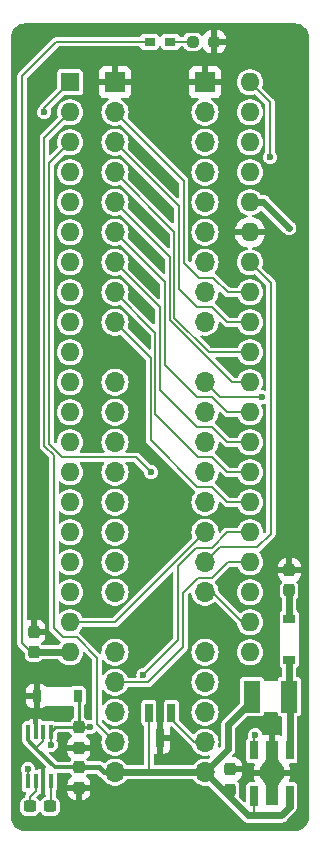
<source format=gbr>
G04 #@! TF.GenerationSoftware,KiCad,Pcbnew,8.0.4+dfsg-1*
G04 #@! TF.CreationDate,2025-03-02T18:02:47+09:00*
G04 #@! TF.ProjectId,bionic-tms9980,62696f6e-6963-42d7-946d-73393938302e,2*
G04 #@! TF.SameCoordinates,Original*
G04 #@! TF.FileFunction,Copper,L1,Top*
G04 #@! TF.FilePolarity,Positive*
%FSLAX46Y46*%
G04 Gerber Fmt 4.6, Leading zero omitted, Abs format (unit mm)*
G04 Created by KiCad (PCBNEW 8.0.4+dfsg-1) date 2025-03-02 18:02:47*
%MOMM*%
%LPD*%
G01*
G04 APERTURE LIST*
G04 Aperture macros list*
%AMRoundRect*
0 Rectangle with rounded corners*
0 $1 Rounding radius*
0 $2 $3 $4 $5 $6 $7 $8 $9 X,Y pos of 4 corners*
0 Add a 4 corners polygon primitive as box body*
4,1,4,$2,$3,$4,$5,$6,$7,$8,$9,$2,$3,0*
0 Add four circle primitives for the rounded corners*
1,1,$1+$1,$2,$3*
1,1,$1+$1,$4,$5*
1,1,$1+$1,$6,$7*
1,1,$1+$1,$8,$9*
0 Add four rect primitives between the rounded corners*
20,1,$1+$1,$2,$3,$4,$5,0*
20,1,$1+$1,$4,$5,$6,$7,0*
20,1,$1+$1,$6,$7,$8,$9,0*
20,1,$1+$1,$8,$9,$2,$3,0*%
%AMFreePoly0*
4,1,13,0.500000,1.050000,1.000000,0.350000,1.000000,-0.450000,0.500000,-1.150000,0.500000,-2.750000,-0.500000,-2.750000,-0.500000,-1.150000,-1.000000,-0.450000,-1.000000,0.350000,-0.500000,1.050000,-0.500000,2.750000,0.500000,2.750000,0.500000,1.050000,0.500000,1.050000,$1*%
G04 Aperture macros list end*
G04 #@! TA.AperFunction,SMDPad,CuDef*
%ADD10RoundRect,0.237500X0.237500X-0.300000X0.237500X0.300000X-0.237500X0.300000X-0.237500X-0.300000X0*%
G04 #@! TD*
G04 #@! TA.AperFunction,SMDPad,CuDef*
%ADD11RoundRect,0.237500X-0.300000X-0.237500X0.300000X-0.237500X0.300000X0.237500X-0.300000X0.237500X0*%
G04 #@! TD*
G04 #@! TA.AperFunction,SMDPad,CuDef*
%ADD12R,0.700000X1.600000*%
G04 #@! TD*
G04 #@! TA.AperFunction,SMDPad,CuDef*
%ADD13FreePoly0,180.000000*%
G04 #@! TD*
G04 #@! TA.AperFunction,SMDPad,CuDef*
%ADD14R,0.700000X1.700000*%
G04 #@! TD*
G04 #@! TA.AperFunction,SMDPad,CuDef*
%ADD15RoundRect,0.237500X-0.237500X0.300000X-0.237500X-0.300000X0.237500X-0.300000X0.237500X0.300000X0*%
G04 #@! TD*
G04 #@! TA.AperFunction,SMDPad,CuDef*
%ADD16RoundRect,0.237500X-0.250000X-0.237500X0.250000X-0.237500X0.250000X0.237500X-0.250000X0.237500X0*%
G04 #@! TD*
G04 #@! TA.AperFunction,SMDPad,CuDef*
%ADD17R,0.965200X0.762000*%
G04 #@! TD*
G04 #@! TA.AperFunction,SMDPad,CuDef*
%ADD18R,1.371600X2.743200*%
G04 #@! TD*
G04 #@! TA.AperFunction,SMDPad,CuDef*
%ADD19R,0.660400X1.625600*%
G04 #@! TD*
G04 #@! TA.AperFunction,SMDPad,CuDef*
%ADD20R,0.762000X1.041400*%
G04 #@! TD*
G04 #@! TA.AperFunction,ComponentPad*
%ADD21R,1.600000X1.600000*%
G04 #@! TD*
G04 #@! TA.AperFunction,ComponentPad*
%ADD22O,1.600000X1.600000*%
G04 #@! TD*
G04 #@! TA.AperFunction,SMDPad,CuDef*
%ADD23R,1.041400X0.762000*%
G04 #@! TD*
G04 #@! TA.AperFunction,SMDPad,CuDef*
%ADD24R,0.355600X1.206500*%
G04 #@! TD*
G04 #@! TA.AperFunction,ComponentPad*
%ADD25R,1.700000X1.700000*%
G04 #@! TD*
G04 #@! TA.AperFunction,ComponentPad*
%ADD26O,1.700000X1.700000*%
G04 #@! TD*
G04 #@! TA.AperFunction,ViaPad*
%ADD27C,0.600000*%
G04 #@! TD*
G04 #@! TA.AperFunction,Conductor*
%ADD28C,0.600000*%
G04 #@! TD*
G04 #@! TA.AperFunction,Conductor*
%ADD29C,0.200000*%
G04 #@! TD*
G04 #@! TA.AperFunction,Conductor*
%ADD30C,0.360000*%
G04 #@! TD*
G04 #@! TA.AperFunction,Conductor*
%ADD31C,0.460000*%
G04 #@! TD*
G04 #@! TA.AperFunction,Conductor*
%ADD32C,0.500000*%
G04 #@! TD*
G04 #@! TA.AperFunction,Conductor*
%ADD33C,0.400000*%
G04 #@! TD*
G04 #@! TA.AperFunction,Conductor*
%ADD34C,0.250000*%
G04 #@! TD*
G04 APERTURE END LIST*
D10*
X124647400Y-118106500D03*
X124647400Y-116381500D03*
D11*
X102678600Y-136395600D03*
X104403600Y-136395600D03*
D10*
X119643600Y-134973200D03*
X119643600Y-133248200D03*
D12*
X124672800Y-131645800D03*
D13*
X123172800Y-133595800D03*
D12*
X121672800Y-131645800D03*
D14*
X121672800Y-135495800D03*
X124672800Y-135495800D03*
D15*
X106842000Y-129691100D03*
X106842000Y-131416100D03*
D16*
X116470500Y-71651000D03*
X118295500Y-71651000D03*
D17*
X114576300Y-71651000D03*
X112823700Y-71651000D03*
D10*
X103032000Y-123338900D03*
X103032000Y-121613900D03*
D18*
X121497800Y-127099200D03*
X124647400Y-127099200D03*
D19*
X114665200Y-128470800D03*
X112765198Y-128470800D03*
X113715199Y-130602800D03*
D20*
X103260600Y-127048400D03*
X106740400Y-127048400D03*
D21*
X106080000Y-75080000D03*
D22*
X106080000Y-77620000D03*
X106080000Y-80160000D03*
X106080000Y-82700000D03*
X106080000Y-85240000D03*
X106080000Y-87780000D03*
X106080000Y-90320000D03*
X106080000Y-92860000D03*
X106080000Y-95400000D03*
X106080000Y-97940000D03*
X106080000Y-100480000D03*
X106080000Y-103020000D03*
X106080000Y-105560000D03*
X106080000Y-108100000D03*
X106080000Y-110640000D03*
X106080000Y-113180000D03*
X106080000Y-115720000D03*
X106080000Y-118260000D03*
X106080000Y-120800000D03*
X106080000Y-123340000D03*
X121320000Y-123340000D03*
X121320000Y-120800000D03*
X121320000Y-118260000D03*
X121320000Y-115720000D03*
X121320000Y-113180000D03*
X121320000Y-110640000D03*
X121320000Y-108100000D03*
X121320000Y-105560000D03*
X121320000Y-103020000D03*
X121320000Y-100480000D03*
X121320000Y-97940000D03*
X121320000Y-95400000D03*
X121320000Y-92860000D03*
X121320000Y-90320000D03*
X121320000Y-87780000D03*
X121320000Y-85240000D03*
X121320000Y-82700000D03*
X121320000Y-80160000D03*
X121320000Y-77620000D03*
X121320000Y-75080000D03*
D15*
X106842000Y-133095800D03*
X106842000Y-134820800D03*
D23*
X124647400Y-120482500D03*
X124647400Y-123962300D03*
D24*
X102514201Y-134281050D03*
X103164199Y-134281050D03*
X103814201Y-134281050D03*
X104464199Y-134281050D03*
X104464199Y-130077350D03*
X103814201Y-130077350D03*
X103164199Y-130077350D03*
X102514201Y-130077350D03*
D25*
X109890000Y-75080000D03*
D26*
X109890000Y-77620000D03*
X109890000Y-80160000D03*
X109890000Y-82700000D03*
X109890000Y-85240000D03*
X109890000Y-87780000D03*
X109890000Y-90320000D03*
X109890000Y-92860000D03*
X109890000Y-95400000D03*
X109890000Y-100480000D03*
X109890000Y-103020000D03*
X109890000Y-105560000D03*
X109890000Y-108100000D03*
X109890000Y-110640000D03*
X109890000Y-113180000D03*
X109890000Y-115720000D03*
X109890000Y-118260000D03*
X109890000Y-123340000D03*
X109890000Y-125880000D03*
X109890000Y-128420000D03*
X109890000Y-130960000D03*
X109890000Y-133500000D03*
X117510000Y-133500000D03*
X117510000Y-130960000D03*
X117510000Y-128420000D03*
X117510000Y-125880000D03*
X117510000Y-123340000D03*
X117510000Y-118260000D03*
X117510000Y-115720000D03*
X117510000Y-113180000D03*
X117510000Y-110640000D03*
X117510000Y-108100000D03*
X117510000Y-105560000D03*
X117510000Y-103020000D03*
X117510000Y-100480000D03*
X117510000Y-95400000D03*
X117510000Y-92860000D03*
X117510000Y-90320000D03*
X117510000Y-87780000D03*
X117510000Y-85240000D03*
X117510000Y-82700000D03*
X117510000Y-80160000D03*
X117510000Y-77620000D03*
D25*
X117510000Y-75080000D03*
D27*
X102651000Y-71778000D03*
X113700000Y-134871600D03*
X113700000Y-118641000D03*
X101914400Y-127150000D03*
X113700000Y-132357000D03*
X103641600Y-132992000D03*
X103286000Y-120038000D03*
X121142200Y-133576200D03*
X108162800Y-134820800D03*
X113700000Y-113688000D03*
X125714200Y-113053000D03*
X105622800Y-131417200D03*
X125180800Y-133601600D03*
X123025000Y-81430000D03*
X122336000Y-101750000D03*
X103895600Y-77620000D03*
X112938000Y-108100000D03*
X112303000Y-125245000D03*
X124647400Y-87424400D03*
X124647400Y-119174400D03*
X121777200Y-130375800D03*
X102524000Y-133246000D03*
X107807200Y-129690000D03*
X104454400Y-131163200D03*
D28*
X124647400Y-87424400D02*
X122437600Y-85214600D01*
X122437600Y-85214600D02*
X121345400Y-85214600D01*
X121345400Y-85214600D02*
X121320000Y-85240000D01*
X124647400Y-119174400D02*
X124647400Y-118106500D01*
X119491200Y-129436000D02*
X121497800Y-127429400D01*
D29*
X103235200Y-131459601D02*
X103235200Y-131518800D01*
X104937000Y-71651000D02*
X112823700Y-71651000D01*
D28*
X119491200Y-131518800D02*
X119491200Y-129436000D01*
D29*
X102016000Y-74572000D02*
X104937000Y-71651000D01*
D30*
X104911600Y-133093600D02*
X106839800Y-133093600D01*
D29*
X121672800Y-135495800D02*
X121672800Y-137154800D01*
X112765198Y-128470800D02*
X112765198Y-133469602D01*
D28*
X121167600Y-137157600D02*
X121675600Y-137157600D01*
D29*
X121672800Y-137332600D02*
X121497800Y-137157600D01*
X103032000Y-123338900D02*
X102776900Y-123338900D01*
X112765198Y-133469602D02*
X112734800Y-133500000D01*
X102016000Y-122578000D02*
X102016000Y-74572000D01*
D28*
X103336600Y-123338900D02*
X103032000Y-123338900D01*
D30*
X102514201Y-130797801D02*
X102514201Y-130077350D01*
D29*
X102776900Y-123338900D02*
X102016000Y-122578000D01*
D28*
X103032000Y-123338900D02*
X106078900Y-123338900D01*
D30*
X104810000Y-133093600D02*
X103235200Y-131518800D01*
D31*
X106842000Y-133095800D02*
X108571400Y-133095800D01*
D29*
X103814201Y-130880600D02*
X103235200Y-131459601D01*
D28*
X106078900Y-123338900D02*
X106080000Y-123340000D01*
X112734800Y-133500000D02*
X109890000Y-133500000D01*
X124672800Y-136446400D02*
X124672800Y-135495800D01*
D30*
X103235200Y-131518800D02*
X102514201Y-130797801D01*
D31*
X108571400Y-133095800D02*
X108975600Y-133500000D01*
D30*
X106839800Y-133093600D02*
X106842000Y-133095800D01*
D28*
X121675600Y-137157600D02*
X123961600Y-137157600D01*
D30*
X104911600Y-133093600D02*
X104810000Y-133093600D01*
D28*
X121167600Y-137157600D02*
X117510000Y-133500000D01*
D31*
X108975600Y-133500000D02*
X109890000Y-133500000D01*
D29*
X121672800Y-137154800D02*
X121675600Y-137157600D01*
D28*
X103336700Y-123339000D02*
X103336600Y-123338900D01*
D29*
X103814201Y-130077350D02*
X103814201Y-130880600D01*
D28*
X117510000Y-133500000D02*
X112734800Y-133500000D01*
X117510000Y-133500000D02*
X119491200Y-131518800D01*
X121497800Y-127429400D02*
X121497800Y-127099200D01*
X123961600Y-137157600D02*
X124672800Y-136446400D01*
D32*
X119643600Y-133246000D02*
X121166500Y-133246000D01*
D30*
X103260600Y-128216800D02*
X103260600Y-127048400D01*
X103164199Y-128313201D02*
X103260600Y-128216800D01*
D33*
X122717000Y-87780000D02*
X121320000Y-87780000D01*
D29*
X121167600Y-133144400D02*
X121166500Y-133145500D01*
D30*
X103164199Y-130077350D02*
X103164199Y-128313201D01*
D33*
X121320000Y-87780000D02*
X119923000Y-87780000D01*
D29*
X105470400Y-122070000D02*
X104708400Y-121308000D01*
X103902000Y-105852686D02*
X103902000Y-79798000D01*
X108366000Y-123797200D02*
X106638800Y-122070000D01*
X108366000Y-129436000D02*
X108366000Y-123797200D01*
X104708400Y-106659086D02*
X103902000Y-105852686D01*
X106638800Y-122070000D02*
X105470400Y-122070000D01*
X109890000Y-130960000D02*
X108366000Y-129436000D01*
X104708400Y-121308000D02*
X104708400Y-106659086D01*
X103902000Y-79798000D02*
X106080000Y-77620000D01*
X118119600Y-118260000D02*
X117510000Y-118260000D01*
X121320000Y-120800000D02*
X120659600Y-120800000D01*
X120659600Y-120800000D02*
X118119600Y-118260000D01*
X118780000Y-114450000D02*
X117510000Y-115720000D01*
X121320000Y-90320000D02*
X123098000Y-92098000D01*
X121955000Y-114450000D02*
X118780000Y-114450000D01*
X123098000Y-92098000D02*
X123098000Y-113307000D01*
X123098000Y-113307000D02*
X121955000Y-114450000D01*
X116875000Y-109370000D02*
X118145000Y-109370000D01*
X119415000Y-110640000D02*
X121320000Y-110640000D01*
X112909600Y-98419600D02*
X112909600Y-105404600D01*
X118145000Y-109370000D02*
X119415000Y-110640000D01*
X112909600Y-105404600D02*
X116875000Y-109370000D01*
X109890000Y-95400000D02*
X112909600Y-98419600D01*
X109890000Y-92860000D02*
X113309600Y-96279600D01*
X118145000Y-106830000D02*
X119415000Y-108100000D01*
X116938500Y-106830000D02*
X118145000Y-106830000D01*
X113309600Y-103201100D02*
X116938500Y-106830000D01*
X119415000Y-108100000D02*
X121320000Y-108100000D01*
X113309600Y-96279600D02*
X113309600Y-103201100D01*
X113709600Y-101124600D02*
X116875000Y-104290000D01*
X119415000Y-105560000D02*
X121320000Y-105560000D01*
X118145000Y-104290000D02*
X119415000Y-105560000D01*
X116875000Y-104290000D02*
X118145000Y-104290000D01*
X113709600Y-94139600D02*
X113709600Y-101124600D01*
X109890000Y-90320000D02*
X113709600Y-94139600D01*
X118780000Y-101750000D02*
X117510000Y-100480000D01*
X123021800Y-81426800D02*
X123021800Y-76781800D01*
X123025000Y-81430000D02*
X123021800Y-81426800D01*
X123021800Y-76781800D02*
X121320000Y-75080000D01*
X122336000Y-101750000D02*
X118780000Y-101750000D01*
X109890000Y-87780000D02*
X114109600Y-91999600D01*
X116875000Y-101750000D02*
X118145000Y-101750000D01*
X118145000Y-101750000D02*
X119415000Y-103020000D01*
X119415000Y-103020000D02*
X121320000Y-103020000D01*
X114109600Y-98984600D02*
X116875000Y-101750000D01*
X114109600Y-91999600D02*
X114109600Y-98984600D01*
X114509600Y-95193600D02*
X119796000Y-100480000D01*
X114509600Y-89859600D02*
X114509600Y-95193600D01*
X119796000Y-100480000D02*
X121320000Y-100480000D01*
X109890000Y-85240000D02*
X114509600Y-89859600D01*
X114909600Y-87719600D02*
X114909600Y-95027914D01*
X117821686Y-97940000D02*
X121320000Y-97940000D01*
X114909600Y-95027914D02*
X117821686Y-97940000D01*
X109890000Y-82700000D02*
X114909600Y-87719600D01*
X109890000Y-80160000D02*
X115309600Y-85579600D01*
X115309600Y-85579600D02*
X115309600Y-92564600D01*
X119415000Y-95400000D02*
X121320000Y-95400000D01*
X115309600Y-92564600D02*
X116875000Y-94130000D01*
X118145000Y-94130000D02*
X119415000Y-95400000D01*
X116875000Y-94130000D02*
X118145000Y-94130000D01*
X109890000Y-77620000D02*
X115709600Y-83439600D01*
X117002000Y-91640800D02*
X118221200Y-91640800D01*
X119440400Y-92860000D02*
X121320000Y-92860000D01*
X115709600Y-83439600D02*
X115709600Y-90348400D01*
X115709600Y-90348400D02*
X117002000Y-91640800D01*
X118221200Y-91640800D02*
X119440400Y-92860000D01*
X112684000Y-125880000D02*
X115630400Y-122933600D01*
X119440400Y-115720000D02*
X121320000Y-115720000D01*
X115630400Y-122933600D02*
X115630400Y-118310800D01*
X115630400Y-118310800D02*
X116900400Y-117040800D01*
X116900400Y-117040800D02*
X118119600Y-117040800D01*
X118119600Y-117040800D02*
X119440400Y-115720000D01*
X109890000Y-125880000D02*
X112684000Y-125880000D01*
X103895600Y-77264400D02*
X106080000Y-75080000D01*
X103895600Y-77620000D02*
X103895600Y-77264400D01*
X112938000Y-108100000D02*
X111668000Y-106830000D01*
X111668000Y-106830000D02*
X105445000Y-106830000D01*
X104302000Y-81938000D02*
X106080000Y-80160000D01*
X104302000Y-105687000D02*
X104302000Y-81938000D01*
X105445000Y-106830000D02*
X104302000Y-105687000D01*
X112303000Y-125245000D02*
X115224000Y-122324000D01*
X115224000Y-116031686D02*
X116754886Y-114500800D01*
X115224000Y-122324000D02*
X115224000Y-116031686D01*
X119389600Y-113180000D02*
X121320000Y-113180000D01*
X116754886Y-114500800D02*
X118068800Y-114500800D01*
X118068800Y-114500800D02*
X119389600Y-113180000D01*
X114576300Y-71651000D02*
X116470500Y-71651000D01*
X106080000Y-120800000D02*
X109890000Y-120800000D01*
X109890000Y-120800000D02*
X117510000Y-113180000D01*
D28*
X124647400Y-120482500D02*
X124647400Y-119174400D01*
D29*
X116621000Y-130960000D02*
X114614400Y-128953400D01*
X117510000Y-130960000D02*
X116621000Y-130960000D01*
X114614400Y-128953400D02*
X114614400Y-128523200D01*
X121672800Y-131645800D02*
X121672800Y-130480200D01*
X121672800Y-130480200D02*
X121777200Y-130375800D01*
X104464199Y-136335001D02*
X104403600Y-136395600D01*
X104464199Y-134281050D02*
X104464199Y-136335001D01*
X103164199Y-134281050D02*
X103164199Y-135095001D01*
X102678600Y-135580600D02*
X102678600Y-136395600D01*
X103164199Y-135095001D02*
X102678600Y-135580600D01*
X102524000Y-133246000D02*
X102524000Y-134271251D01*
D34*
X106842000Y-127150000D02*
X106740400Y-127048400D01*
X106842000Y-129691100D02*
X104850449Y-129691100D01*
X106843100Y-129690000D02*
X106842000Y-129691100D01*
X107807200Y-129690000D02*
X106843100Y-129690000D01*
D29*
X104464199Y-130077350D02*
X104464199Y-131153401D01*
D34*
X106842000Y-129691100D02*
X106842000Y-127150000D01*
X104850449Y-129691100D02*
X104464199Y-130077350D01*
X104464199Y-131153401D02*
X104454400Y-131163200D01*
D28*
X124647400Y-131620400D02*
X124672800Y-131645800D01*
X124672800Y-127099200D02*
X124672800Y-131620400D01*
X124647400Y-127099200D02*
X124647400Y-123962300D01*
G04 #@! TA.AperFunction,Conductor*
G36*
X114769445Y-116583690D02*
G01*
X114812710Y-116626955D01*
X114823500Y-116671900D01*
X114823500Y-122117098D01*
X114804593Y-122175289D01*
X114794504Y-122187102D01*
X112371284Y-124610322D01*
X112316767Y-124638099D01*
X112305555Y-124638981D01*
X112146241Y-124659955D01*
X112146233Y-124659957D01*
X112000161Y-124720462D01*
X112000160Y-124720462D01*
X111874723Y-124816713D01*
X111874713Y-124816723D01*
X111778462Y-124942160D01*
X111778462Y-124942161D01*
X111717957Y-125088233D01*
X111717955Y-125088241D01*
X111697318Y-125244999D01*
X111697318Y-125245000D01*
X111708258Y-125328100D01*
X111713456Y-125367578D01*
X111702306Y-125427738D01*
X111657924Y-125469856D01*
X111615303Y-125479500D01*
X111037113Y-125479500D01*
X110978922Y-125460593D01*
X110948492Y-125424628D01*
X110936296Y-125400136D01*
X110872366Y-125271745D01*
X110743872Y-125101593D01*
X110689623Y-125052139D01*
X110586307Y-124957952D01*
X110586300Y-124957946D01*
X110405024Y-124845705D01*
X110405019Y-124845702D01*
X110206195Y-124768678D01*
X109996610Y-124729500D01*
X109783390Y-124729500D01*
X109573804Y-124768678D01*
X109374980Y-124845702D01*
X109374975Y-124845705D01*
X109193699Y-124957946D01*
X109193692Y-124957952D01*
X109036135Y-125101586D01*
X109036119Y-125101603D01*
X108944503Y-125222922D01*
X108894347Y-125257965D01*
X108833172Y-125256834D01*
X108784345Y-125219961D01*
X108766500Y-125163261D01*
X108766500Y-124056738D01*
X108785407Y-123998547D01*
X108834907Y-123962583D01*
X108896093Y-123962583D01*
X108944501Y-123997075D01*
X109036128Y-124118407D01*
X109036135Y-124118413D01*
X109193692Y-124262047D01*
X109193699Y-124262053D01*
X109297389Y-124326255D01*
X109374981Y-124374298D01*
X109573802Y-124451321D01*
X109783390Y-124490500D01*
X109996610Y-124490500D01*
X110206198Y-124451321D01*
X110405019Y-124374298D01*
X110586302Y-124262052D01*
X110743872Y-124118407D01*
X110872366Y-123948255D01*
X110967405Y-123757389D01*
X111025756Y-123552310D01*
X111045429Y-123340000D01*
X111025756Y-123127690D01*
X110967405Y-122922611D01*
X110872366Y-122731745D01*
X110743872Y-122561593D01*
X110639995Y-122466896D01*
X110586307Y-122417952D01*
X110586300Y-122417946D01*
X110405024Y-122305705D01*
X110405019Y-122305702D01*
X110206195Y-122228678D01*
X109996610Y-122189500D01*
X109783390Y-122189500D01*
X109573804Y-122228678D01*
X109374980Y-122305702D01*
X109374975Y-122305705D01*
X109193699Y-122417946D01*
X109193692Y-122417952D01*
X109036135Y-122561586D01*
X109036131Y-122561589D01*
X109036128Y-122561593D01*
X109036125Y-122561597D01*
X108907635Y-122731743D01*
X108907630Y-122731752D01*
X108812596Y-122922608D01*
X108754244Y-123127688D01*
X108734571Y-123340003D01*
X108734571Y-123340004D01*
X108735761Y-123352854D01*
X108722301Y-123412540D01*
X108676328Y-123452915D01*
X108615403Y-123458558D01*
X108567179Y-123431987D01*
X107765917Y-122630725D01*
X106884713Y-121749520D01*
X106871695Y-121742004D01*
X106830755Y-121696535D01*
X106824359Y-121635685D01*
X106854498Y-121583108D01*
X106896764Y-121544579D01*
X107019673Y-121381821D01*
X107082637Y-121255371D01*
X107125500Y-121211709D01*
X107171258Y-121200500D01*
X109942725Y-121200500D01*
X109942727Y-121200500D01*
X110044588Y-121173207D01*
X110044590Y-121173205D01*
X110044592Y-121173205D01*
X110135908Y-121120483D01*
X110135908Y-121120482D01*
X110135913Y-121120480D01*
X114654498Y-116601894D01*
X114709013Y-116574119D01*
X114769445Y-116583690D01*
G37*
G04 #@! TD.AperFunction*
G04 #@! TA.AperFunction,Conductor*
G36*
X125134309Y-70100877D02*
G01*
X125324457Y-70117512D01*
X125341437Y-70120505D01*
X125521635Y-70168789D01*
X125537839Y-70174687D01*
X125706902Y-70253523D01*
X125721842Y-70262149D01*
X125874641Y-70369140D01*
X125887861Y-70380232D01*
X126019767Y-70512138D01*
X126030859Y-70525358D01*
X126137850Y-70678157D01*
X126146477Y-70693100D01*
X126210806Y-70831053D01*
X126225308Y-70862151D01*
X126231211Y-70878368D01*
X126279492Y-71058555D01*
X126282488Y-71075550D01*
X126299123Y-71265690D01*
X126299500Y-71274318D01*
X126299500Y-137305681D01*
X126299123Y-137314309D01*
X126282488Y-137504449D01*
X126279492Y-137521444D01*
X126231211Y-137701631D01*
X126225308Y-137717848D01*
X126146478Y-137886898D01*
X126137850Y-137901842D01*
X126030859Y-138054641D01*
X126019767Y-138067861D01*
X125887861Y-138199767D01*
X125874641Y-138210859D01*
X125721842Y-138317850D01*
X125706898Y-138326478D01*
X125537848Y-138405308D01*
X125521631Y-138411211D01*
X125341444Y-138459492D01*
X125324449Y-138462488D01*
X125134309Y-138479123D01*
X125125681Y-138479500D01*
X102274319Y-138479500D01*
X102265691Y-138479123D01*
X102075550Y-138462488D01*
X102058555Y-138459492D01*
X101878368Y-138411211D01*
X101862154Y-138405309D01*
X101693100Y-138326477D01*
X101678157Y-138317850D01*
X101525358Y-138210859D01*
X101512138Y-138199767D01*
X101380232Y-138067861D01*
X101369140Y-138054641D01*
X101262149Y-137901842D01*
X101253523Y-137886902D01*
X101174687Y-137717839D01*
X101168788Y-137701631D01*
X101120505Y-137521437D01*
X101117512Y-137504457D01*
X101100877Y-137314309D01*
X101100500Y-137305681D01*
X101100500Y-127616924D01*
X102379599Y-127616924D01*
X102386001Y-127676470D01*
X102386003Y-127676481D01*
X102436246Y-127811188D01*
X102436247Y-127811190D01*
X102522407Y-127926284D01*
X102522415Y-127926292D01*
X102637509Y-128012452D01*
X102637511Y-128012453D01*
X102772218Y-128062696D01*
X102772229Y-128062698D01*
X102831776Y-128069100D01*
X103010599Y-128069100D01*
X103010600Y-128069099D01*
X103010600Y-127298401D01*
X103010599Y-127298400D01*
X102379601Y-127298400D01*
X102379600Y-127298401D01*
X102379600Y-127616924D01*
X102379599Y-127616924D01*
X101100500Y-127616924D01*
X101100500Y-126479875D01*
X102379600Y-126479875D01*
X102379600Y-126798399D01*
X102379601Y-126798400D01*
X103010599Y-126798400D01*
X103010600Y-126798399D01*
X103010600Y-126027701D01*
X103010599Y-126027700D01*
X102831776Y-126027700D01*
X102772229Y-126034101D01*
X102772218Y-126034103D01*
X102637511Y-126084346D01*
X102637509Y-126084347D01*
X102522415Y-126170507D01*
X102522407Y-126170515D01*
X102436247Y-126285609D01*
X102436246Y-126285611D01*
X102386003Y-126420318D01*
X102386001Y-126420329D01*
X102379600Y-126479875D01*
X101100500Y-126479875D01*
X101100500Y-74519270D01*
X101615500Y-74519270D01*
X101615500Y-74519273D01*
X101615500Y-122525273D01*
X101615500Y-122630727D01*
X101621977Y-122654900D01*
X101642794Y-122732592D01*
X101695516Y-122823908D01*
X101695518Y-122823910D01*
X101695520Y-122823913D01*
X102227505Y-123355898D01*
X102255281Y-123410413D01*
X102256500Y-123425900D01*
X102256500Y-123681020D01*
X102266883Y-123767479D01*
X102299397Y-123849927D01*
X102321138Y-123905058D01*
X102410500Y-124022900D01*
X102528342Y-124112262D01*
X102665923Y-124166517D01*
X102752382Y-124176900D01*
X102752384Y-124176900D01*
X103311616Y-124176900D01*
X103311618Y-124176900D01*
X103398077Y-124166517D01*
X103535658Y-124112262D01*
X103653500Y-124022900D01*
X103687108Y-123978580D01*
X103737335Y-123943638D01*
X103765992Y-123939400D01*
X105104306Y-123939400D01*
X105162497Y-123958307D01*
X105183307Y-123978736D01*
X105263236Y-124084579D01*
X105413959Y-124221981D01*
X105587363Y-124329348D01*
X105777544Y-124403024D01*
X105978024Y-124440500D01*
X106181976Y-124440500D01*
X106382456Y-124403024D01*
X106572637Y-124329348D01*
X106746041Y-124221981D01*
X106896764Y-124084579D01*
X107019673Y-123921821D01*
X107110582Y-123739250D01*
X107166397Y-123543083D01*
X107179087Y-123406127D01*
X107203282Y-123349933D01*
X107255889Y-123318689D01*
X107316813Y-123324335D01*
X107347668Y-123345261D01*
X107936504Y-123934096D01*
X107964281Y-123988613D01*
X107965500Y-124004100D01*
X107965500Y-128992270D01*
X107946593Y-129050461D01*
X107897093Y-129086425D01*
X107853579Y-129090423D01*
X107807202Y-129084318D01*
X107807199Y-129084318D01*
X107650438Y-129104955D01*
X107650438Y-129104956D01*
X107635247Y-129111248D01*
X107574250Y-129116047D01*
X107522082Y-129084076D01*
X107518480Y-129079602D01*
X107463502Y-129007103D01*
X107463500Y-129007100D01*
X107443944Y-128992270D01*
X107345657Y-128917737D01*
X107330180Y-128911634D01*
X107282984Y-128872697D01*
X107267500Y-128819537D01*
X107267500Y-127888978D01*
X107286407Y-127830787D01*
X107296490Y-127818980D01*
X107373606Y-127741865D01*
X107418985Y-127639091D01*
X107421900Y-127613965D01*
X107421899Y-126482836D01*
X107418985Y-126457709D01*
X107373606Y-126354935D01*
X107294165Y-126275494D01*
X107191391Y-126230115D01*
X107191390Y-126230114D01*
X107191388Y-126230114D01*
X107166268Y-126227200D01*
X106314539Y-126227200D01*
X106314536Y-126227201D01*
X106289409Y-126230114D01*
X106271903Y-126237844D01*
X106267326Y-126239865D01*
X106227340Y-126248300D01*
X104106577Y-126248300D01*
X104048386Y-126229393D01*
X104027324Y-126208629D01*
X103998792Y-126170515D01*
X103998784Y-126170507D01*
X103883690Y-126084347D01*
X103883688Y-126084346D01*
X103748981Y-126034103D01*
X103748970Y-126034101D01*
X103689424Y-126027700D01*
X103510601Y-126027700D01*
X103510600Y-126027701D01*
X103510600Y-128069099D01*
X103510601Y-128069100D01*
X103689424Y-128069100D01*
X103748970Y-128062698D01*
X103748981Y-128062696D01*
X103883688Y-128012453D01*
X103883690Y-128012452D01*
X103998784Y-127926292D01*
X103998792Y-127926284D01*
X104027324Y-127888171D01*
X104077332Y-127852918D01*
X104106577Y-127848500D01*
X106227340Y-127848500D01*
X106267327Y-127856935D01*
X106289409Y-127866685D01*
X106314535Y-127869600D01*
X106317485Y-127869599D01*
X106375677Y-127888496D01*
X106411649Y-127937990D01*
X106416500Y-127968599D01*
X106416500Y-128819537D01*
X106397593Y-128877728D01*
X106353820Y-128911634D01*
X106338342Y-128917737D01*
X106220503Y-129007097D01*
X106220497Y-129007103D01*
X106131137Y-129124941D01*
X106100387Y-129202919D01*
X106061450Y-129250116D01*
X106008290Y-129265600D01*
X104899477Y-129265600D01*
X104841286Y-129246693D01*
X104829479Y-129236609D01*
X104814764Y-129221894D01*
X104711990Y-129176515D01*
X104711989Y-129176514D01*
X104711987Y-129176514D01*
X104686867Y-129173600D01*
X104241538Y-129173600D01*
X104241535Y-129173601D01*
X104216408Y-129176515D01*
X104179186Y-129192949D01*
X104118316Y-129199155D01*
X104099214Y-129192948D01*
X104062000Y-129176517D01*
X104061990Y-129176514D01*
X104036870Y-129173600D01*
X103791181Y-129173600D01*
X103732990Y-129154693D01*
X103711928Y-129133930D01*
X103699188Y-129116912D01*
X103699183Y-129116907D01*
X103584089Y-129030747D01*
X103584087Y-129030746D01*
X103449380Y-128980503D01*
X103449369Y-128980501D01*
X103389823Y-128974100D01*
X103342000Y-128974100D01*
X103341999Y-128974101D01*
X103341999Y-129379182D01*
X103339657Y-129396711D01*
X103339674Y-129396713D01*
X103335901Y-129429230D01*
X103335901Y-129429232D01*
X103335901Y-129429235D01*
X103335901Y-130072961D01*
X103335902Y-130156150D01*
X103316995Y-130214341D01*
X103267495Y-130250305D01*
X103236902Y-130255150D01*
X103093701Y-130255150D01*
X103035510Y-130236243D01*
X102999546Y-130186743D01*
X102994701Y-130156150D01*
X102994701Y-130014088D01*
X102993854Y-130007654D01*
X102994440Y-130007576D01*
X102992500Y-129992841D01*
X102992500Y-129429239D01*
X102992500Y-129429236D01*
X102989586Y-129404109D01*
X102989585Y-129404108D01*
X102988728Y-129396711D01*
X102988742Y-129396709D01*
X102986399Y-129379168D01*
X102986399Y-128974101D01*
X102986398Y-128974100D01*
X102938575Y-128974100D01*
X102879028Y-128980501D01*
X102879017Y-128980503D01*
X102744310Y-129030746D01*
X102744308Y-129030747D01*
X102629214Y-129116907D01*
X102629206Y-129116915D01*
X102616467Y-129133932D01*
X102566457Y-129169183D01*
X102537216Y-129173600D01*
X102291541Y-129173600D01*
X102291536Y-129173601D01*
X102266410Y-129176514D01*
X102163636Y-129221894D01*
X102084195Y-129301335D01*
X102038815Y-129404111D01*
X102035901Y-129429230D01*
X102035901Y-129992848D01*
X102033962Y-130007583D01*
X102034547Y-130007660D01*
X102033701Y-130014087D01*
X102033701Y-130014091D01*
X102033701Y-130734542D01*
X102033701Y-130861060D01*
X102066446Y-130983267D01*
X102129705Y-131092835D01*
X102500294Y-131463424D01*
X102850704Y-131813834D01*
X104045666Y-133008796D01*
X104073443Y-133063313D01*
X104063872Y-133123745D01*
X104020607Y-133167010D01*
X103997164Y-133172637D01*
X103992001Y-133177801D01*
X103992001Y-133582867D01*
X103989657Y-133600411D01*
X103989672Y-133600413D01*
X103985899Y-133632930D01*
X103985899Y-134929160D01*
X103985900Y-134929163D01*
X103989672Y-134961691D01*
X103989657Y-134961692D01*
X103992001Y-134979232D01*
X103992001Y-135384299D01*
X104005142Y-135397440D01*
X104022890Y-135403207D01*
X104058854Y-135452707D01*
X104063699Y-135483300D01*
X104063699Y-135532011D01*
X104044792Y-135590202D01*
X103995292Y-135626166D01*
X103976509Y-135630304D01*
X103975023Y-135630482D01*
X103837441Y-135684738D01*
X103719603Y-135774097D01*
X103719597Y-135774103D01*
X103630238Y-135891941D01*
X103627396Y-135896997D01*
X103582397Y-135938454D01*
X103521624Y-135945544D01*
X103468290Y-135915559D01*
X103454804Y-135896997D01*
X103451961Y-135891941D01*
X103418624Y-135847979D01*
X103362600Y-135774100D01*
X103276133Y-135708530D01*
X103241190Y-135658303D01*
X103242444Y-135597131D01*
X103265946Y-135559644D01*
X103410109Y-135415482D01*
X103410112Y-135415481D01*
X103424802Y-135400790D01*
X103479312Y-135373015D01*
X103522789Y-135377376D01*
X103523003Y-135376474D01*
X103529030Y-135377898D01*
X103588577Y-135384300D01*
X103636400Y-135384300D01*
X103636401Y-135384299D01*
X103636401Y-134979216D01*
X103638743Y-134961689D01*
X103638726Y-134961688D01*
X103639614Y-134954031D01*
X103642499Y-134929165D01*
X103642498Y-133632936D01*
X103639584Y-133607809D01*
X103639583Y-133607808D01*
X103638726Y-133600411D01*
X103638742Y-133600409D01*
X103636401Y-133582882D01*
X103636401Y-133177801D01*
X103636400Y-133177800D01*
X103588577Y-133177800D01*
X103529030Y-133184201D01*
X103529019Y-133184203D01*
X103394312Y-133234446D01*
X103394310Y-133234447D01*
X103287442Y-133314449D01*
X103229527Y-133334186D01*
X103171072Y-133316112D01*
X103134405Y-133267131D01*
X103129960Y-133248118D01*
X103129681Y-133246003D01*
X103129682Y-133246000D01*
X103109044Y-133089238D01*
X103109042Y-133089233D01*
X103048537Y-132943161D01*
X103048537Y-132943160D01*
X102952286Y-132817723D01*
X102952285Y-132817722D01*
X102952282Y-132817718D01*
X102952277Y-132817714D01*
X102952276Y-132817713D01*
X102826838Y-132721462D01*
X102680766Y-132660957D01*
X102680758Y-132660955D01*
X102524001Y-132640318D01*
X102523999Y-132640318D01*
X102367241Y-132660955D01*
X102367233Y-132660957D01*
X102221161Y-132721462D01*
X102221160Y-132721462D01*
X102095723Y-132817713D01*
X102095713Y-132817723D01*
X101999462Y-132943160D01*
X101999462Y-132943161D01*
X101938957Y-133089233D01*
X101938955Y-133089241D01*
X101918318Y-133245999D01*
X101918318Y-133246000D01*
X101935987Y-133380215D01*
X101938956Y-133402762D01*
X101950153Y-133429793D01*
X101999463Y-133548839D01*
X101999464Y-133548841D01*
X102015451Y-133569676D01*
X102035874Y-133627352D01*
X102035839Y-133630076D01*
X102035901Y-133630076D01*
X102035901Y-134929160D01*
X102035902Y-134929163D01*
X102038815Y-134954290D01*
X102049821Y-134979216D01*
X102084195Y-135057065D01*
X102163636Y-135136506D01*
X102266410Y-135181885D01*
X102285386Y-135184086D01*
X102341008Y-135209572D01*
X102371028Y-135262886D01*
X102363979Y-135323664D01*
X102359713Y-135331925D01*
X102305392Y-135426011D01*
X102305393Y-135426012D01*
X102278100Y-135527873D01*
X102278100Y-135552031D01*
X102259193Y-135610222D01*
X102215419Y-135644128D01*
X102112441Y-135684737D01*
X101994603Y-135774097D01*
X101994597Y-135774103D01*
X101905238Y-135891941D01*
X101850983Y-136029520D01*
X101840600Y-136115979D01*
X101840600Y-136675220D01*
X101850983Y-136761679D01*
X101872057Y-136815118D01*
X101905238Y-136899258D01*
X101994600Y-137017100D01*
X102112442Y-137106462D01*
X102250023Y-137160717D01*
X102336482Y-137171100D01*
X102336484Y-137171100D01*
X103020716Y-137171100D01*
X103020718Y-137171100D01*
X103107177Y-137160717D01*
X103244758Y-137106462D01*
X103362600Y-137017100D01*
X103451962Y-136899258D01*
X103451965Y-136899250D01*
X103454802Y-136894205D01*
X103499800Y-136852746D01*
X103560573Y-136845654D01*
X103613908Y-136875638D01*
X103627398Y-136894205D01*
X103630237Y-136899256D01*
X103630238Y-136899258D01*
X103719600Y-137017100D01*
X103837442Y-137106462D01*
X103975023Y-137160717D01*
X104061482Y-137171100D01*
X104061484Y-137171100D01*
X104745716Y-137171100D01*
X104745718Y-137171100D01*
X104832177Y-137160717D01*
X104969758Y-137106462D01*
X105087600Y-137017100D01*
X105176962Y-136899258D01*
X105231217Y-136761677D01*
X105241600Y-136675218D01*
X105241600Y-136115982D01*
X105231217Y-136029523D01*
X105176962Y-135891942D01*
X105087600Y-135774100D01*
X104969758Y-135684738D01*
X104945529Y-135675183D01*
X104927378Y-135668025D01*
X104880182Y-135629087D01*
X104864699Y-135575928D01*
X104864699Y-135127578D01*
X104883147Y-135070801D01*
X105867001Y-135070801D01*
X105867001Y-135169954D01*
X105877317Y-135270942D01*
X105877320Y-135270954D01*
X105931548Y-135434606D01*
X106022053Y-135581335D01*
X106143964Y-135703246D01*
X106290693Y-135793751D01*
X106454351Y-135847981D01*
X106555344Y-135858299D01*
X106591999Y-135858299D01*
X106592000Y-135858298D01*
X106592000Y-135070801D01*
X107092000Y-135070801D01*
X107092000Y-135858298D01*
X107092001Y-135858299D01*
X107128654Y-135858299D01*
X107229642Y-135847982D01*
X107229654Y-135847979D01*
X107393306Y-135793751D01*
X107540035Y-135703246D01*
X107661946Y-135581335D01*
X107752451Y-135434606D01*
X107806681Y-135270948D01*
X107817000Y-135169955D01*
X107817000Y-135070801D01*
X107816999Y-135070800D01*
X107092001Y-135070800D01*
X107092000Y-135070801D01*
X106592000Y-135070801D01*
X106591999Y-135070800D01*
X105867002Y-135070800D01*
X105867001Y-135070801D01*
X104883147Y-135070801D01*
X104883606Y-135069387D01*
X104893689Y-135057580D01*
X104894205Y-135057065D01*
X104939584Y-134954291D01*
X104942499Y-134929165D01*
X104942498Y-133673099D01*
X104961405Y-133614909D01*
X105010905Y-133578945D01*
X105041498Y-133574100D01*
X106029112Y-133574100D01*
X106087303Y-133593007D01*
X106121209Y-133636780D01*
X106131139Y-133661961D01*
X106212163Y-133768807D01*
X106232258Y-133826598D01*
X106214547Y-133885164D01*
X106185253Y-133912886D01*
X106143962Y-133938355D01*
X106022053Y-134060264D01*
X105931548Y-134206993D01*
X105877318Y-134370651D01*
X105867000Y-134471644D01*
X105867000Y-134570799D01*
X105867001Y-134570800D01*
X107816998Y-134570800D01*
X107816999Y-134570799D01*
X107816999Y-134471645D01*
X107806682Y-134370657D01*
X107806679Y-134370645D01*
X107752451Y-134206993D01*
X107661946Y-134060264D01*
X107540038Y-133938356D01*
X107498746Y-133912887D01*
X107459145Y-133866245D01*
X107454522Y-133805235D01*
X107471831Y-133768812D01*
X107550192Y-133665478D01*
X107600417Y-133630538D01*
X107629074Y-133626300D01*
X108310652Y-133626300D01*
X108368843Y-133645207D01*
X108380656Y-133655296D01*
X108551092Y-133825732D01*
X108551094Y-133825735D01*
X108649865Y-133924506D01*
X108770835Y-133994348D01*
X108820139Y-134007558D01*
X108871451Y-134040880D01*
X108883134Y-134059054D01*
X108897583Y-134088069D01*
X108907632Y-134108251D01*
X108907641Y-134108266D01*
X109036119Y-134278396D01*
X109036122Y-134278399D01*
X109036128Y-134278407D01*
X109088766Y-134326393D01*
X109193692Y-134422047D01*
X109193699Y-134422053D01*
X109273793Y-134471645D01*
X109374981Y-134534298D01*
X109573802Y-134611321D01*
X109783390Y-134650500D01*
X109996610Y-134650500D01*
X110206198Y-134611321D01*
X110405019Y-134534298D01*
X110586302Y-134422052D01*
X110743872Y-134278407D01*
X110848515Y-134139838D01*
X110898671Y-134104796D01*
X110927518Y-134100500D01*
X112655743Y-134100500D01*
X116472482Y-134100500D01*
X116530673Y-134119407D01*
X116551483Y-134139836D01*
X116656128Y-134278407D01*
X116708766Y-134326393D01*
X116813692Y-134422047D01*
X116813699Y-134422053D01*
X116893793Y-134471645D01*
X116994981Y-134534298D01*
X117193802Y-134611321D01*
X117403390Y-134650500D01*
X117616610Y-134650500D01*
X117720480Y-134631083D01*
X117729312Y-134629432D01*
X117789986Y-134637324D01*
X117817506Y-134656741D01*
X120798884Y-137638120D01*
X120935816Y-137717177D01*
X120935818Y-137717177D01*
X120935819Y-137717178D01*
X121012179Y-137737639D01*
X121088540Y-137758100D01*
X121088542Y-137758101D01*
X121088543Y-137758101D01*
X121252721Y-137758101D01*
X121252737Y-137758100D01*
X121596543Y-137758100D01*
X123876464Y-137758100D01*
X123876480Y-137758101D01*
X123882543Y-137758101D01*
X124040656Y-137758101D01*
X124040657Y-137758101D01*
X124193385Y-137717177D01*
X124243504Y-137688239D01*
X124330316Y-137638120D01*
X124442120Y-137526316D01*
X124442120Y-137526314D01*
X124450270Y-137518165D01*
X124450271Y-137518162D01*
X125153320Y-136815116D01*
X125232377Y-136678184D01*
X125273301Y-136525457D01*
X125273301Y-136525452D01*
X125273389Y-136525124D01*
X125278447Y-136510770D01*
X125320385Y-136415791D01*
X125323300Y-136390665D01*
X125323299Y-134600936D01*
X125320385Y-134575809D01*
X125275006Y-134473035D01*
X125195565Y-134393594D01*
X125092791Y-134348215D01*
X125092790Y-134348214D01*
X125092788Y-134348214D01*
X125067669Y-134345300D01*
X124693920Y-134345300D01*
X124635729Y-134326393D01*
X124599765Y-134276893D01*
X124599765Y-134215707D01*
X124603866Y-134205174D01*
X124657344Y-134088072D01*
X124657345Y-134088069D01*
X124677800Y-133945805D01*
X124677800Y-133845801D01*
X124677799Y-133845800D01*
X121667801Y-133845800D01*
X121667800Y-133845801D01*
X121667800Y-133945812D01*
X121668406Y-133970559D01*
X121668406Y-133970563D01*
X121695814Y-134111661D01*
X121741937Y-134200808D01*
X121751883Y-134261179D01*
X121724445Y-134315867D01*
X121670102Y-134343983D01*
X121654008Y-134345300D01*
X121277939Y-134345300D01*
X121277936Y-134345301D01*
X121252809Y-134348214D01*
X121150035Y-134393594D01*
X121070594Y-134473035D01*
X121025214Y-134575811D01*
X121022300Y-134600930D01*
X121022300Y-135924056D01*
X121003393Y-135982247D01*
X120953893Y-136018211D01*
X120892707Y-136018211D01*
X120853296Y-135994060D01*
X120412858Y-135553622D01*
X120385081Y-135499105D01*
X120390764Y-135447300D01*
X120408717Y-135401777D01*
X120419100Y-135315318D01*
X120419100Y-134631082D01*
X120408717Y-134544623D01*
X120354462Y-134407042D01*
X120273434Y-134300190D01*
X120253340Y-134242401D01*
X120271051Y-134183835D01*
X120300348Y-134156112D01*
X120341635Y-134130646D01*
X120463546Y-134008735D01*
X120554051Y-133862006D01*
X120608281Y-133698348D01*
X120618600Y-133597355D01*
X120618600Y-133498201D01*
X120618599Y-133498200D01*
X119492600Y-133498200D01*
X119434409Y-133479293D01*
X119398445Y-133429793D01*
X119393600Y-133399200D01*
X119393600Y-133097200D01*
X119412507Y-133039009D01*
X119462007Y-133003045D01*
X119492600Y-132998200D01*
X120618598Y-132998200D01*
X120618599Y-132998199D01*
X120618599Y-132899045D01*
X120608282Y-132798057D01*
X120608279Y-132798045D01*
X120554051Y-132634393D01*
X120463546Y-132487664D01*
X120341635Y-132365753D01*
X120194906Y-132275248D01*
X120031248Y-132221018D01*
X119930255Y-132210700D01*
X119887541Y-132210700D01*
X119829350Y-132191793D01*
X119793386Y-132142293D01*
X119793386Y-132081107D01*
X119817534Y-132041699D01*
X119859913Y-131999321D01*
X119859916Y-131999320D01*
X119971720Y-131887516D01*
X120042620Y-131764713D01*
X120050777Y-131750585D01*
X120091701Y-131597857D01*
X120091701Y-131439743D01*
X120091701Y-131433681D01*
X120091700Y-131433663D01*
X120091700Y-130800930D01*
X121022300Y-130800930D01*
X121022300Y-132490660D01*
X121022301Y-132490663D01*
X121025214Y-132515790D01*
X121031331Y-132529643D01*
X121070594Y-132618565D01*
X121150035Y-132698006D01*
X121252809Y-132743385D01*
X121277935Y-132746300D01*
X121651680Y-132746299D01*
X121709870Y-132765206D01*
X121745834Y-132814706D01*
X121745834Y-132875891D01*
X121741733Y-132886424D01*
X121688256Y-133003524D01*
X121688254Y-133003530D01*
X121667800Y-133145794D01*
X121667800Y-133345799D01*
X121667801Y-133345800D01*
X122922799Y-133345800D01*
X122922800Y-133345799D01*
X122922800Y-130340801D01*
X122922799Y-130340800D01*
X122672801Y-130340800D01*
X122600928Y-130345940D01*
X122600927Y-130345940D01*
X122498163Y-130376115D01*
X122437003Y-130374368D01*
X122388550Y-130337005D01*
X122372119Y-130294047D01*
X122365241Y-130241805D01*
X122362244Y-130219038D01*
X122360379Y-130214536D01*
X122301737Y-130072961D01*
X122301737Y-130072960D01*
X122205486Y-129947523D01*
X122205485Y-129947522D01*
X122205482Y-129947518D01*
X122205477Y-129947514D01*
X122205476Y-129947513D01*
X122080038Y-129851262D01*
X121933966Y-129790757D01*
X121933958Y-129790755D01*
X121777201Y-129770118D01*
X121777199Y-129770118D01*
X121620441Y-129790755D01*
X121620433Y-129790757D01*
X121474361Y-129851262D01*
X121474360Y-129851262D01*
X121348923Y-129947513D01*
X121348913Y-129947523D01*
X121252662Y-130072960D01*
X121252662Y-130072961D01*
X121192157Y-130219033D01*
X121192155Y-130219041D01*
X121171518Y-130375799D01*
X121171518Y-130375800D01*
X121188109Y-130501826D01*
X121176959Y-130561987D01*
X121155358Y-130585944D01*
X121156522Y-130587108D01*
X121150036Y-130593593D01*
X121150035Y-130593594D01*
X121095342Y-130648287D01*
X121070594Y-130673035D01*
X121025214Y-130775811D01*
X121022300Y-130800930D01*
X120091700Y-130800930D01*
X120091700Y-129725742D01*
X120110607Y-129667551D01*
X120120690Y-129655744D01*
X120976139Y-128800294D01*
X121030656Y-128772518D01*
X121046143Y-128771299D01*
X122228461Y-128771299D01*
X122228464Y-128771299D01*
X122253591Y-128768385D01*
X122356365Y-128723006D01*
X122435806Y-128643565D01*
X122481185Y-128540791D01*
X122484100Y-128515665D01*
X122484100Y-128493600D01*
X122503007Y-128435409D01*
X122552507Y-128399445D01*
X122583100Y-128394600D01*
X123562101Y-128394600D01*
X123620292Y-128413507D01*
X123656256Y-128463007D01*
X123661101Y-128493600D01*
X123661101Y-128515663D01*
X123664014Y-128540790D01*
X123689356Y-128598185D01*
X123709394Y-128643565D01*
X123788835Y-128723006D01*
X123891609Y-128768385D01*
X123916735Y-128771300D01*
X123973299Y-128771299D01*
X124031489Y-128790205D01*
X124067454Y-128839705D01*
X124072300Y-128870299D01*
X124072300Y-130324679D01*
X124053393Y-130382870D01*
X124003893Y-130418834D01*
X123942707Y-130418834D01*
X123932174Y-130414733D01*
X123815072Y-130361255D01*
X123815069Y-130361254D01*
X123672805Y-130340800D01*
X123422801Y-130340800D01*
X123422800Y-130340801D01*
X123422800Y-133345799D01*
X123422801Y-133345800D01*
X124677799Y-133345800D01*
X124677800Y-133345799D01*
X124677800Y-133145787D01*
X124677193Y-133121040D01*
X124677193Y-133121036D01*
X124649785Y-132979938D01*
X124603662Y-132890791D01*
X124593715Y-132830420D01*
X124621154Y-132775732D01*
X124675497Y-132747616D01*
X124691585Y-132746299D01*
X125067664Y-132746299D01*
X125092791Y-132743385D01*
X125195565Y-132698006D01*
X125275006Y-132618565D01*
X125320385Y-132515791D01*
X125323300Y-132490665D01*
X125323299Y-130800936D01*
X125320385Y-130775809D01*
X125281734Y-130688274D01*
X125273300Y-130648287D01*
X125273300Y-128870299D01*
X125292207Y-128812108D01*
X125341707Y-128776144D01*
X125372300Y-128771299D01*
X125378061Y-128771299D01*
X125378064Y-128771299D01*
X125403191Y-128768385D01*
X125505965Y-128723006D01*
X125585406Y-128643565D01*
X125630785Y-128540791D01*
X125633700Y-128515665D01*
X125633699Y-125682736D01*
X125630785Y-125657609D01*
X125585406Y-125554835D01*
X125505965Y-125475394D01*
X125403191Y-125430015D01*
X125403190Y-125430014D01*
X125403188Y-125430014D01*
X125378069Y-125427100D01*
X125378065Y-125427100D01*
X125346900Y-125427100D01*
X125288709Y-125408193D01*
X125252745Y-125358693D01*
X125247900Y-125328100D01*
X125247900Y-124701062D01*
X125266807Y-124642871D01*
X125306914Y-124610497D01*
X125340863Y-124595507D01*
X125340865Y-124595506D01*
X125420306Y-124516065D01*
X125465685Y-124413291D01*
X125468600Y-124388165D01*
X125468599Y-123536436D01*
X125465685Y-123511309D01*
X125455935Y-123489226D01*
X125447500Y-123449239D01*
X125447500Y-120995559D01*
X125455935Y-120955572D01*
X125465685Y-120933491D01*
X125468600Y-120908365D01*
X125468599Y-120056636D01*
X125465685Y-120031509D01*
X125420306Y-119928735D01*
X125340865Y-119849294D01*
X125340863Y-119849293D01*
X125306910Y-119834301D01*
X125261316Y-119793499D01*
X125247900Y-119743737D01*
X125247900Y-119220249D01*
X125248747Y-119207327D01*
X125253082Y-119174400D01*
X125253082Y-119174399D01*
X125248747Y-119141471D01*
X125247900Y-119128549D01*
X125247900Y-118851485D01*
X125266807Y-118793294D01*
X125268016Y-118791666D01*
X125283160Y-118771694D01*
X125358262Y-118672658D01*
X125412517Y-118535077D01*
X125422900Y-118448618D01*
X125422900Y-117764382D01*
X125412517Y-117677923D01*
X125402196Y-117651752D01*
X125374415Y-117581303D01*
X125358262Y-117540342D01*
X125277234Y-117433490D01*
X125257140Y-117375701D01*
X125274851Y-117317135D01*
X125304148Y-117289412D01*
X125345435Y-117263946D01*
X125467346Y-117142035D01*
X125557851Y-116995306D01*
X125612081Y-116831648D01*
X125622400Y-116730655D01*
X125622400Y-116631501D01*
X125622399Y-116631500D01*
X123672402Y-116631500D01*
X123672401Y-116631501D01*
X123672401Y-116730654D01*
X123682717Y-116831642D01*
X123682720Y-116831654D01*
X123736948Y-116995306D01*
X123827453Y-117142035D01*
X123949362Y-117263944D01*
X123990652Y-117289412D01*
X124030254Y-117336053D01*
X124034877Y-117397063D01*
X124017564Y-117433492D01*
X123936538Y-117540341D01*
X123882283Y-117677920D01*
X123871900Y-117764379D01*
X123871900Y-118448620D01*
X123882283Y-118535079D01*
X123936538Y-118672658D01*
X124026784Y-118791666D01*
X124046879Y-118849457D01*
X124046900Y-118851485D01*
X124046900Y-119128549D01*
X124046053Y-119141471D01*
X124041718Y-119174399D01*
X124041718Y-119174400D01*
X124046053Y-119207327D01*
X124046900Y-119220249D01*
X124046900Y-119743737D01*
X124027993Y-119801928D01*
X123987890Y-119834301D01*
X123953936Y-119849293D01*
X123874494Y-119928735D01*
X123829114Y-120031511D01*
X123826200Y-120056630D01*
X123826200Y-120908360D01*
X123826201Y-120908363D01*
X123829114Y-120933490D01*
X123829337Y-120933994D01*
X123838864Y-120955571D01*
X123838865Y-120955572D01*
X123847300Y-120995560D01*
X123847300Y-123449239D01*
X123838865Y-123489227D01*
X123829115Y-123511307D01*
X123829114Y-123511310D01*
X123826200Y-123536430D01*
X123826200Y-124388160D01*
X123826201Y-124388163D01*
X123829114Y-124413290D01*
X123841129Y-124440500D01*
X123874494Y-124516065D01*
X123874495Y-124516066D01*
X123953934Y-124595506D01*
X123953936Y-124595507D01*
X123987886Y-124610497D01*
X124033483Y-124651296D01*
X124046900Y-124701062D01*
X124046900Y-125328100D01*
X124027993Y-125386291D01*
X123978493Y-125422255D01*
X123947903Y-125427100D01*
X123916739Y-125427100D01*
X123916735Y-125427101D01*
X123891609Y-125430014D01*
X123788835Y-125475394D01*
X123709394Y-125554835D01*
X123664014Y-125657611D01*
X123661100Y-125682730D01*
X123661100Y-125704800D01*
X123642193Y-125762991D01*
X123592693Y-125798955D01*
X123562100Y-125803800D01*
X122583099Y-125803800D01*
X122524908Y-125784893D01*
X122488944Y-125735393D01*
X122484099Y-125704800D01*
X122484099Y-125682739D01*
X122484099Y-125682736D01*
X122481185Y-125657609D01*
X122435806Y-125554835D01*
X122356365Y-125475394D01*
X122253591Y-125430015D01*
X122253590Y-125430014D01*
X122253588Y-125430014D01*
X122228468Y-125427100D01*
X120767139Y-125427100D01*
X120767136Y-125427101D01*
X120742009Y-125430014D01*
X120639235Y-125475394D01*
X120559794Y-125554835D01*
X120514414Y-125657611D01*
X120511500Y-125682730D01*
X120511500Y-127525456D01*
X120492593Y-127583647D01*
X120482504Y-127595460D01*
X119122486Y-128955478D01*
X119122484Y-128955480D01*
X119122483Y-128955479D01*
X119010680Y-129067282D01*
X118974820Y-129129393D01*
X118974821Y-129129394D01*
X118931623Y-129204215D01*
X118890699Y-129356943D01*
X118890699Y-129356945D01*
X118890699Y-129523031D01*
X118890700Y-129523044D01*
X118890700Y-131229056D01*
X118871793Y-131287247D01*
X118861703Y-131299060D01*
X118779014Y-131381748D01*
X118724497Y-131409525D01*
X118664065Y-131399953D01*
X118620801Y-131356689D01*
X118611230Y-131296256D01*
X118613787Y-131284665D01*
X118645756Y-131172310D01*
X118665429Y-130960000D01*
X118645756Y-130747690D01*
X118587405Y-130542611D01*
X118492366Y-130351745D01*
X118363872Y-130181593D01*
X118292579Y-130116600D01*
X118206307Y-130037952D01*
X118206300Y-130037946D01*
X118025024Y-129925705D01*
X118025019Y-129925702D01*
X117939657Y-129892633D01*
X117826198Y-129848679D01*
X117826197Y-129848678D01*
X117826195Y-129848678D01*
X117616610Y-129809500D01*
X117403390Y-129809500D01*
X117193804Y-129848678D01*
X116994980Y-129925702D01*
X116994975Y-129925705D01*
X116813699Y-130037946D01*
X116813692Y-130037952D01*
X116656135Y-130181586D01*
X116656131Y-130181589D01*
X116656128Y-130181593D01*
X116656125Y-130181596D01*
X116656123Y-130181599D01*
X116618354Y-130231612D01*
X116568197Y-130266654D01*
X116507022Y-130265523D01*
X116469347Y-130241954D01*
X115324895Y-129097502D01*
X115297118Y-129042985D01*
X115295899Y-129027498D01*
X115295899Y-128420000D01*
X116354571Y-128420000D01*
X116374244Y-128632310D01*
X116432595Y-128837389D01*
X116527634Y-129028255D01*
X116656128Y-129198407D01*
X116698028Y-129236604D01*
X116813692Y-129342047D01*
X116813699Y-129342053D01*
X116873642Y-129379168D01*
X116994981Y-129454298D01*
X117193802Y-129531321D01*
X117403390Y-129570500D01*
X117616610Y-129570500D01*
X117826198Y-129531321D01*
X118025019Y-129454298D01*
X118206302Y-129342052D01*
X118363872Y-129198407D01*
X118492366Y-129028255D01*
X118587405Y-128837389D01*
X118645756Y-128632310D01*
X118665429Y-128420000D01*
X118645756Y-128207690D01*
X118587405Y-128002611D01*
X118492366Y-127811745D01*
X118363872Y-127641593D01*
X118236477Y-127525456D01*
X118206307Y-127497952D01*
X118206300Y-127497946D01*
X118025024Y-127385705D01*
X118025019Y-127385702D01*
X117959745Y-127360415D01*
X117826198Y-127308679D01*
X117826197Y-127308678D01*
X117826195Y-127308678D01*
X117616610Y-127269500D01*
X117403390Y-127269500D01*
X117193804Y-127308678D01*
X116994980Y-127385702D01*
X116994975Y-127385705D01*
X116813699Y-127497946D01*
X116813692Y-127497952D01*
X116656135Y-127641586D01*
X116656131Y-127641589D01*
X116656128Y-127641593D01*
X116656125Y-127641597D01*
X116527635Y-127811743D01*
X116527630Y-127811752D01*
X116432596Y-128002608D01*
X116374244Y-128207688D01*
X116374244Y-128207690D01*
X116354571Y-128420000D01*
X115295899Y-128420000D01*
X115295899Y-127613139D01*
X115295899Y-127613136D01*
X115292985Y-127588009D01*
X115247606Y-127485235D01*
X115168165Y-127405794D01*
X115065391Y-127360415D01*
X115065390Y-127360414D01*
X115065388Y-127360414D01*
X115040268Y-127357500D01*
X114290139Y-127357500D01*
X114290136Y-127357501D01*
X114265009Y-127360414D01*
X114162235Y-127405794D01*
X114082794Y-127485235D01*
X114037414Y-127588011D01*
X114034500Y-127613130D01*
X114034500Y-127613132D01*
X114034500Y-127613135D01*
X114034500Y-128463007D01*
X114034501Y-129191000D01*
X114015594Y-129249191D01*
X113980542Y-129274657D01*
X113965199Y-129290001D01*
X113965199Y-130352799D01*
X113965200Y-130352800D01*
X114545398Y-130352800D01*
X114545399Y-130352799D01*
X114545399Y-129742176D01*
X114540296Y-129694713D01*
X114552875Y-129634834D01*
X114598247Y-129593785D01*
X114659081Y-129587245D01*
X114708733Y-129614126D01*
X116375087Y-131280480D01*
X116375089Y-131280481D01*
X116376164Y-131281102D01*
X116376759Y-131281762D01*
X116380236Y-131284431D01*
X116379741Y-131285075D01*
X116417104Y-131326572D01*
X116421883Y-131339744D01*
X116432592Y-131377381D01*
X116432595Y-131377390D01*
X116476737Y-131466039D01*
X116527634Y-131568255D01*
X116656128Y-131738407D01*
X116684978Y-131764707D01*
X116813692Y-131882047D01*
X116813699Y-131882053D01*
X116893076Y-131931201D01*
X116994981Y-131994298D01*
X117193802Y-132071321D01*
X117403390Y-132110500D01*
X117616610Y-132110500D01*
X117826198Y-132071321D01*
X117826203Y-132071318D01*
X117827491Y-132070953D01*
X117828055Y-132070973D01*
X117830697Y-132070480D01*
X117830808Y-132071075D01*
X117888634Y-132073215D01*
X117936771Y-132110984D01*
X117953514Y-132169834D01*
X117932469Y-132227286D01*
X117924585Y-132236178D01*
X117817505Y-132343257D01*
X117762989Y-132371034D01*
X117729311Y-132370567D01*
X117616610Y-132349500D01*
X117403390Y-132349500D01*
X117193804Y-132388678D01*
X116994980Y-132465702D01*
X116994975Y-132465705D01*
X116813699Y-132577946D01*
X116813692Y-132577952D01*
X116656135Y-132721586D01*
X116656131Y-132721589D01*
X116656128Y-132721593D01*
X116551484Y-132860161D01*
X116501329Y-132895204D01*
X116472482Y-132899500D01*
X113264698Y-132899500D01*
X113206507Y-132880593D01*
X113170543Y-132831093D01*
X113165698Y-132800500D01*
X113165698Y-132007379D01*
X113184605Y-131949188D01*
X113234105Y-131913224D01*
X113275280Y-131908946D01*
X113337175Y-131915600D01*
X113465198Y-131915600D01*
X113465199Y-131915599D01*
X113465199Y-130852801D01*
X113965199Y-130852801D01*
X113965199Y-131915599D01*
X113965200Y-131915600D01*
X114093223Y-131915600D01*
X114152769Y-131909198D01*
X114152780Y-131909196D01*
X114287487Y-131858953D01*
X114287489Y-131858952D01*
X114402583Y-131772792D01*
X114402591Y-131772784D01*
X114488751Y-131657690D01*
X114488752Y-131657688D01*
X114538995Y-131522981D01*
X114538997Y-131522970D01*
X114545399Y-131463424D01*
X114545399Y-130852801D01*
X114545398Y-130852800D01*
X113965200Y-130852800D01*
X113965199Y-130852801D01*
X113465199Y-130852801D01*
X113465199Y-129290001D01*
X113450903Y-129275705D01*
X113436707Y-129271093D01*
X113400743Y-129221593D01*
X113395898Y-129191000D01*
X113395897Y-127613139D01*
X113395897Y-127613136D01*
X113392983Y-127588009D01*
X113347604Y-127485235D01*
X113268163Y-127405794D01*
X113165389Y-127360415D01*
X113165388Y-127360414D01*
X113165386Y-127360414D01*
X113140266Y-127357500D01*
X112390137Y-127357500D01*
X112390134Y-127357501D01*
X112365007Y-127360414D01*
X112262233Y-127405794D01*
X112182792Y-127485235D01*
X112137412Y-127588011D01*
X112134498Y-127613130D01*
X112134498Y-129328460D01*
X112134499Y-129328463D01*
X112137412Y-129353590D01*
X112148706Y-129379168D01*
X112182792Y-129456365D01*
X112262233Y-129535806D01*
X112305686Y-129554992D01*
X112351281Y-129595791D01*
X112364698Y-129645556D01*
X112364698Y-132800500D01*
X112345791Y-132858691D01*
X112296291Y-132894655D01*
X112265698Y-132899500D01*
X110927518Y-132899500D01*
X110869327Y-132880593D01*
X110848516Y-132860163D01*
X110743872Y-132721593D01*
X110630858Y-132618566D01*
X110586307Y-132577952D01*
X110586300Y-132577946D01*
X110405024Y-132465705D01*
X110405019Y-132465702D01*
X110279892Y-132417228D01*
X110206198Y-132388679D01*
X110206197Y-132388678D01*
X110206195Y-132388678D01*
X109996610Y-132349500D01*
X109783390Y-132349500D01*
X109573804Y-132388678D01*
X109374980Y-132465702D01*
X109374975Y-132465705D01*
X109193699Y-132577946D01*
X109193698Y-132577947D01*
X109059588Y-132700206D01*
X109003847Y-132725436D01*
X108943921Y-132713084D01*
X108922892Y-132697051D01*
X108897135Y-132671294D01*
X108805806Y-132618565D01*
X108805804Y-132618564D01*
X108805804Y-132618563D01*
X108776168Y-132601453D01*
X108776167Y-132601452D01*
X108776166Y-132601452D01*
X108641242Y-132565300D01*
X108641240Y-132565300D01*
X107629074Y-132565300D01*
X107570883Y-132546393D01*
X107550194Y-132526124D01*
X107495238Y-132453653D01*
X107475145Y-132395867D01*
X107492856Y-132337301D01*
X107522153Y-132309577D01*
X107540032Y-132298548D01*
X107540033Y-132298548D01*
X107661946Y-132176635D01*
X107752451Y-132029906D01*
X107806681Y-131866248D01*
X107817000Y-131765255D01*
X107817000Y-131666101D01*
X107816999Y-131666100D01*
X105867002Y-131666100D01*
X105867001Y-131666101D01*
X105867001Y-131765254D01*
X105877317Y-131866242D01*
X105877320Y-131866254D01*
X105931548Y-132029906D01*
X106022053Y-132176635D01*
X106143963Y-132298545D01*
X106161848Y-132309577D01*
X106201449Y-132356218D01*
X106206072Y-132417228D01*
X106188759Y-132453656D01*
X106131139Y-132529640D01*
X106131137Y-132529643D01*
X106122944Y-132550420D01*
X106084006Y-132597617D01*
X106030847Y-132613100D01*
X105050038Y-132613100D01*
X104991847Y-132594193D01*
X104980034Y-132584104D01*
X104327131Y-131931201D01*
X104299354Y-131876684D01*
X104308925Y-131816252D01*
X104352190Y-131772987D01*
X104410056Y-131763044D01*
X104454400Y-131768882D01*
X104454401Y-131768882D01*
X104498744Y-131763044D01*
X104611162Y-131748244D01*
X104757241Y-131687736D01*
X104882682Y-131591482D01*
X104978936Y-131466041D01*
X105039444Y-131319962D01*
X105060082Y-131163200D01*
X105039444Y-131006438D01*
X104981372Y-130866239D01*
X104978937Y-130860361D01*
X104978937Y-130860360D01*
X104957701Y-130832685D01*
X104937277Y-130775009D01*
X104939319Y-130758055D01*
X104938726Y-130757987D01*
X104939584Y-130750591D01*
X104942499Y-130725465D01*
X104942498Y-130241804D01*
X104961405Y-130183614D01*
X104971496Y-130171800D01*
X104997702Y-130145595D01*
X105052219Y-130117819D01*
X105067704Y-130116600D01*
X106008290Y-130116600D01*
X106066481Y-130135507D01*
X106100387Y-130179281D01*
X106131138Y-130257258D01*
X106212163Y-130364107D01*
X106232258Y-130421898D01*
X106214547Y-130480464D01*
X106185253Y-130508186D01*
X106143962Y-130533655D01*
X106022053Y-130655564D01*
X105931548Y-130802293D01*
X105877318Y-130965951D01*
X105867000Y-131066944D01*
X105867000Y-131166099D01*
X105867001Y-131166100D01*
X107816998Y-131166100D01*
X107816999Y-131166099D01*
X107816999Y-131066945D01*
X107806682Y-130965957D01*
X107806679Y-130965945D01*
X107752451Y-130802293D01*
X107661946Y-130655564D01*
X107540038Y-130533656D01*
X107498746Y-130508187D01*
X107459145Y-130461545D01*
X107454522Y-130400535D01*
X107471832Y-130364111D01*
X107519750Y-130300921D01*
X107569976Y-130265980D01*
X107631148Y-130267234D01*
X107636491Y-130269267D01*
X107650438Y-130275044D01*
X107768009Y-130290522D01*
X107807199Y-130295682D01*
X107807200Y-130295682D01*
X107807201Y-130295682D01*
X107838552Y-130291554D01*
X107963962Y-130275044D01*
X108110041Y-130214536D01*
X108235482Y-130118282D01*
X108273743Y-130068418D01*
X108324167Y-130033763D01*
X108385331Y-130035364D01*
X108422289Y-130058682D01*
X108793348Y-130429741D01*
X108821125Y-130484258D01*
X108812904Y-130537818D01*
X108814249Y-130538339D01*
X108812598Y-130542598D01*
X108754244Y-130747688D01*
X108734571Y-130960000D01*
X108754244Y-131172311D01*
X108754246Y-131172317D01*
X108812595Y-131377389D01*
X108812596Y-131377391D01*
X108856736Y-131466038D01*
X108907634Y-131568255D01*
X109036128Y-131738407D01*
X109064978Y-131764707D01*
X109193692Y-131882047D01*
X109193699Y-131882053D01*
X109273076Y-131931201D01*
X109374981Y-131994298D01*
X109573802Y-132071321D01*
X109783390Y-132110500D01*
X109996610Y-132110500D01*
X110206198Y-132071321D01*
X110405019Y-131994298D01*
X110586302Y-131882052D01*
X110743872Y-131738407D01*
X110872366Y-131568255D01*
X110967405Y-131377389D01*
X111025756Y-131172310D01*
X111045429Y-130960000D01*
X111025756Y-130747690D01*
X110967405Y-130542611D01*
X110872366Y-130351745D01*
X110743872Y-130181593D01*
X110672579Y-130116600D01*
X110586307Y-130037952D01*
X110586300Y-130037946D01*
X110405024Y-129925705D01*
X110405019Y-129925702D01*
X110319657Y-129892633D01*
X110206198Y-129848679D01*
X110206197Y-129848678D01*
X110206195Y-129848678D01*
X109996610Y-129809500D01*
X109783390Y-129809500D01*
X109573802Y-129848678D01*
X109469091Y-129889243D01*
X109408000Y-129892633D01*
X109363325Y-129866932D01*
X108795496Y-129299103D01*
X108767719Y-129244586D01*
X108766500Y-129229099D01*
X108766500Y-129136738D01*
X108785407Y-129078547D01*
X108834907Y-129042583D01*
X108896093Y-129042583D01*
X108944501Y-129077075D01*
X109036128Y-129198407D01*
X109078028Y-129236604D01*
X109193692Y-129342047D01*
X109193699Y-129342053D01*
X109253642Y-129379168D01*
X109374981Y-129454298D01*
X109573802Y-129531321D01*
X109783390Y-129570500D01*
X109996610Y-129570500D01*
X110206198Y-129531321D01*
X110405019Y-129454298D01*
X110586302Y-129342052D01*
X110743872Y-129198407D01*
X110872366Y-129028255D01*
X110967405Y-128837389D01*
X111025756Y-128632310D01*
X111045429Y-128420000D01*
X111025756Y-128207690D01*
X110967405Y-128002611D01*
X110872366Y-127811745D01*
X110743872Y-127641593D01*
X110616477Y-127525456D01*
X110586307Y-127497952D01*
X110586300Y-127497946D01*
X110405024Y-127385705D01*
X110405019Y-127385702D01*
X110339745Y-127360415D01*
X110206198Y-127308679D01*
X110206197Y-127308678D01*
X110206195Y-127308678D01*
X109996610Y-127269500D01*
X109783390Y-127269500D01*
X109573804Y-127308678D01*
X109374980Y-127385702D01*
X109374975Y-127385705D01*
X109193699Y-127497946D01*
X109193692Y-127497952D01*
X109036135Y-127641586D01*
X109036119Y-127641603D01*
X108944503Y-127762922D01*
X108894347Y-127797965D01*
X108833172Y-127796834D01*
X108784345Y-127759961D01*
X108766500Y-127703261D01*
X108766500Y-126596738D01*
X108785407Y-126538547D01*
X108834907Y-126502583D01*
X108896093Y-126502583D01*
X108944501Y-126537075D01*
X109036128Y-126658407D01*
X109036135Y-126658413D01*
X109193692Y-126802047D01*
X109193699Y-126802053D01*
X109297389Y-126866255D01*
X109374981Y-126914298D01*
X109573802Y-126991321D01*
X109783390Y-127030500D01*
X109996610Y-127030500D01*
X110206198Y-126991321D01*
X110405019Y-126914298D01*
X110586302Y-126802052D01*
X110743872Y-126658407D01*
X110872366Y-126488255D01*
X110948492Y-126335372D01*
X110991354Y-126291710D01*
X111037113Y-126280500D01*
X112736725Y-126280500D01*
X112736727Y-126280500D01*
X112838588Y-126253207D01*
X112838590Y-126253205D01*
X112838592Y-126253205D01*
X112929908Y-126200483D01*
X112929908Y-126200482D01*
X112929913Y-126200480D01*
X113250393Y-125880000D01*
X116354571Y-125880000D01*
X116374244Y-126092310D01*
X116432595Y-126297389D01*
X116527634Y-126488255D01*
X116656128Y-126658407D01*
X116656135Y-126658413D01*
X116813692Y-126802047D01*
X116813699Y-126802053D01*
X116917389Y-126866255D01*
X116994981Y-126914298D01*
X117193802Y-126991321D01*
X117403390Y-127030500D01*
X117616610Y-127030500D01*
X117826198Y-126991321D01*
X118025019Y-126914298D01*
X118206302Y-126802052D01*
X118363872Y-126658407D01*
X118492366Y-126488255D01*
X118587405Y-126297389D01*
X118645756Y-126092310D01*
X118665429Y-125880000D01*
X118645756Y-125667690D01*
X118587405Y-125462611D01*
X118492366Y-125271745D01*
X118363872Y-125101593D01*
X118309623Y-125052139D01*
X118206307Y-124957952D01*
X118206300Y-124957946D01*
X118025024Y-124845705D01*
X118025019Y-124845702D01*
X117826195Y-124768678D01*
X117616610Y-124729500D01*
X117403390Y-124729500D01*
X117193804Y-124768678D01*
X116994980Y-124845702D01*
X116994975Y-124845705D01*
X116813699Y-124957946D01*
X116813692Y-124957952D01*
X116656135Y-125101586D01*
X116656131Y-125101589D01*
X116656128Y-125101593D01*
X116656125Y-125101597D01*
X116527635Y-125271743D01*
X116527630Y-125271752D01*
X116432596Y-125462608D01*
X116374244Y-125667688D01*
X116365413Y-125762991D01*
X116354571Y-125880000D01*
X113250393Y-125880000D01*
X115790393Y-123340000D01*
X116354571Y-123340000D01*
X116372772Y-123536430D01*
X116374244Y-123552310D01*
X116432595Y-123757389D01*
X116527634Y-123948255D01*
X116656128Y-124118407D01*
X116656135Y-124118413D01*
X116813692Y-124262047D01*
X116813699Y-124262053D01*
X116917389Y-124326255D01*
X116994981Y-124374298D01*
X117193802Y-124451321D01*
X117403390Y-124490500D01*
X117616610Y-124490500D01*
X117826198Y-124451321D01*
X118025019Y-124374298D01*
X118206302Y-124262052D01*
X118363872Y-124118407D01*
X118492366Y-123948255D01*
X118587405Y-123757389D01*
X118645756Y-123552310D01*
X118665429Y-123340000D01*
X120214785Y-123340000D01*
X120233603Y-123543083D01*
X120289418Y-123739250D01*
X120380327Y-123921821D01*
X120503236Y-124084579D01*
X120653959Y-124221981D01*
X120827363Y-124329348D01*
X121017544Y-124403024D01*
X121218024Y-124440500D01*
X121421976Y-124440500D01*
X121622456Y-124403024D01*
X121812637Y-124329348D01*
X121986041Y-124221981D01*
X122136764Y-124084579D01*
X122259673Y-123921821D01*
X122350582Y-123739250D01*
X122406397Y-123543083D01*
X122425215Y-123340000D01*
X122406397Y-123136917D01*
X122350582Y-122940750D01*
X122259673Y-122758179D01*
X122136764Y-122595421D01*
X121986041Y-122458019D01*
X121812637Y-122350652D01*
X121622456Y-122276976D01*
X121622455Y-122276975D01*
X121622453Y-122276975D01*
X121421976Y-122239500D01*
X121218024Y-122239500D01*
X121017546Y-122276975D01*
X120947632Y-122304059D01*
X120827363Y-122350652D01*
X120677881Y-122443207D01*
X120653959Y-122458019D01*
X120503237Y-122595420D01*
X120380328Y-122758177D01*
X120380323Y-122758186D01*
X120298450Y-122922611D01*
X120289418Y-122940750D01*
X120233603Y-123136917D01*
X120214785Y-123340000D01*
X118665429Y-123340000D01*
X118645756Y-123127690D01*
X118587405Y-122922611D01*
X118492366Y-122731745D01*
X118363872Y-122561593D01*
X118259995Y-122466896D01*
X118206307Y-122417952D01*
X118206300Y-122417946D01*
X118025024Y-122305705D01*
X118025019Y-122305702D01*
X117826195Y-122228678D01*
X117616610Y-122189500D01*
X117403390Y-122189500D01*
X117193804Y-122228678D01*
X116994980Y-122305702D01*
X116994975Y-122305705D01*
X116813699Y-122417946D01*
X116813692Y-122417952D01*
X116656135Y-122561586D01*
X116656131Y-122561589D01*
X116656128Y-122561593D01*
X116656125Y-122561597D01*
X116527635Y-122731743D01*
X116527630Y-122731752D01*
X116432596Y-122922608D01*
X116374244Y-123127688D01*
X116354571Y-123340000D01*
X115790393Y-123340000D01*
X115950880Y-123179513D01*
X115950883Y-123179508D01*
X116003605Y-123088192D01*
X116003605Y-123088190D01*
X116003607Y-123088188D01*
X116030900Y-122986327D01*
X116030900Y-122880873D01*
X116030900Y-118517699D01*
X116049807Y-118459508D01*
X116059890Y-118447702D01*
X116196378Y-118311214D01*
X116250892Y-118283438D01*
X116311324Y-118293009D01*
X116354588Y-118336274D01*
X116364957Y-118372084D01*
X116374244Y-118472311D01*
X116392103Y-118535077D01*
X116432595Y-118677389D01*
X116527634Y-118868255D01*
X116656128Y-119038407D01*
X116710634Y-119088096D01*
X116813692Y-119182047D01*
X116813699Y-119182053D01*
X116875388Y-119220249D01*
X116994981Y-119294298D01*
X117193802Y-119371321D01*
X117403390Y-119410500D01*
X117616610Y-119410500D01*
X117826198Y-119371321D01*
X118025019Y-119294298D01*
X118206302Y-119182052D01*
X118277139Y-119117474D01*
X118332879Y-119092244D01*
X118392805Y-119104596D01*
X118413839Y-119120632D01*
X120201925Y-120908718D01*
X120229702Y-120963235D01*
X120230498Y-120969585D01*
X120233326Y-121000093D01*
X120233603Y-121003083D01*
X120282007Y-121173205D01*
X120289419Y-121199252D01*
X120369823Y-121360727D01*
X120380327Y-121381821D01*
X120503236Y-121544579D01*
X120653959Y-121681981D01*
X120827363Y-121789348D01*
X121017544Y-121863024D01*
X121218024Y-121900500D01*
X121421976Y-121900500D01*
X121622456Y-121863024D01*
X121812637Y-121789348D01*
X121986041Y-121681981D01*
X122136764Y-121544579D01*
X122259673Y-121381821D01*
X122350582Y-121199250D01*
X122406397Y-121003083D01*
X122425215Y-120800000D01*
X122406397Y-120596917D01*
X122350582Y-120400750D01*
X122259673Y-120218179D01*
X122136764Y-120055421D01*
X121986041Y-119918019D01*
X121812637Y-119810652D01*
X121622456Y-119736976D01*
X121622455Y-119736975D01*
X121622453Y-119736975D01*
X121421976Y-119699500D01*
X121218024Y-119699500D01*
X121017546Y-119736975D01*
X120947632Y-119764059D01*
X120827363Y-119810652D01*
X120653959Y-119918019D01*
X120561677Y-120002144D01*
X120505937Y-120027374D01*
X120446012Y-120015022D01*
X120424979Y-119998986D01*
X118688603Y-118262610D01*
X118687273Y-118260000D01*
X120214785Y-118260000D01*
X120233603Y-118463083D01*
X120289418Y-118659250D01*
X120380327Y-118841821D01*
X120503236Y-119004579D01*
X120653959Y-119141981D01*
X120827363Y-119249348D01*
X121017544Y-119323024D01*
X121218024Y-119360500D01*
X121421976Y-119360500D01*
X121622456Y-119323024D01*
X121812637Y-119249348D01*
X121986041Y-119141981D01*
X122136764Y-119004579D01*
X122259673Y-118841821D01*
X122350582Y-118659250D01*
X122406397Y-118463083D01*
X122425215Y-118260000D01*
X122406397Y-118056917D01*
X122350582Y-117860750D01*
X122259673Y-117678179D01*
X122136764Y-117515421D01*
X121986041Y-117378019D01*
X121812637Y-117270652D01*
X121622456Y-117196976D01*
X121622455Y-117196975D01*
X121622453Y-117196975D01*
X121421976Y-117159500D01*
X121218024Y-117159500D01*
X121017546Y-117196975D01*
X120947632Y-117224059D01*
X120827363Y-117270652D01*
X120672778Y-117366367D01*
X120653959Y-117378019D01*
X120539099Y-117482728D01*
X120503236Y-117515421D01*
X120492004Y-117530295D01*
X120380328Y-117678177D01*
X120380323Y-117678186D01*
X120298450Y-117842611D01*
X120289418Y-117860750D01*
X120233603Y-118056917D01*
X120214785Y-118260000D01*
X118687273Y-118260000D01*
X118660826Y-118208093D01*
X118660032Y-118201766D01*
X118645756Y-118047690D01*
X118587405Y-117842611D01*
X118492366Y-117651745D01*
X118364728Y-117482727D01*
X118344749Y-117424897D01*
X118362577Y-117366367D01*
X118373717Y-117353075D01*
X119577297Y-116149496D01*
X119631814Y-116121719D01*
X119647301Y-116120500D01*
X120228742Y-116120500D01*
X120286933Y-116139407D01*
X120317362Y-116175371D01*
X120380327Y-116301821D01*
X120503236Y-116464579D01*
X120653959Y-116601981D01*
X120827363Y-116709348D01*
X121017544Y-116783024D01*
X121218024Y-116820500D01*
X121421976Y-116820500D01*
X121622456Y-116783024D01*
X121812637Y-116709348D01*
X121986041Y-116601981D01*
X122136764Y-116464579D01*
X122259673Y-116301821D01*
X122350582Y-116119250D01*
X122375309Y-116032344D01*
X123672400Y-116032344D01*
X123672400Y-116131499D01*
X123672401Y-116131500D01*
X124397399Y-116131500D01*
X124397400Y-116131499D01*
X124397400Y-115344001D01*
X124897400Y-115344001D01*
X124897400Y-116131499D01*
X124897401Y-116131500D01*
X125622398Y-116131500D01*
X125622399Y-116131499D01*
X125622399Y-116032345D01*
X125612082Y-115931357D01*
X125612079Y-115931345D01*
X125557851Y-115767693D01*
X125467346Y-115620964D01*
X125345435Y-115499053D01*
X125198706Y-115408548D01*
X125035048Y-115354318D01*
X124934055Y-115344000D01*
X124897401Y-115344000D01*
X124897400Y-115344001D01*
X124397400Y-115344001D01*
X124397400Y-115344000D01*
X124360757Y-115344000D01*
X124360751Y-115344001D01*
X124259757Y-115354317D01*
X124259745Y-115354320D01*
X124096093Y-115408548D01*
X123949364Y-115499053D01*
X123827453Y-115620964D01*
X123736948Y-115767693D01*
X123682718Y-115931351D01*
X123672400Y-116032344D01*
X122375309Y-116032344D01*
X122406397Y-115923083D01*
X122425215Y-115720000D01*
X122406397Y-115516917D01*
X122350582Y-115320750D01*
X122259673Y-115138179D01*
X122136764Y-114975421D01*
X122124047Y-114963828D01*
X122093782Y-114910654D01*
X122100552Y-114849844D01*
X122141241Y-114804931D01*
X122200913Y-114770480D01*
X123418480Y-113552913D01*
X123471207Y-113461588D01*
X123498500Y-113359727D01*
X123498500Y-113254273D01*
X123498500Y-92158714D01*
X123498501Y-92158701D01*
X123498501Y-92045272D01*
X123498500Y-92045270D01*
X123471207Y-91943413D01*
X123468051Y-91937946D01*
X123429198Y-91870652D01*
X123418480Y-91852087D01*
X123343913Y-91777520D01*
X123343910Y-91777518D01*
X122875739Y-91309347D01*
X122377336Y-90810943D01*
X122349559Y-90756426D01*
X122352118Y-90713848D01*
X122406397Y-90523083D01*
X122425215Y-90320000D01*
X122406397Y-90116917D01*
X122350582Y-89920750D01*
X122259673Y-89738179D01*
X122136764Y-89575421D01*
X121986041Y-89438019D01*
X121812637Y-89330652D01*
X121665283Y-89273567D01*
X121622454Y-89256975D01*
X121584582Y-89249896D01*
X121530857Y-89220618D01*
X121504601Y-89165352D01*
X121515844Y-89105209D01*
X121560292Y-89063160D01*
X121577151Y-89056955D01*
X121766324Y-89006266D01*
X121972481Y-88910134D01*
X122158811Y-88779665D01*
X122319665Y-88618811D01*
X122450134Y-88432481D01*
X122546266Y-88226323D01*
X122598872Y-88030000D01*
X121635686Y-88030000D01*
X121640080Y-88025606D01*
X121692741Y-87934394D01*
X121720000Y-87832661D01*
X121720000Y-87727339D01*
X121692741Y-87625606D01*
X121640080Y-87534394D01*
X121635686Y-87530000D01*
X122598872Y-87530000D01*
X122546266Y-87333676D01*
X122450134Y-87127518D01*
X122319665Y-86941188D01*
X122158811Y-86780334D01*
X121972481Y-86649865D01*
X121766323Y-86553733D01*
X121577151Y-86503044D01*
X121525836Y-86469720D01*
X121503910Y-86412598D01*
X121519746Y-86353498D01*
X121567296Y-86314992D01*
X121584568Y-86310106D01*
X121622456Y-86303024D01*
X121812637Y-86229348D01*
X121986041Y-86121981D01*
X122136764Y-85984579D01*
X122163538Y-85949123D01*
X122213694Y-85914081D01*
X122274869Y-85915212D01*
X122312546Y-85938781D01*
X124190364Y-87816599D01*
X124198900Y-87826334D01*
X124219118Y-87852682D01*
X124219122Y-87852685D01*
X124245463Y-87872897D01*
X124255198Y-87881434D01*
X124278680Y-87904915D01*
X124278684Y-87904919D01*
X124307445Y-87921524D01*
X124318199Y-87928709D01*
X124344559Y-87948936D01*
X124375237Y-87961643D01*
X124386853Y-87967371D01*
X124414066Y-87983083D01*
X124415615Y-87983977D01*
X124447698Y-87992573D01*
X124459941Y-87996729D01*
X124490638Y-88009444D01*
X124523570Y-88013779D01*
X124536254Y-88016302D01*
X124568343Y-88024900D01*
X124601550Y-88024900D01*
X124614472Y-88025747D01*
X124647399Y-88030082D01*
X124647400Y-88030082D01*
X124647401Y-88030082D01*
X124680328Y-88025747D01*
X124693250Y-88024900D01*
X124726456Y-88024900D01*
X124726457Y-88024900D01*
X124758536Y-88016304D01*
X124771228Y-88013779D01*
X124804162Y-88009444D01*
X124834848Y-87996732D01*
X124847104Y-87992572D01*
X124879185Y-87983977D01*
X124907941Y-87967373D01*
X124919546Y-87961649D01*
X124950241Y-87948936D01*
X124976600Y-87928708D01*
X124987354Y-87921524D01*
X125016116Y-87904919D01*
X125039600Y-87881433D01*
X125049327Y-87872903D01*
X125075682Y-87852682D01*
X125095903Y-87826327D01*
X125104435Y-87816599D01*
X125127919Y-87793116D01*
X125144525Y-87764351D01*
X125151708Y-87753600D01*
X125171936Y-87727241D01*
X125184649Y-87696546D01*
X125190374Y-87684941D01*
X125206977Y-87656185D01*
X125215572Y-87624104D01*
X125219734Y-87611845D01*
X125232444Y-87581162D01*
X125236779Y-87548228D01*
X125239305Y-87535533D01*
X125247899Y-87503459D01*
X125247900Y-87503456D01*
X125247900Y-87470249D01*
X125248747Y-87457327D01*
X125253082Y-87424400D01*
X125253082Y-87424399D01*
X125248747Y-87391471D01*
X125247900Y-87378549D01*
X125247900Y-87345344D01*
X125247900Y-87345343D01*
X125239302Y-87313254D01*
X125236779Y-87300570D01*
X125232444Y-87267638D01*
X125219729Y-87236941D01*
X125215573Y-87224698D01*
X125206977Y-87192615D01*
X125190370Y-87163852D01*
X125184643Y-87152237D01*
X125171937Y-87121562D01*
X125171936Y-87121559D01*
X125151709Y-87095199D01*
X125144524Y-87084445D01*
X125127919Y-87055684D01*
X125127917Y-87055682D01*
X125104434Y-87032198D01*
X125095897Y-87022463D01*
X125075685Y-86996122D01*
X125075682Y-86996118D01*
X125075677Y-86996114D01*
X125075676Y-86996113D01*
X125049336Y-86975902D01*
X125039599Y-86967364D01*
X122918121Y-84845886D01*
X122918120Y-84845884D01*
X122806316Y-84734080D01*
X122719504Y-84683960D01*
X122719503Y-84683959D01*
X122674851Y-84658179D01*
X122669385Y-84655023D01*
X122516657Y-84614099D01*
X122358543Y-84614099D01*
X122352480Y-84614099D01*
X122352464Y-84614100D01*
X122275682Y-84614100D01*
X122217491Y-84595193D01*
X122196680Y-84574763D01*
X122136764Y-84495421D01*
X121986041Y-84358019D01*
X121812637Y-84250652D01*
X121622456Y-84176976D01*
X121622455Y-84176975D01*
X121622453Y-84176975D01*
X121421976Y-84139500D01*
X121218024Y-84139500D01*
X121017546Y-84176975D01*
X120947632Y-84204059D01*
X120827363Y-84250652D01*
X120718676Y-84317948D01*
X120653959Y-84358019D01*
X120503237Y-84495420D01*
X120380328Y-84658177D01*
X120380323Y-84658186D01*
X120289419Y-84840747D01*
X120289418Y-84840750D01*
X120233603Y-85036917D01*
X120214785Y-85240000D01*
X120233603Y-85443083D01*
X120289418Y-85639250D01*
X120380327Y-85821821D01*
X120503236Y-85984579D01*
X120653959Y-86121981D01*
X120827363Y-86229348D01*
X121017544Y-86303024D01*
X121055418Y-86310103D01*
X121109141Y-86339380D01*
X121135398Y-86394645D01*
X121124156Y-86454789D01*
X121079709Y-86496838D01*
X121062848Y-86503044D01*
X120873676Y-86553733D01*
X120667518Y-86649865D01*
X120481188Y-86780334D01*
X120320334Y-86941188D01*
X120189865Y-87127518D01*
X120093733Y-87333676D01*
X120041128Y-87530000D01*
X121004314Y-87530000D01*
X120999920Y-87534394D01*
X120947259Y-87625606D01*
X120920000Y-87727339D01*
X120920000Y-87832661D01*
X120947259Y-87934394D01*
X120999920Y-88025606D01*
X121004314Y-88030000D01*
X120041128Y-88030000D01*
X120093733Y-88226323D01*
X120189865Y-88432481D01*
X120320334Y-88618811D01*
X120481188Y-88779665D01*
X120667518Y-88910134D01*
X120873675Y-89006266D01*
X121062848Y-89056955D01*
X121114162Y-89090279D01*
X121136089Y-89147401D01*
X121120254Y-89206501D01*
X121072704Y-89245006D01*
X121055417Y-89249896D01*
X121017545Y-89256975D01*
X120943393Y-89285702D01*
X120827363Y-89330652D01*
X120718676Y-89397948D01*
X120653959Y-89438019D01*
X120503237Y-89575420D01*
X120380328Y-89738177D01*
X120380323Y-89738186D01*
X120298450Y-89902611D01*
X120289418Y-89920750D01*
X120233603Y-90116917D01*
X120214785Y-90320000D01*
X120233603Y-90523083D01*
X120289418Y-90719250D01*
X120380327Y-90901821D01*
X120503236Y-91064579D01*
X120653959Y-91201981D01*
X120827363Y-91309348D01*
X121017544Y-91383024D01*
X121218024Y-91420500D01*
X121421976Y-91420500D01*
X121622456Y-91383024D01*
X121702258Y-91352107D01*
X121763350Y-91348717D01*
X121808026Y-91374418D01*
X122668504Y-92234896D01*
X122696281Y-92289413D01*
X122697500Y-92304900D01*
X122697500Y-101101597D01*
X122678593Y-101159788D01*
X122629093Y-101195752D01*
X122567907Y-101195752D01*
X122560615Y-101193061D01*
X122492767Y-101164957D01*
X122492758Y-101164955D01*
X122363347Y-101147918D01*
X122308122Y-101121577D01*
X122278927Y-101067806D01*
X122286913Y-101007144D01*
X122287593Y-101005748D01*
X122350582Y-100879250D01*
X122406397Y-100683083D01*
X122425215Y-100480000D01*
X122406397Y-100276917D01*
X122350582Y-100080750D01*
X122259673Y-99898179D01*
X122136764Y-99735421D01*
X121986041Y-99598019D01*
X121812637Y-99490652D01*
X121622456Y-99416976D01*
X121622455Y-99416975D01*
X121622453Y-99416975D01*
X121421976Y-99379500D01*
X121218024Y-99379500D01*
X121017546Y-99416975D01*
X120947632Y-99444059D01*
X120827363Y-99490652D01*
X120718676Y-99557948D01*
X120653959Y-99598019D01*
X120503237Y-99735420D01*
X120380328Y-99898177D01*
X120380323Y-99898186D01*
X120317363Y-100024628D01*
X120274500Y-100068291D01*
X120228742Y-100079500D01*
X120002900Y-100079500D01*
X119944709Y-100060593D01*
X119932896Y-100050504D01*
X118391896Y-98509504D01*
X118364119Y-98454987D01*
X118373690Y-98394555D01*
X118416955Y-98351290D01*
X118461900Y-98340500D01*
X120228742Y-98340500D01*
X120286933Y-98359407D01*
X120317362Y-98395371D01*
X120380327Y-98521821D01*
X120503236Y-98684579D01*
X120653959Y-98821981D01*
X120827363Y-98929348D01*
X121017544Y-99003024D01*
X121218024Y-99040500D01*
X121421976Y-99040500D01*
X121622456Y-99003024D01*
X121812637Y-98929348D01*
X121986041Y-98821981D01*
X122136764Y-98684579D01*
X122259673Y-98521821D01*
X122350582Y-98339250D01*
X122406397Y-98143083D01*
X122425215Y-97940000D01*
X122406397Y-97736917D01*
X122350582Y-97540750D01*
X122259673Y-97358179D01*
X122136764Y-97195421D01*
X121986041Y-97058019D01*
X121812637Y-96950652D01*
X121622456Y-96876976D01*
X121622455Y-96876975D01*
X121622453Y-96876975D01*
X121421976Y-96839500D01*
X121218024Y-96839500D01*
X121017546Y-96876975D01*
X120947632Y-96904059D01*
X120827363Y-96950652D01*
X120653959Y-97058019D01*
X120503237Y-97195420D01*
X120380328Y-97358177D01*
X120380323Y-97358186D01*
X120317363Y-97484628D01*
X120274500Y-97528291D01*
X120228742Y-97539500D01*
X118028586Y-97539500D01*
X117970395Y-97520593D01*
X117958582Y-97510504D01*
X117131570Y-96683492D01*
X117103793Y-96628975D01*
X117113364Y-96568543D01*
X117156629Y-96525278D01*
X117217061Y-96515707D01*
X117219740Y-96516169D01*
X117403390Y-96550500D01*
X117616610Y-96550500D01*
X117826198Y-96511321D01*
X118025019Y-96434298D01*
X118206302Y-96322052D01*
X118363872Y-96178407D01*
X118492366Y-96008255D01*
X118587405Y-95817389D01*
X118645756Y-95612310D01*
X118661505Y-95442346D01*
X118685700Y-95386151D01*
X118738307Y-95354907D01*
X118799231Y-95360553D01*
X118830085Y-95381479D01*
X119169086Y-95720479D01*
X119169091Y-95720483D01*
X119260408Y-95773205D01*
X119260406Y-95773205D01*
X119260410Y-95773206D01*
X119260412Y-95773207D01*
X119362273Y-95800500D01*
X119467727Y-95800500D01*
X120228742Y-95800500D01*
X120286933Y-95819407D01*
X120317362Y-95855371D01*
X120380327Y-95981821D01*
X120503236Y-96144579D01*
X120653959Y-96281981D01*
X120827363Y-96389348D01*
X121017544Y-96463024D01*
X121218024Y-96500500D01*
X121421976Y-96500500D01*
X121622456Y-96463024D01*
X121812637Y-96389348D01*
X121986041Y-96281981D01*
X122136764Y-96144579D01*
X122259673Y-95981821D01*
X122350582Y-95799250D01*
X122406397Y-95603083D01*
X122425215Y-95400000D01*
X122406397Y-95196917D01*
X122350582Y-95000750D01*
X122259673Y-94818179D01*
X122136764Y-94655421D01*
X121986041Y-94518019D01*
X121812637Y-94410652D01*
X121622456Y-94336976D01*
X121622455Y-94336975D01*
X121622453Y-94336975D01*
X121421976Y-94299500D01*
X121218024Y-94299500D01*
X121017546Y-94336975D01*
X120992957Y-94346501D01*
X120827363Y-94410652D01*
X120718676Y-94477948D01*
X120653959Y-94518019D01*
X120503237Y-94655420D01*
X120380328Y-94818177D01*
X120380323Y-94818186D01*
X120317363Y-94944628D01*
X120274500Y-94988291D01*
X120228742Y-94999500D01*
X119621901Y-94999500D01*
X119563710Y-94980593D01*
X119551897Y-94970504D01*
X118992045Y-94410652D01*
X118390913Y-93809520D01*
X118390910Y-93809518D01*
X118376680Y-93801302D01*
X118335739Y-93755831D01*
X118329345Y-93694981D01*
X118359489Y-93642401D01*
X118363872Y-93638407D01*
X118492366Y-93468255D01*
X118587405Y-93277389D01*
X118645756Y-93072310D01*
X118663659Y-92879100D01*
X118687854Y-92822905D01*
X118740461Y-92791661D01*
X118801385Y-92797307D01*
X118832239Y-92818233D01*
X119194486Y-93180479D01*
X119194491Y-93180483D01*
X119285808Y-93233205D01*
X119285806Y-93233205D01*
X119285810Y-93233206D01*
X119285812Y-93233207D01*
X119387673Y-93260500D01*
X119493127Y-93260500D01*
X120228742Y-93260500D01*
X120286933Y-93279407D01*
X120317362Y-93315371D01*
X120380327Y-93441821D01*
X120503236Y-93604579D01*
X120653959Y-93741981D01*
X120827363Y-93849348D01*
X121017544Y-93923024D01*
X121218024Y-93960500D01*
X121421976Y-93960500D01*
X121622456Y-93923024D01*
X121812637Y-93849348D01*
X121986041Y-93741981D01*
X122136764Y-93604579D01*
X122259673Y-93441821D01*
X122350582Y-93259250D01*
X122406397Y-93063083D01*
X122425215Y-92860000D01*
X122406397Y-92656917D01*
X122350582Y-92460750D01*
X122259673Y-92278179D01*
X122136764Y-92115421D01*
X121986041Y-91978019D01*
X121812637Y-91870652D01*
X121622456Y-91796976D01*
X121622455Y-91796975D01*
X121622453Y-91796975D01*
X121421976Y-91759500D01*
X121218024Y-91759500D01*
X121017546Y-91796975D01*
X120947632Y-91824059D01*
X120827363Y-91870652D01*
X120653959Y-91978019D01*
X120503236Y-92115421D01*
X120470543Y-92158714D01*
X120380328Y-92278177D01*
X120380323Y-92278186D01*
X120317363Y-92404628D01*
X120274500Y-92448291D01*
X120228742Y-92459500D01*
X119647301Y-92459500D01*
X119589110Y-92440593D01*
X119577297Y-92430504D01*
X119033503Y-91886710D01*
X118467113Y-91320320D01*
X118467110Y-91320318D01*
X118372110Y-91265469D01*
X118331170Y-91219999D01*
X118324775Y-91159149D01*
X118354916Y-91106571D01*
X118363872Y-91098407D01*
X118492366Y-90928255D01*
X118587405Y-90737389D01*
X118645756Y-90532310D01*
X118665429Y-90320000D01*
X118645756Y-90107690D01*
X118587405Y-89902611D01*
X118492366Y-89711745D01*
X118363872Y-89541593D01*
X118309623Y-89492139D01*
X118206307Y-89397952D01*
X118206300Y-89397946D01*
X118025024Y-89285705D01*
X118025019Y-89285702D01*
X117932592Y-89249896D01*
X117826198Y-89208679D01*
X117826197Y-89208678D01*
X117826195Y-89208678D01*
X117616610Y-89169500D01*
X117403390Y-89169500D01*
X117193804Y-89208678D01*
X116994980Y-89285702D01*
X116994975Y-89285705D01*
X116813699Y-89397946D01*
X116813692Y-89397952D01*
X116656135Y-89541586D01*
X116656131Y-89541589D01*
X116656128Y-89541593D01*
X116656125Y-89541597D01*
X116527635Y-89711743D01*
X116527630Y-89711752D01*
X116432596Y-89902608D01*
X116374244Y-90107688D01*
X116364957Y-90207913D01*
X116340760Y-90264111D01*
X116288153Y-90295354D01*
X116227229Y-90289708D01*
X116196375Y-90268782D01*
X116139096Y-90211503D01*
X116111319Y-90156986D01*
X116110100Y-90141499D01*
X116110100Y-87780000D01*
X116354571Y-87780000D01*
X116374244Y-87992311D01*
X116383517Y-88024900D01*
X116432595Y-88197389D01*
X116527634Y-88388255D01*
X116656128Y-88558407D01*
X116656135Y-88558413D01*
X116813692Y-88702047D01*
X116813699Y-88702053D01*
X116917389Y-88766255D01*
X116994981Y-88814298D01*
X117193802Y-88891321D01*
X117403390Y-88930500D01*
X117616610Y-88930500D01*
X117826198Y-88891321D01*
X118025019Y-88814298D01*
X118206302Y-88702052D01*
X118363872Y-88558407D01*
X118492366Y-88388255D01*
X118587405Y-88197389D01*
X118645756Y-87992310D01*
X118665429Y-87780000D01*
X118645756Y-87567690D01*
X118587405Y-87362611D01*
X118492366Y-87171745D01*
X118363872Y-87001593D01*
X118267458Y-86913699D01*
X118206307Y-86857952D01*
X118206300Y-86857946D01*
X118025024Y-86745705D01*
X118025019Y-86745702D01*
X117826195Y-86668678D01*
X117616610Y-86629500D01*
X117403390Y-86629500D01*
X117193804Y-86668678D01*
X116994980Y-86745702D01*
X116994975Y-86745705D01*
X116813699Y-86857946D01*
X116813692Y-86857952D01*
X116656135Y-87001586D01*
X116656131Y-87001589D01*
X116656128Y-87001593D01*
X116656125Y-87001597D01*
X116527635Y-87171743D01*
X116527630Y-87171752D01*
X116432596Y-87362608D01*
X116432595Y-87362611D01*
X116420655Y-87404574D01*
X116374244Y-87567688D01*
X116354571Y-87780000D01*
X116110100Y-87780000D01*
X116110100Y-85240000D01*
X116354571Y-85240000D01*
X116374244Y-85452310D01*
X116432595Y-85657389D01*
X116527634Y-85848255D01*
X116656128Y-86018407D01*
X116656135Y-86018413D01*
X116813692Y-86162047D01*
X116813699Y-86162053D01*
X116917389Y-86226255D01*
X116994981Y-86274298D01*
X117193802Y-86351321D01*
X117403390Y-86390500D01*
X117616610Y-86390500D01*
X117826198Y-86351321D01*
X118025019Y-86274298D01*
X118206302Y-86162052D01*
X118363872Y-86018407D01*
X118492366Y-85848255D01*
X118587405Y-85657389D01*
X118645756Y-85452310D01*
X118665429Y-85240000D01*
X118645756Y-85027690D01*
X118587405Y-84822611D01*
X118492366Y-84631745D01*
X118363872Y-84461593D01*
X118309623Y-84412139D01*
X118206307Y-84317952D01*
X118206300Y-84317946D01*
X118025024Y-84205705D01*
X118025019Y-84205702D01*
X117826195Y-84128678D01*
X117616610Y-84089500D01*
X117403390Y-84089500D01*
X117193804Y-84128678D01*
X116994980Y-84205702D01*
X116994975Y-84205705D01*
X116813699Y-84317946D01*
X116813692Y-84317952D01*
X116656135Y-84461586D01*
X116656131Y-84461589D01*
X116656128Y-84461593D01*
X116656125Y-84461597D01*
X116527635Y-84631743D01*
X116527630Y-84631752D01*
X116432596Y-84822608D01*
X116374244Y-85027688D01*
X116374244Y-85027690D01*
X116354571Y-85240000D01*
X116110100Y-85240000D01*
X116110100Y-83386874D01*
X116110100Y-83386873D01*
X116082807Y-83285013D01*
X116082807Y-83285012D01*
X116082807Y-83285011D01*
X116030083Y-83193691D01*
X116030082Y-83193690D01*
X116030081Y-83193689D01*
X116030080Y-83193687D01*
X115536393Y-82700000D01*
X116354571Y-82700000D01*
X116374244Y-82912310D01*
X116432595Y-83117389D01*
X116527634Y-83308255D01*
X116656128Y-83478407D01*
X116656135Y-83478413D01*
X116813692Y-83622047D01*
X116813699Y-83622053D01*
X116828172Y-83631014D01*
X116994981Y-83734298D01*
X117193802Y-83811321D01*
X117403390Y-83850500D01*
X117616610Y-83850500D01*
X117826198Y-83811321D01*
X118025019Y-83734298D01*
X118206302Y-83622052D01*
X118363872Y-83478407D01*
X118492366Y-83308255D01*
X118587405Y-83117389D01*
X118645756Y-82912310D01*
X118665429Y-82700000D01*
X120214785Y-82700000D01*
X120233603Y-82903083D01*
X120289418Y-83099250D01*
X120380327Y-83281821D01*
X120503236Y-83444579D01*
X120653959Y-83581981D01*
X120827363Y-83689348D01*
X121017544Y-83763024D01*
X121218024Y-83800500D01*
X121421976Y-83800500D01*
X121622456Y-83763024D01*
X121812637Y-83689348D01*
X121986041Y-83581981D01*
X122136764Y-83444579D01*
X122259673Y-83281821D01*
X122350582Y-83099250D01*
X122406397Y-82903083D01*
X122425215Y-82700000D01*
X122406397Y-82496917D01*
X122350582Y-82300750D01*
X122259673Y-82118179D01*
X122136764Y-81955421D01*
X121986041Y-81818019D01*
X121812637Y-81710652D01*
X121622456Y-81636976D01*
X121622455Y-81636975D01*
X121622453Y-81636975D01*
X121421976Y-81599500D01*
X121218024Y-81599500D01*
X121017546Y-81636975D01*
X120947632Y-81664059D01*
X120827363Y-81710652D01*
X120718676Y-81777948D01*
X120653959Y-81818019D01*
X120503237Y-81955420D01*
X120380328Y-82118177D01*
X120380323Y-82118186D01*
X120298450Y-82282611D01*
X120289418Y-82300750D01*
X120233603Y-82496917D01*
X120214785Y-82700000D01*
X118665429Y-82700000D01*
X118645756Y-82487690D01*
X118587405Y-82282611D01*
X118492366Y-82091745D01*
X118363872Y-81921593D01*
X118294417Y-81858276D01*
X118206307Y-81777952D01*
X118206300Y-81777946D01*
X118025024Y-81665705D01*
X118025019Y-81665702D01*
X117826195Y-81588678D01*
X117616610Y-81549500D01*
X117403390Y-81549500D01*
X117193804Y-81588678D01*
X116994980Y-81665702D01*
X116994975Y-81665705D01*
X116813699Y-81777946D01*
X116813692Y-81777952D01*
X116656135Y-81921586D01*
X116656131Y-81921589D01*
X116656128Y-81921593D01*
X116656125Y-81921597D01*
X116527635Y-82091743D01*
X116527630Y-82091752D01*
X116432596Y-82282608D01*
X116374244Y-82487688D01*
X116374244Y-82487690D01*
X116354571Y-82700000D01*
X115536393Y-82700000D01*
X112996393Y-80160000D01*
X116354571Y-80160000D01*
X116374244Y-80372310D01*
X116432595Y-80577389D01*
X116527634Y-80768255D01*
X116656128Y-80938407D01*
X116656135Y-80938413D01*
X116813692Y-81082047D01*
X116813699Y-81082053D01*
X116886548Y-81127159D01*
X116994981Y-81194298D01*
X117193802Y-81271321D01*
X117403390Y-81310500D01*
X117616610Y-81310500D01*
X117826198Y-81271321D01*
X118025019Y-81194298D01*
X118206302Y-81082052D01*
X118363872Y-80938407D01*
X118492366Y-80768255D01*
X118587405Y-80577389D01*
X118645756Y-80372310D01*
X118665429Y-80160000D01*
X120214785Y-80160000D01*
X120233603Y-80363083D01*
X120289418Y-80559250D01*
X120380327Y-80741821D01*
X120503236Y-80904579D01*
X120653959Y-81041981D01*
X120827363Y-81149348D01*
X121017544Y-81223024D01*
X121218024Y-81260500D01*
X121421976Y-81260500D01*
X121622456Y-81223024D01*
X121812637Y-81149348D01*
X121986041Y-81041981D01*
X122136764Y-80904579D01*
X122259673Y-80741821D01*
X122350582Y-80559250D01*
X122406397Y-80363083D01*
X122423722Y-80176106D01*
X122430195Y-80161071D01*
X122423722Y-80143891D01*
X122422876Y-80134756D01*
X122406397Y-79956917D01*
X122350582Y-79760750D01*
X122259673Y-79578179D01*
X122136764Y-79415421D01*
X121986041Y-79278019D01*
X121812637Y-79170652D01*
X121622456Y-79096976D01*
X121622455Y-79096975D01*
X121622453Y-79096975D01*
X121421976Y-79059500D01*
X121218024Y-79059500D01*
X121017546Y-79096975D01*
X120947632Y-79124059D01*
X120827363Y-79170652D01*
X120718676Y-79237948D01*
X120653959Y-79278019D01*
X120503237Y-79415420D01*
X120380328Y-79578177D01*
X120380323Y-79578186D01*
X120289419Y-79760747D01*
X120289418Y-79760750D01*
X120233603Y-79956917D01*
X120214785Y-80160000D01*
X118665429Y-80160000D01*
X118645756Y-79947690D01*
X118587405Y-79742611D01*
X118492366Y-79551745D01*
X118363872Y-79381593D01*
X118309623Y-79332139D01*
X118206307Y-79237952D01*
X118206300Y-79237946D01*
X118025024Y-79125705D01*
X118025019Y-79125702D01*
X117826195Y-79048678D01*
X117616610Y-79009500D01*
X117403390Y-79009500D01*
X117193804Y-79048678D01*
X116994980Y-79125702D01*
X116994975Y-79125705D01*
X116813699Y-79237946D01*
X116813692Y-79237952D01*
X116656135Y-79381586D01*
X116656131Y-79381589D01*
X116656128Y-79381593D01*
X116656125Y-79381597D01*
X116527635Y-79551743D01*
X116527630Y-79551752D01*
X116432596Y-79742608D01*
X116374244Y-79947688D01*
X116368943Y-80004900D01*
X116354571Y-80160000D01*
X112996393Y-80160000D01*
X110986650Y-78150257D01*
X110958873Y-78095740D01*
X110967111Y-78042182D01*
X110965752Y-78041656D01*
X110967400Y-78037398D01*
X110967405Y-78037389D01*
X111025756Y-77832310D01*
X111045429Y-77620000D01*
X111025756Y-77407690D01*
X110967405Y-77202611D01*
X110872366Y-77011745D01*
X110743872Y-76841593D01*
X110689623Y-76792139D01*
X110586307Y-76697952D01*
X110586300Y-76697946D01*
X110449383Y-76613171D01*
X110409862Y-76566463D01*
X110405343Y-76505444D01*
X110437553Y-76453424D01*
X110494189Y-76430270D01*
X110501500Y-76430000D01*
X110787824Y-76430000D01*
X110847370Y-76423598D01*
X110847381Y-76423596D01*
X110982088Y-76373353D01*
X110982090Y-76373352D01*
X111097184Y-76287192D01*
X111097192Y-76287184D01*
X111183352Y-76172090D01*
X111183353Y-76172088D01*
X111233596Y-76037381D01*
X111233598Y-76037370D01*
X111240000Y-75977824D01*
X116159999Y-75977824D01*
X116166401Y-76037370D01*
X116166403Y-76037381D01*
X116216646Y-76172088D01*
X116216647Y-76172090D01*
X116302807Y-76287184D01*
X116302815Y-76287192D01*
X116417909Y-76373352D01*
X116417911Y-76373353D01*
X116552618Y-76423596D01*
X116552629Y-76423598D01*
X116612176Y-76430000D01*
X116898500Y-76430000D01*
X116956691Y-76448907D01*
X116992655Y-76498407D01*
X116992655Y-76559593D01*
X116956691Y-76609093D01*
X116950617Y-76613171D01*
X116813699Y-76697946D01*
X116813692Y-76697952D01*
X116656135Y-76841586D01*
X116656131Y-76841589D01*
X116656128Y-76841593D01*
X116651119Y-76848225D01*
X116527635Y-77011743D01*
X116527630Y-77011752D01*
X116432596Y-77202608D01*
X116374244Y-77407688D01*
X116356910Y-77594756D01*
X116354571Y-77620000D01*
X116374244Y-77832310D01*
X116432595Y-78037389D01*
X116527634Y-78228255D01*
X116656128Y-78398407D01*
X116656135Y-78398413D01*
X116813692Y-78542047D01*
X116813699Y-78542053D01*
X116917389Y-78606255D01*
X116994981Y-78654298D01*
X117193802Y-78731321D01*
X117403390Y-78770500D01*
X117616610Y-78770500D01*
X117826198Y-78731321D01*
X118025019Y-78654298D01*
X118206302Y-78542052D01*
X118363872Y-78398407D01*
X118492366Y-78228255D01*
X118587405Y-78037389D01*
X118645756Y-77832310D01*
X118665429Y-77620000D01*
X120214785Y-77620000D01*
X120233603Y-77823083D01*
X120289418Y-78019250D01*
X120380327Y-78201821D01*
X120503236Y-78364579D01*
X120653959Y-78501981D01*
X120827363Y-78609348D01*
X121017544Y-78683024D01*
X121218024Y-78720500D01*
X121421976Y-78720500D01*
X121622456Y-78683024D01*
X121812637Y-78609348D01*
X121986041Y-78501981D01*
X122136764Y-78364579D01*
X122259673Y-78201821D01*
X122350582Y-78019250D01*
X122406397Y-77823083D01*
X122423722Y-77636106D01*
X122430195Y-77621071D01*
X122423722Y-77603891D01*
X122410689Y-77463241D01*
X122406397Y-77416917D01*
X122350582Y-77220750D01*
X122259673Y-77038179D01*
X122136764Y-76875421D01*
X121986041Y-76738019D01*
X121812637Y-76630652D01*
X121622456Y-76556976D01*
X121622455Y-76556975D01*
X121622453Y-76556975D01*
X121421976Y-76519500D01*
X121218024Y-76519500D01*
X121017546Y-76556975D01*
X120993055Y-76566463D01*
X120827363Y-76630652D01*
X120718676Y-76697948D01*
X120653959Y-76738019D01*
X120503237Y-76875420D01*
X120380328Y-77038177D01*
X120380323Y-77038186D01*
X120298450Y-77202611D01*
X120289418Y-77220750D01*
X120233603Y-77416917D01*
X120214785Y-77620000D01*
X118665429Y-77620000D01*
X118645756Y-77407690D01*
X118587405Y-77202611D01*
X118492366Y-77011745D01*
X118363872Y-76841593D01*
X118309623Y-76792139D01*
X118206307Y-76697952D01*
X118206300Y-76697946D01*
X118069383Y-76613171D01*
X118029862Y-76566463D01*
X118025343Y-76505444D01*
X118057553Y-76453424D01*
X118114189Y-76430270D01*
X118121500Y-76430000D01*
X118407824Y-76430000D01*
X118467370Y-76423598D01*
X118467381Y-76423596D01*
X118602088Y-76373353D01*
X118602090Y-76373352D01*
X118717184Y-76287192D01*
X118717192Y-76287184D01*
X118803352Y-76172090D01*
X118803353Y-76172088D01*
X118853596Y-76037381D01*
X118853598Y-76037370D01*
X118860000Y-75977824D01*
X118860000Y-75330001D01*
X118859999Y-75330000D01*
X117943012Y-75330000D01*
X117975925Y-75272993D01*
X118010000Y-75145826D01*
X118010000Y-75080000D01*
X120214785Y-75080000D01*
X120233603Y-75283083D01*
X120289418Y-75479250D01*
X120380327Y-75661821D01*
X120503236Y-75824579D01*
X120653959Y-75961981D01*
X120827363Y-76069348D01*
X121017544Y-76143024D01*
X121218024Y-76180500D01*
X121421976Y-76180500D01*
X121622456Y-76143024D01*
X121702258Y-76112107D01*
X121763350Y-76108717D01*
X121808026Y-76134418D01*
X122592304Y-76918696D01*
X122620081Y-76973213D01*
X122621300Y-76988700D01*
X122621300Y-77594756D01*
X122613786Y-77617879D01*
X122621300Y-77645243D01*
X122621300Y-80134756D01*
X122613786Y-80157879D01*
X122621300Y-80185243D01*
X122621300Y-80936129D01*
X122602393Y-80994320D01*
X122600549Y-80996478D01*
X122600668Y-80996570D01*
X122500462Y-81127160D01*
X122500462Y-81127161D01*
X122439957Y-81273233D01*
X122439955Y-81273241D01*
X122419318Y-81429999D01*
X122419318Y-81430000D01*
X122439955Y-81586758D01*
X122439957Y-81586766D01*
X122500462Y-81732838D01*
X122500462Y-81732839D01*
X122565823Y-81818019D01*
X122596718Y-81858282D01*
X122722159Y-81954536D01*
X122722160Y-81954536D01*
X122722161Y-81954537D01*
X122868233Y-82015042D01*
X122868238Y-82015044D01*
X122985809Y-82030522D01*
X123024999Y-82035682D01*
X123025000Y-82035682D01*
X123025001Y-82035682D01*
X123056352Y-82031554D01*
X123181762Y-82015044D01*
X123327841Y-81954536D01*
X123453282Y-81858282D01*
X123549536Y-81732841D01*
X123610044Y-81586762D01*
X123630682Y-81430000D01*
X123610044Y-81273238D01*
X123582795Y-81207453D01*
X123549537Y-81127161D01*
X123549537Y-81127160D01*
X123453284Y-81001721D01*
X123453282Y-81001718D01*
X123453277Y-81001714D01*
X123451296Y-80999733D01*
X123450380Y-80997936D01*
X123449332Y-80996570D01*
X123449585Y-80996375D01*
X123423519Y-80945216D01*
X123422300Y-80929729D01*
X123422300Y-76842514D01*
X123422301Y-76842501D01*
X123422301Y-76729072D01*
X123422300Y-76729070D01*
X123395928Y-76630652D01*
X123395007Y-76627213D01*
X123384545Y-76609093D01*
X123342281Y-76535889D01*
X123342280Y-76535887D01*
X123267713Y-76461320D01*
X123267710Y-76461318D01*
X122377336Y-75570943D01*
X122349559Y-75516426D01*
X122352118Y-75473848D01*
X122406397Y-75283083D01*
X122425215Y-75080000D01*
X122406397Y-74876917D01*
X122350582Y-74680750D01*
X122259673Y-74498179D01*
X122136764Y-74335421D01*
X121986041Y-74198019D01*
X121812637Y-74090652D01*
X121622456Y-74016976D01*
X121622455Y-74016975D01*
X121622453Y-74016975D01*
X121421976Y-73979500D01*
X121218024Y-73979500D01*
X121017546Y-74016975D01*
X120989619Y-74027794D01*
X120827363Y-74090652D01*
X120679548Y-74182175D01*
X120653959Y-74198019D01*
X120503237Y-74335420D01*
X120380328Y-74498177D01*
X120380323Y-74498186D01*
X120289419Y-74680747D01*
X120289418Y-74680750D01*
X120233603Y-74876917D01*
X120214785Y-75080000D01*
X118010000Y-75080000D01*
X118010000Y-75014174D01*
X117975925Y-74887007D01*
X117943012Y-74830000D01*
X118859999Y-74830000D01*
X118860000Y-74829999D01*
X118860000Y-74182175D01*
X118853598Y-74122629D01*
X118853596Y-74122618D01*
X118803353Y-73987911D01*
X118803352Y-73987909D01*
X118717192Y-73872815D01*
X118717184Y-73872807D01*
X118602090Y-73786647D01*
X118602088Y-73786646D01*
X118467381Y-73736403D01*
X118467370Y-73736401D01*
X118407824Y-73730000D01*
X117760001Y-73730000D01*
X117760000Y-73730001D01*
X117760000Y-74646988D01*
X117702993Y-74614075D01*
X117575826Y-74580000D01*
X117444174Y-74580000D01*
X117317007Y-74614075D01*
X117260000Y-74646988D01*
X117260000Y-73730001D01*
X117259999Y-73730000D01*
X116612176Y-73730000D01*
X116552629Y-73736401D01*
X116552618Y-73736403D01*
X116417911Y-73786646D01*
X116417909Y-73786647D01*
X116302815Y-73872807D01*
X116302807Y-73872815D01*
X116216647Y-73987909D01*
X116216646Y-73987911D01*
X116166403Y-74122618D01*
X116166401Y-74122629D01*
X116160000Y-74182175D01*
X116160000Y-74829999D01*
X116160001Y-74830000D01*
X117076988Y-74830000D01*
X117044075Y-74887007D01*
X117010000Y-75014174D01*
X117010000Y-75145826D01*
X117044075Y-75272993D01*
X117076988Y-75330000D01*
X116160001Y-75330000D01*
X116160000Y-75330001D01*
X116160000Y-75977824D01*
X116159999Y-75977824D01*
X111240000Y-75977824D01*
X111240000Y-75330001D01*
X111239999Y-75330000D01*
X110323012Y-75330000D01*
X110355925Y-75272993D01*
X110390000Y-75145826D01*
X110390000Y-75014174D01*
X110355925Y-74887007D01*
X110323012Y-74830000D01*
X111239999Y-74830000D01*
X111240000Y-74829999D01*
X111240000Y-74182175D01*
X111233598Y-74122629D01*
X111233596Y-74122618D01*
X111183353Y-73987911D01*
X111183352Y-73987909D01*
X111097192Y-73872815D01*
X111097184Y-73872807D01*
X110982090Y-73786647D01*
X110982088Y-73786646D01*
X110847381Y-73736403D01*
X110847370Y-73736401D01*
X110787824Y-73730000D01*
X110140001Y-73730000D01*
X110140000Y-73730001D01*
X110140000Y-74646988D01*
X110082993Y-74614075D01*
X109955826Y-74580000D01*
X109824174Y-74580000D01*
X109697007Y-74614075D01*
X109640000Y-74646988D01*
X109640000Y-73730001D01*
X109639999Y-73730000D01*
X108992176Y-73730000D01*
X108932629Y-73736401D01*
X108932618Y-73736403D01*
X108797911Y-73786646D01*
X108797909Y-73786647D01*
X108682815Y-73872807D01*
X108682807Y-73872815D01*
X108596647Y-73987909D01*
X108596646Y-73987911D01*
X108546403Y-74122618D01*
X108546401Y-74122629D01*
X108540000Y-74182175D01*
X108540000Y-74829999D01*
X108540001Y-74830000D01*
X109456988Y-74830000D01*
X109424075Y-74887007D01*
X109390000Y-75014174D01*
X109390000Y-75145826D01*
X109424075Y-75272993D01*
X109456988Y-75330000D01*
X108540001Y-75330000D01*
X108540000Y-75330001D01*
X108540000Y-75977824D01*
X108539999Y-75977824D01*
X108546401Y-76037370D01*
X108546403Y-76037381D01*
X108596646Y-76172088D01*
X108596647Y-76172090D01*
X108682807Y-76287184D01*
X108682815Y-76287192D01*
X108797909Y-76373352D01*
X108797911Y-76373353D01*
X108932618Y-76423596D01*
X108932629Y-76423598D01*
X108992176Y-76430000D01*
X109278500Y-76430000D01*
X109336691Y-76448907D01*
X109372655Y-76498407D01*
X109372655Y-76559593D01*
X109336691Y-76609093D01*
X109330617Y-76613171D01*
X109193699Y-76697946D01*
X109193692Y-76697952D01*
X109036135Y-76841586D01*
X109036131Y-76841589D01*
X109036128Y-76841593D01*
X109031119Y-76848225D01*
X108907635Y-77011743D01*
X108907630Y-77011752D01*
X108812596Y-77202608D01*
X108754244Y-77407688D01*
X108736910Y-77594756D01*
X108734571Y-77620000D01*
X108754244Y-77832310D01*
X108812595Y-78037389D01*
X108907634Y-78228255D01*
X109036128Y-78398407D01*
X109036135Y-78398413D01*
X109193692Y-78542047D01*
X109193699Y-78542053D01*
X109297389Y-78606255D01*
X109374981Y-78654298D01*
X109573802Y-78731321D01*
X109783390Y-78770500D01*
X109996610Y-78770500D01*
X110206198Y-78731321D01*
X110310908Y-78690755D01*
X110371998Y-78687366D01*
X110416674Y-78713067D01*
X115280104Y-83576497D01*
X115307881Y-83631014D01*
X115309100Y-83646501D01*
X115309100Y-84773699D01*
X115290193Y-84831890D01*
X115240693Y-84867854D01*
X115179507Y-84867854D01*
X115140096Y-84843703D01*
X110986650Y-80690257D01*
X110958873Y-80635740D01*
X110967111Y-80582182D01*
X110965752Y-80581656D01*
X110967400Y-80577398D01*
X110967405Y-80577389D01*
X111025756Y-80372310D01*
X111045429Y-80160000D01*
X111025756Y-79947690D01*
X110967405Y-79742611D01*
X110872366Y-79551745D01*
X110743872Y-79381593D01*
X110689623Y-79332139D01*
X110586307Y-79237952D01*
X110586300Y-79237946D01*
X110405024Y-79125705D01*
X110405019Y-79125702D01*
X110206195Y-79048678D01*
X109996610Y-79009500D01*
X109783390Y-79009500D01*
X109573804Y-79048678D01*
X109374980Y-79125702D01*
X109374975Y-79125705D01*
X109193699Y-79237946D01*
X109193692Y-79237952D01*
X109036135Y-79381586D01*
X109036131Y-79381589D01*
X109036128Y-79381593D01*
X109036125Y-79381597D01*
X108907635Y-79551743D01*
X108907630Y-79551752D01*
X108812596Y-79742608D01*
X108754244Y-79947688D01*
X108748943Y-80004900D01*
X108734571Y-80160000D01*
X108754244Y-80372310D01*
X108812595Y-80577389D01*
X108907634Y-80768255D01*
X109036128Y-80938407D01*
X109036135Y-80938413D01*
X109193692Y-81082047D01*
X109193699Y-81082053D01*
X109266548Y-81127159D01*
X109374981Y-81194298D01*
X109573802Y-81271321D01*
X109783390Y-81310500D01*
X109996610Y-81310500D01*
X110206198Y-81271321D01*
X110310908Y-81230755D01*
X110371998Y-81227366D01*
X110416674Y-81253067D01*
X114880104Y-85716497D01*
X114907881Y-85771014D01*
X114909100Y-85786501D01*
X114909100Y-86913699D01*
X114890193Y-86971890D01*
X114840693Y-87007854D01*
X114779507Y-87007854D01*
X114740096Y-86983703D01*
X110986650Y-83230257D01*
X110958873Y-83175740D01*
X110967111Y-83122182D01*
X110965752Y-83121656D01*
X110967400Y-83117398D01*
X110967405Y-83117389D01*
X111025756Y-82912310D01*
X111045429Y-82700000D01*
X111025756Y-82487690D01*
X110967405Y-82282611D01*
X110872366Y-82091745D01*
X110743872Y-81921593D01*
X110674417Y-81858276D01*
X110586307Y-81777952D01*
X110586300Y-81777946D01*
X110405024Y-81665705D01*
X110405019Y-81665702D01*
X110206195Y-81588678D01*
X109996610Y-81549500D01*
X109783390Y-81549500D01*
X109573804Y-81588678D01*
X109374980Y-81665702D01*
X109374975Y-81665705D01*
X109193699Y-81777946D01*
X109193692Y-81777952D01*
X109036135Y-81921586D01*
X109036131Y-81921589D01*
X109036128Y-81921593D01*
X109036125Y-81921597D01*
X108907635Y-82091743D01*
X108907630Y-82091752D01*
X108812596Y-82282608D01*
X108754244Y-82487688D01*
X108754244Y-82487690D01*
X108734571Y-82700000D01*
X108754244Y-82912310D01*
X108812595Y-83117389D01*
X108907634Y-83308255D01*
X109036128Y-83478407D01*
X109036135Y-83478413D01*
X109193692Y-83622047D01*
X109193699Y-83622053D01*
X109208172Y-83631014D01*
X109374981Y-83734298D01*
X109573802Y-83811321D01*
X109783390Y-83850500D01*
X109996610Y-83850500D01*
X110206198Y-83811321D01*
X110310908Y-83770755D01*
X110371998Y-83767366D01*
X110416674Y-83793067D01*
X114480104Y-87856497D01*
X114507881Y-87911014D01*
X114509100Y-87926501D01*
X114509100Y-89053699D01*
X114490193Y-89111890D01*
X114440693Y-89147854D01*
X114379507Y-89147854D01*
X114340096Y-89123703D01*
X110986650Y-85770257D01*
X110958873Y-85715740D01*
X110967111Y-85662182D01*
X110965752Y-85661656D01*
X110967400Y-85657398D01*
X110967405Y-85657389D01*
X111025756Y-85452310D01*
X111045429Y-85240000D01*
X111025756Y-85027690D01*
X110967405Y-84822611D01*
X110872366Y-84631745D01*
X110743872Y-84461593D01*
X110689623Y-84412139D01*
X110586307Y-84317952D01*
X110586300Y-84317946D01*
X110405024Y-84205705D01*
X110405019Y-84205702D01*
X110206195Y-84128678D01*
X109996610Y-84089500D01*
X109783390Y-84089500D01*
X109573804Y-84128678D01*
X109374980Y-84205702D01*
X109374975Y-84205705D01*
X109193699Y-84317946D01*
X109193692Y-84317952D01*
X109036135Y-84461586D01*
X109036131Y-84461589D01*
X109036128Y-84461593D01*
X109036125Y-84461597D01*
X108907635Y-84631743D01*
X108907630Y-84631752D01*
X108812596Y-84822608D01*
X108754244Y-85027688D01*
X108754244Y-85027690D01*
X108734571Y-85240000D01*
X108754244Y-85452310D01*
X108812595Y-85657389D01*
X108907634Y-85848255D01*
X109036128Y-86018407D01*
X109036135Y-86018413D01*
X109193692Y-86162047D01*
X109193699Y-86162053D01*
X109297389Y-86226255D01*
X109374981Y-86274298D01*
X109573802Y-86351321D01*
X109783390Y-86390500D01*
X109996610Y-86390500D01*
X110206198Y-86351321D01*
X110310908Y-86310755D01*
X110371998Y-86307366D01*
X110416674Y-86333067D01*
X114080104Y-89996497D01*
X114107881Y-90051014D01*
X114109100Y-90066501D01*
X114109100Y-91193699D01*
X114090193Y-91251890D01*
X114040693Y-91287854D01*
X113979507Y-91287854D01*
X113940096Y-91263703D01*
X110986650Y-88310257D01*
X110958873Y-88255740D01*
X110967111Y-88202182D01*
X110965752Y-88201656D01*
X110967400Y-88197398D01*
X110967405Y-88197389D01*
X111025756Y-87992310D01*
X111045429Y-87780000D01*
X111025756Y-87567690D01*
X110967405Y-87362611D01*
X110872366Y-87171745D01*
X110743872Y-87001593D01*
X110647458Y-86913699D01*
X110586307Y-86857952D01*
X110586300Y-86857946D01*
X110405024Y-86745705D01*
X110405019Y-86745702D01*
X110206195Y-86668678D01*
X109996610Y-86629500D01*
X109783390Y-86629500D01*
X109573804Y-86668678D01*
X109374980Y-86745702D01*
X109374975Y-86745705D01*
X109193699Y-86857946D01*
X109193692Y-86857952D01*
X109036135Y-87001586D01*
X109036131Y-87001589D01*
X109036128Y-87001593D01*
X109036125Y-87001597D01*
X108907635Y-87171743D01*
X108907630Y-87171752D01*
X108812596Y-87362608D01*
X108812595Y-87362611D01*
X108800655Y-87404574D01*
X108754244Y-87567688D01*
X108734571Y-87780000D01*
X108754244Y-87992311D01*
X108763517Y-88024900D01*
X108812595Y-88197389D01*
X108907634Y-88388255D01*
X109036128Y-88558407D01*
X109036135Y-88558413D01*
X109193692Y-88702047D01*
X109193699Y-88702053D01*
X109297389Y-88766255D01*
X109374981Y-88814298D01*
X109573802Y-88891321D01*
X109783390Y-88930500D01*
X109996610Y-88930500D01*
X110206198Y-88891321D01*
X110310908Y-88850755D01*
X110371998Y-88847366D01*
X110416674Y-88873067D01*
X113680104Y-92136496D01*
X113707881Y-92191013D01*
X113709100Y-92206500D01*
X113709100Y-93333699D01*
X113690193Y-93391890D01*
X113640693Y-93427854D01*
X113579507Y-93427854D01*
X113540096Y-93403703D01*
X110986650Y-90850257D01*
X110958873Y-90795740D01*
X110967111Y-90742182D01*
X110965752Y-90741656D01*
X110967400Y-90737398D01*
X110967405Y-90737389D01*
X111025756Y-90532310D01*
X111045429Y-90320000D01*
X111025756Y-90107690D01*
X110967405Y-89902611D01*
X110872366Y-89711745D01*
X110743872Y-89541593D01*
X110689623Y-89492139D01*
X110586307Y-89397952D01*
X110586300Y-89397946D01*
X110405024Y-89285705D01*
X110405019Y-89285702D01*
X110312592Y-89249896D01*
X110206198Y-89208679D01*
X110206197Y-89208678D01*
X110206195Y-89208678D01*
X109996610Y-89169500D01*
X109783390Y-89169500D01*
X109573804Y-89208678D01*
X109374980Y-89285702D01*
X109374975Y-89285705D01*
X109193699Y-89397946D01*
X109193692Y-89397952D01*
X109036135Y-89541586D01*
X109036131Y-89541589D01*
X109036128Y-89541593D01*
X109036125Y-89541597D01*
X108907635Y-89711743D01*
X108907630Y-89711752D01*
X108812596Y-89902608D01*
X108754244Y-90107688D01*
X108739750Y-90264111D01*
X108734571Y-90320000D01*
X108754244Y-90532310D01*
X108812595Y-90737389D01*
X108907634Y-90928255D01*
X109036128Y-91098407D01*
X109097439Y-91154300D01*
X109193692Y-91242047D01*
X109193699Y-91242053D01*
X109297389Y-91306255D01*
X109374981Y-91354298D01*
X109573802Y-91431321D01*
X109783390Y-91470500D01*
X109996610Y-91470500D01*
X110206198Y-91431321D01*
X110310908Y-91390755D01*
X110371998Y-91387366D01*
X110416674Y-91413067D01*
X113280104Y-94276497D01*
X113307881Y-94331014D01*
X113309100Y-94346501D01*
X113309100Y-95473699D01*
X113290193Y-95531890D01*
X113240693Y-95567854D01*
X113179507Y-95567854D01*
X113140096Y-95543703D01*
X110986650Y-93390257D01*
X110958873Y-93335740D01*
X110967111Y-93282182D01*
X110965752Y-93281656D01*
X110967400Y-93277398D01*
X110967405Y-93277389D01*
X111025756Y-93072310D01*
X111045429Y-92860000D01*
X111025756Y-92647690D01*
X110967405Y-92442611D01*
X110872366Y-92251745D01*
X110743872Y-92081593D01*
X110674314Y-92018182D01*
X110586307Y-91937952D01*
X110586300Y-91937946D01*
X110405024Y-91825705D01*
X110405019Y-91825702D01*
X110280646Y-91777520D01*
X110206198Y-91748679D01*
X110206197Y-91748678D01*
X110206195Y-91748678D01*
X109996610Y-91709500D01*
X109783390Y-91709500D01*
X109573804Y-91748678D01*
X109374980Y-91825702D01*
X109374975Y-91825705D01*
X109193699Y-91937946D01*
X109193692Y-91937952D01*
X109036135Y-92081586D01*
X109036131Y-92081589D01*
X109036128Y-92081593D01*
X109036125Y-92081597D01*
X108907635Y-92251743D01*
X108907630Y-92251752D01*
X108812596Y-92442608D01*
X108754244Y-92647688D01*
X108754244Y-92647690D01*
X108734571Y-92860000D01*
X108754244Y-93072310D01*
X108812595Y-93277389D01*
X108907634Y-93468255D01*
X109036128Y-93638407D01*
X109036135Y-93638413D01*
X109193692Y-93782047D01*
X109193699Y-93782053D01*
X109238057Y-93809518D01*
X109374981Y-93894298D01*
X109573802Y-93971321D01*
X109783390Y-94010500D01*
X109996610Y-94010500D01*
X110206198Y-93971321D01*
X110310908Y-93930755D01*
X110371998Y-93927366D01*
X110416674Y-93953067D01*
X112880104Y-96416496D01*
X112907881Y-96471013D01*
X112909100Y-96486500D01*
X112909100Y-97613699D01*
X112890193Y-97671890D01*
X112840693Y-97707854D01*
X112779507Y-97707854D01*
X112740096Y-97683703D01*
X110986650Y-95930257D01*
X110958873Y-95875740D01*
X110967111Y-95822182D01*
X110965752Y-95821656D01*
X110967400Y-95817398D01*
X110967405Y-95817389D01*
X111025756Y-95612310D01*
X111045429Y-95400000D01*
X111025756Y-95187690D01*
X110967405Y-94982611D01*
X110872366Y-94791745D01*
X110743872Y-94621593D01*
X110681808Y-94565014D01*
X110586307Y-94477952D01*
X110586300Y-94477946D01*
X110405024Y-94365705D01*
X110405019Y-94365702D01*
X110206195Y-94288678D01*
X109996610Y-94249500D01*
X109783390Y-94249500D01*
X109573804Y-94288678D01*
X109374980Y-94365702D01*
X109374975Y-94365705D01*
X109193699Y-94477946D01*
X109193692Y-94477952D01*
X109036135Y-94621586D01*
X109036131Y-94621589D01*
X109036128Y-94621593D01*
X109036125Y-94621597D01*
X108907635Y-94791743D01*
X108907630Y-94791752D01*
X108812596Y-94982608D01*
X108754244Y-95187688D01*
X108754244Y-95187690D01*
X108734571Y-95400000D01*
X108754244Y-95612310D01*
X108812595Y-95817389D01*
X108907634Y-96008255D01*
X109036128Y-96178407D01*
X109036135Y-96178413D01*
X109193692Y-96322047D01*
X109193699Y-96322053D01*
X109297389Y-96386255D01*
X109374981Y-96434298D01*
X109573802Y-96511321D01*
X109783390Y-96550500D01*
X109996610Y-96550500D01*
X110206198Y-96511321D01*
X110310908Y-96470755D01*
X110371998Y-96467366D01*
X110416674Y-96493067D01*
X112480104Y-98556497D01*
X112507881Y-98611014D01*
X112509100Y-98626501D01*
X112509100Y-105351873D01*
X112509100Y-105457327D01*
X112531608Y-105541331D01*
X112536394Y-105559192D01*
X112589116Y-105650508D01*
X112589117Y-105650509D01*
X112589118Y-105650510D01*
X112589120Y-105650513D01*
X114583235Y-107644628D01*
X116554519Y-109615912D01*
X116554520Y-109615913D01*
X116554519Y-109615913D01*
X116629085Y-109690478D01*
X116629087Y-109690480D01*
X116643318Y-109698696D01*
X116684258Y-109744164D01*
X116690655Y-109805014D01*
X116660517Y-109857591D01*
X116656131Y-109861589D01*
X116656128Y-109861592D01*
X116527640Y-110031736D01*
X116527630Y-110031752D01*
X116432596Y-110222608D01*
X116374244Y-110427688D01*
X116374244Y-110427690D01*
X116354571Y-110640000D01*
X116374244Y-110852310D01*
X116432595Y-111057389D01*
X116527634Y-111248255D01*
X116656128Y-111418407D01*
X116656135Y-111418413D01*
X116813692Y-111562047D01*
X116813699Y-111562053D01*
X116917389Y-111626255D01*
X116994981Y-111674298D01*
X117193802Y-111751321D01*
X117403390Y-111790500D01*
X117616610Y-111790500D01*
X117826198Y-111751321D01*
X118025019Y-111674298D01*
X118206302Y-111562052D01*
X118363872Y-111418407D01*
X118492366Y-111248255D01*
X118587405Y-111057389D01*
X118645756Y-110852310D01*
X118661505Y-110682346D01*
X118685700Y-110626151D01*
X118738307Y-110594907D01*
X118799231Y-110600553D01*
X118830085Y-110621479D01*
X119169086Y-110960479D01*
X119169091Y-110960483D01*
X119260408Y-111013205D01*
X119260406Y-111013205D01*
X119260410Y-111013206D01*
X119260412Y-111013207D01*
X119362273Y-111040500D01*
X119467727Y-111040500D01*
X120228742Y-111040500D01*
X120286933Y-111059407D01*
X120317362Y-111095371D01*
X120380327Y-111221821D01*
X120503236Y-111384579D01*
X120653959Y-111521981D01*
X120827363Y-111629348D01*
X121017544Y-111703024D01*
X121218024Y-111740500D01*
X121421976Y-111740500D01*
X121622456Y-111703024D01*
X121812637Y-111629348D01*
X121986041Y-111521981D01*
X122136764Y-111384579D01*
X122259673Y-111221821D01*
X122350582Y-111039250D01*
X122406397Y-110843083D01*
X122425215Y-110640000D01*
X122406397Y-110436917D01*
X122350582Y-110240750D01*
X122259673Y-110058179D01*
X122136764Y-109895421D01*
X121986041Y-109758019D01*
X121812637Y-109650652D01*
X121622456Y-109576976D01*
X121622455Y-109576975D01*
X121622453Y-109576975D01*
X121421976Y-109539500D01*
X121218024Y-109539500D01*
X121017546Y-109576975D01*
X120947632Y-109604059D01*
X120827363Y-109650652D01*
X120653959Y-109758019D01*
X120503236Y-109895421D01*
X120492004Y-109910295D01*
X120380328Y-110058177D01*
X120380323Y-110058186D01*
X120317363Y-110184628D01*
X120274500Y-110228291D01*
X120228742Y-110239500D01*
X119621901Y-110239500D01*
X119563710Y-110220593D01*
X119551897Y-110210504D01*
X118992045Y-109650652D01*
X118390913Y-109049520D01*
X118390910Y-109049518D01*
X118376680Y-109041302D01*
X118335739Y-108995831D01*
X118329345Y-108934981D01*
X118359489Y-108882401D01*
X118363872Y-108878407D01*
X118492366Y-108708255D01*
X118587405Y-108517389D01*
X118645756Y-108312310D01*
X118661505Y-108142346D01*
X118685700Y-108086151D01*
X118738307Y-108054907D01*
X118799231Y-108060553D01*
X118830085Y-108081479D01*
X119169086Y-108420479D01*
X119169091Y-108420483D01*
X119260408Y-108473205D01*
X119260406Y-108473205D01*
X119260410Y-108473206D01*
X119260412Y-108473207D01*
X119362273Y-108500500D01*
X120228742Y-108500500D01*
X120286933Y-108519407D01*
X120317362Y-108555371D01*
X120380327Y-108681821D01*
X120503236Y-108844579D01*
X120653959Y-108981981D01*
X120827363Y-109089348D01*
X121017544Y-109163024D01*
X121218024Y-109200500D01*
X121421976Y-109200500D01*
X121622456Y-109163024D01*
X121812637Y-109089348D01*
X121986041Y-108981981D01*
X122136764Y-108844579D01*
X122259673Y-108681821D01*
X122350582Y-108499250D01*
X122406397Y-108303083D01*
X122425215Y-108100000D01*
X122406397Y-107896917D01*
X122350582Y-107700750D01*
X122259673Y-107518179D01*
X122136764Y-107355421D01*
X121986041Y-107218019D01*
X121812637Y-107110652D01*
X121622456Y-107036976D01*
X121622455Y-107036975D01*
X121622453Y-107036975D01*
X121421976Y-106999500D01*
X121218024Y-106999500D01*
X121017546Y-107036975D01*
X120957355Y-107060293D01*
X120827363Y-107110652D01*
X120677881Y-107203207D01*
X120653959Y-107218019D01*
X120503237Y-107355420D01*
X120380328Y-107518177D01*
X120380323Y-107518186D01*
X120317363Y-107644628D01*
X120274500Y-107688291D01*
X120228742Y-107699500D01*
X119621901Y-107699500D01*
X119563710Y-107680593D01*
X119551897Y-107670504D01*
X118992045Y-107110652D01*
X118390913Y-106509520D01*
X118390908Y-106509517D01*
X118376680Y-106501302D01*
X118335739Y-106455831D01*
X118329345Y-106394981D01*
X118359489Y-106342401D01*
X118363872Y-106338407D01*
X118492366Y-106168255D01*
X118587405Y-105977389D01*
X118645756Y-105772310D01*
X118661505Y-105602346D01*
X118685700Y-105546151D01*
X118738307Y-105514907D01*
X118799231Y-105520553D01*
X118830085Y-105541479D01*
X119169086Y-105880479D01*
X119169091Y-105880483D01*
X119260408Y-105933205D01*
X119260406Y-105933205D01*
X119260410Y-105933206D01*
X119260412Y-105933207D01*
X119362273Y-105960500D01*
X119467727Y-105960500D01*
X120228742Y-105960500D01*
X120286933Y-105979407D01*
X120317362Y-106015371D01*
X120380327Y-106141821D01*
X120503236Y-106304579D01*
X120653959Y-106441981D01*
X120827363Y-106549348D01*
X121017544Y-106623024D01*
X121218024Y-106660500D01*
X121421976Y-106660500D01*
X121622456Y-106623024D01*
X121812637Y-106549348D01*
X121986041Y-106441981D01*
X122136764Y-106304579D01*
X122259673Y-106141821D01*
X122350582Y-105959250D01*
X122406397Y-105763083D01*
X122425215Y-105560000D01*
X122406397Y-105356917D01*
X122350582Y-105160750D01*
X122259673Y-104978179D01*
X122136764Y-104815421D01*
X121986041Y-104678019D01*
X121812637Y-104570652D01*
X121622456Y-104496976D01*
X121622455Y-104496975D01*
X121622453Y-104496975D01*
X121421976Y-104459500D01*
X121218024Y-104459500D01*
X121017546Y-104496975D01*
X120947632Y-104524059D01*
X120827363Y-104570652D01*
X120718676Y-104637948D01*
X120653959Y-104678019D01*
X120503237Y-104815420D01*
X120380328Y-104978177D01*
X120380323Y-104978186D01*
X120317363Y-105104628D01*
X120274500Y-105148291D01*
X120228742Y-105159500D01*
X119621901Y-105159500D01*
X119563710Y-105140593D01*
X119551897Y-105130504D01*
X118992045Y-104570652D01*
X118390913Y-103969520D01*
X118390910Y-103969518D01*
X118376680Y-103961302D01*
X118335739Y-103915831D01*
X118329345Y-103854981D01*
X118359489Y-103802401D01*
X118363872Y-103798407D01*
X118492366Y-103628255D01*
X118587405Y-103437389D01*
X118645756Y-103232310D01*
X118661505Y-103062346D01*
X118685700Y-103006151D01*
X118738307Y-102974907D01*
X118799231Y-102980553D01*
X118830085Y-103001479D01*
X119169086Y-103340479D01*
X119169091Y-103340483D01*
X119260408Y-103393205D01*
X119260406Y-103393205D01*
X119260410Y-103393206D01*
X119260412Y-103393207D01*
X119362273Y-103420500D01*
X120228742Y-103420500D01*
X120286933Y-103439407D01*
X120317362Y-103475371D01*
X120380327Y-103601821D01*
X120503236Y-103764579D01*
X120653959Y-103901981D01*
X120827363Y-104009348D01*
X121017544Y-104083024D01*
X121218024Y-104120500D01*
X121421976Y-104120500D01*
X121622456Y-104083024D01*
X121812637Y-104009348D01*
X121986041Y-103901981D01*
X122136764Y-103764579D01*
X122259673Y-103601821D01*
X122350582Y-103419250D01*
X122406397Y-103223083D01*
X122425215Y-103020000D01*
X122406397Y-102816917D01*
X122350582Y-102620750D01*
X122287647Y-102494360D01*
X122278635Y-102433844D01*
X122306915Y-102379587D01*
X122361686Y-102352314D01*
X122363263Y-102352092D01*
X122492762Y-102335044D01*
X122560616Y-102306937D01*
X122621610Y-102302137D01*
X122673780Y-102334106D01*
X122697195Y-102390634D01*
X122697500Y-102398402D01*
X122697500Y-113100099D01*
X122678593Y-113158290D01*
X122668503Y-113170103D01*
X122594129Y-113244476D01*
X122539612Y-113272253D01*
X122479180Y-113262681D01*
X122435916Y-113219416D01*
X122425548Y-113183606D01*
X122425214Y-113180006D01*
X122425215Y-113180000D01*
X122406397Y-112976917D01*
X122350582Y-112780750D01*
X122259673Y-112598179D01*
X122136764Y-112435421D01*
X121986041Y-112298019D01*
X121812637Y-112190652D01*
X121622456Y-112116976D01*
X121622455Y-112116975D01*
X121622453Y-112116975D01*
X121421976Y-112079500D01*
X121218024Y-112079500D01*
X121017546Y-112116975D01*
X120947632Y-112144059D01*
X120827363Y-112190652D01*
X120653959Y-112298019D01*
X120503236Y-112435421D01*
X120492004Y-112450295D01*
X120380328Y-112598177D01*
X120380323Y-112598186D01*
X120317363Y-112724628D01*
X120274500Y-112768291D01*
X120228742Y-112779500D01*
X119442327Y-112779500D01*
X119336873Y-112779500D01*
X119274529Y-112796204D01*
X119235007Y-112806794D01*
X119143691Y-112859516D01*
X119143686Y-112859520D01*
X118827931Y-113175274D01*
X118773415Y-113203051D01*
X118712983Y-113193480D01*
X118669718Y-113150215D01*
X118659351Y-113114407D01*
X118645756Y-112967690D01*
X118587405Y-112762611D01*
X118492366Y-112571745D01*
X118363872Y-112401593D01*
X118309365Y-112351903D01*
X118206307Y-112257952D01*
X118206300Y-112257946D01*
X118025024Y-112145705D01*
X118025019Y-112145702D01*
X117826195Y-112068678D01*
X117616610Y-112029500D01*
X117403390Y-112029500D01*
X117193804Y-112068678D01*
X116994980Y-112145702D01*
X116994975Y-112145705D01*
X116813699Y-112257946D01*
X116813692Y-112257952D01*
X116656135Y-112401586D01*
X116656131Y-112401589D01*
X116656128Y-112401593D01*
X116656125Y-112401597D01*
X116527635Y-112571743D01*
X116527630Y-112571752D01*
X116432596Y-112762608D01*
X116374244Y-112967688D01*
X116354571Y-113180000D01*
X116374244Y-113392311D01*
X116432598Y-113597401D01*
X116434249Y-113601661D01*
X116432870Y-113602195D01*
X116440977Y-113656647D01*
X116413348Y-113710257D01*
X109753103Y-120370504D01*
X109698586Y-120398281D01*
X109683099Y-120399500D01*
X107171258Y-120399500D01*
X107113067Y-120380593D01*
X107082637Y-120344628D01*
X107019676Y-120218186D01*
X107019673Y-120218179D01*
X106896764Y-120055421D01*
X106746041Y-119918019D01*
X106572637Y-119810652D01*
X106382456Y-119736976D01*
X106382455Y-119736975D01*
X106382453Y-119736975D01*
X106181976Y-119699500D01*
X105978024Y-119699500D01*
X105777546Y-119736975D01*
X105707632Y-119764059D01*
X105587363Y-119810652D01*
X105413959Y-119918019D01*
X105274596Y-120045065D01*
X105218854Y-120070295D01*
X105158929Y-120057943D01*
X105117709Y-120012726D01*
X105108900Y-119971903D01*
X105108900Y-119088096D01*
X105127807Y-119029905D01*
X105177307Y-118993941D01*
X105238493Y-118993941D01*
X105274592Y-119014932D01*
X105413959Y-119141981D01*
X105587363Y-119249348D01*
X105777544Y-119323024D01*
X105978024Y-119360500D01*
X106181976Y-119360500D01*
X106382456Y-119323024D01*
X106572637Y-119249348D01*
X106746041Y-119141981D01*
X106896764Y-119004579D01*
X107019673Y-118841821D01*
X107110582Y-118659250D01*
X107166397Y-118463083D01*
X107185215Y-118260000D01*
X108734571Y-118260000D01*
X108754244Y-118472311D01*
X108772103Y-118535077D01*
X108812595Y-118677389D01*
X108907634Y-118868255D01*
X109036128Y-119038407D01*
X109090634Y-119088096D01*
X109193692Y-119182047D01*
X109193699Y-119182053D01*
X109255388Y-119220249D01*
X109374981Y-119294298D01*
X109573802Y-119371321D01*
X109783390Y-119410500D01*
X109996610Y-119410500D01*
X110206198Y-119371321D01*
X110405019Y-119294298D01*
X110586302Y-119182052D01*
X110743872Y-119038407D01*
X110872366Y-118868255D01*
X110967405Y-118677389D01*
X111025756Y-118472310D01*
X111045429Y-118260000D01*
X111025756Y-118047690D01*
X110967405Y-117842611D01*
X110872366Y-117651745D01*
X110743872Y-117481593D01*
X110679051Y-117422500D01*
X110586307Y-117337952D01*
X110586300Y-117337946D01*
X110405024Y-117225705D01*
X110405019Y-117225702D01*
X110206195Y-117148678D01*
X109996610Y-117109500D01*
X109783390Y-117109500D01*
X109573804Y-117148678D01*
X109374980Y-117225702D01*
X109374975Y-117225705D01*
X109193699Y-117337946D01*
X109193692Y-117337952D01*
X109036135Y-117481586D01*
X109036131Y-117481589D01*
X109036128Y-117481593D01*
X109036125Y-117481597D01*
X108907635Y-117651743D01*
X108907630Y-117651752D01*
X108812596Y-117842608D01*
X108754244Y-118047688D01*
X108734571Y-118260000D01*
X107185215Y-118260000D01*
X107166397Y-118056917D01*
X107110582Y-117860750D01*
X107019673Y-117678179D01*
X106896764Y-117515421D01*
X106746041Y-117378019D01*
X106572637Y-117270652D01*
X106382456Y-117196976D01*
X106382455Y-117196975D01*
X106382453Y-117196975D01*
X106181976Y-117159500D01*
X105978024Y-117159500D01*
X105777546Y-117196975D01*
X105707632Y-117224059D01*
X105587363Y-117270652D01*
X105432778Y-117366367D01*
X105413959Y-117378019D01*
X105274596Y-117505065D01*
X105218854Y-117530295D01*
X105158929Y-117517943D01*
X105117709Y-117472726D01*
X105108900Y-117431903D01*
X105108900Y-116548096D01*
X105127807Y-116489905D01*
X105177307Y-116453941D01*
X105238493Y-116453941D01*
X105274592Y-116474932D01*
X105413959Y-116601981D01*
X105587363Y-116709348D01*
X105777544Y-116783024D01*
X105978024Y-116820500D01*
X106181976Y-116820500D01*
X106382456Y-116783024D01*
X106572637Y-116709348D01*
X106746041Y-116601981D01*
X106896764Y-116464579D01*
X107019673Y-116301821D01*
X107110582Y-116119250D01*
X107166397Y-115923083D01*
X107185215Y-115720000D01*
X108734571Y-115720000D01*
X108754154Y-115931345D01*
X108754244Y-115932310D01*
X108812595Y-116137389D01*
X108907634Y-116328255D01*
X109036128Y-116498407D01*
X109036135Y-116498413D01*
X109193692Y-116642047D01*
X109193699Y-116642053D01*
X109234948Y-116667593D01*
X109374981Y-116754298D01*
X109573802Y-116831321D01*
X109783390Y-116870500D01*
X109996610Y-116870500D01*
X110206198Y-116831321D01*
X110405019Y-116754298D01*
X110586302Y-116642052D01*
X110743872Y-116498407D01*
X110872366Y-116328255D01*
X110967405Y-116137389D01*
X111025756Y-115932310D01*
X111045429Y-115720000D01*
X111025756Y-115507690D01*
X110967405Y-115302611D01*
X110872366Y-115111745D01*
X110743872Y-114941593D01*
X110645286Y-114851719D01*
X110586307Y-114797952D01*
X110586300Y-114797946D01*
X110405024Y-114685705D01*
X110405019Y-114685702D01*
X110206195Y-114608678D01*
X109996610Y-114569500D01*
X109783390Y-114569500D01*
X109573804Y-114608678D01*
X109374980Y-114685702D01*
X109374975Y-114685705D01*
X109193699Y-114797946D01*
X109193692Y-114797952D01*
X109036135Y-114941586D01*
X109036131Y-114941589D01*
X109036128Y-114941593D01*
X109036125Y-114941597D01*
X108907635Y-115111743D01*
X108907630Y-115111752D01*
X108812596Y-115302608D01*
X108754244Y-115507688D01*
X108734571Y-115720000D01*
X107185215Y-115720000D01*
X107166397Y-115516917D01*
X107110582Y-115320750D01*
X107019673Y-115138179D01*
X106896764Y-114975421D01*
X106746041Y-114838019D01*
X106572637Y-114730652D01*
X106382456Y-114656976D01*
X106382455Y-114656975D01*
X106382453Y-114656975D01*
X106181976Y-114619500D01*
X105978024Y-114619500D01*
X105777546Y-114656975D01*
X105707632Y-114684059D01*
X105587363Y-114730652D01*
X105478676Y-114797948D01*
X105413959Y-114838019D01*
X105274596Y-114965065D01*
X105218854Y-114990295D01*
X105158929Y-114977943D01*
X105117709Y-114932726D01*
X105108900Y-114891903D01*
X105108900Y-114008096D01*
X105127807Y-113949905D01*
X105177307Y-113913941D01*
X105238493Y-113913941D01*
X105274592Y-113934932D01*
X105413959Y-114061981D01*
X105587363Y-114169348D01*
X105777544Y-114243024D01*
X105978024Y-114280500D01*
X106181976Y-114280500D01*
X106382456Y-114243024D01*
X106572637Y-114169348D01*
X106746041Y-114061981D01*
X106896764Y-113924579D01*
X107019673Y-113761821D01*
X107110582Y-113579250D01*
X107166397Y-113383083D01*
X107185215Y-113180000D01*
X108734571Y-113180000D01*
X108754244Y-113392310D01*
X108812595Y-113597389D01*
X108907634Y-113788255D01*
X109036128Y-113958407D01*
X109036135Y-113958413D01*
X109193692Y-114102047D01*
X109193699Y-114102053D01*
X109297389Y-114166255D01*
X109374981Y-114214298D01*
X109573802Y-114291321D01*
X109783390Y-114330500D01*
X109996610Y-114330500D01*
X110206198Y-114291321D01*
X110405019Y-114214298D01*
X110586302Y-114102052D01*
X110743872Y-113958407D01*
X110872366Y-113788255D01*
X110967405Y-113597389D01*
X111025756Y-113392310D01*
X111045429Y-113180000D01*
X111025756Y-112967690D01*
X110967405Y-112762611D01*
X110872366Y-112571745D01*
X110743872Y-112401593D01*
X110689365Y-112351903D01*
X110586307Y-112257952D01*
X110586300Y-112257946D01*
X110405024Y-112145705D01*
X110405019Y-112145702D01*
X110206195Y-112068678D01*
X109996610Y-112029500D01*
X109783390Y-112029500D01*
X109573804Y-112068678D01*
X109374980Y-112145702D01*
X109374975Y-112145705D01*
X109193699Y-112257946D01*
X109193692Y-112257952D01*
X109036135Y-112401586D01*
X109036131Y-112401589D01*
X109036128Y-112401593D01*
X109036125Y-112401597D01*
X108907635Y-112571743D01*
X108907630Y-112571752D01*
X108812596Y-112762608D01*
X108754244Y-112967688D01*
X108754244Y-112967689D01*
X108754244Y-112967690D01*
X108734571Y-113180000D01*
X107185215Y-113180000D01*
X107166397Y-112976917D01*
X107110582Y-112780750D01*
X107019673Y-112598179D01*
X106896764Y-112435421D01*
X106746041Y-112298019D01*
X106572637Y-112190652D01*
X106382456Y-112116976D01*
X106382455Y-112116975D01*
X106382453Y-112116975D01*
X106181976Y-112079500D01*
X105978024Y-112079500D01*
X105777546Y-112116975D01*
X105707632Y-112144059D01*
X105587363Y-112190652D01*
X105478676Y-112257948D01*
X105413959Y-112298019D01*
X105274596Y-112425065D01*
X105218854Y-112450295D01*
X105158929Y-112437943D01*
X105117709Y-112392726D01*
X105108900Y-112351903D01*
X105108900Y-111468096D01*
X105127807Y-111409905D01*
X105177307Y-111373941D01*
X105238493Y-111373941D01*
X105274592Y-111394932D01*
X105413959Y-111521981D01*
X105587363Y-111629348D01*
X105777544Y-111703024D01*
X105978024Y-111740500D01*
X106181976Y-111740500D01*
X106382456Y-111703024D01*
X106572637Y-111629348D01*
X106746041Y-111521981D01*
X106896764Y-111384579D01*
X107019673Y-111221821D01*
X107110582Y-111039250D01*
X107166397Y-110843083D01*
X107185215Y-110640000D01*
X108734571Y-110640000D01*
X108754244Y-110852310D01*
X108812595Y-111057389D01*
X108907634Y-111248255D01*
X109036128Y-111418407D01*
X109036135Y-111418413D01*
X109193692Y-111562047D01*
X109193699Y-111562053D01*
X109297389Y-111626255D01*
X109374981Y-111674298D01*
X109573802Y-111751321D01*
X109783390Y-111790500D01*
X109996610Y-111790500D01*
X110206198Y-111751321D01*
X110405019Y-111674298D01*
X110586302Y-111562052D01*
X110743872Y-111418407D01*
X110872366Y-111248255D01*
X110967405Y-111057389D01*
X111025756Y-110852310D01*
X111045429Y-110640000D01*
X111025756Y-110427690D01*
X110967405Y-110222611D01*
X110872366Y-110031745D01*
X110743872Y-109861593D01*
X110681808Y-109805014D01*
X110586307Y-109717952D01*
X110586300Y-109717946D01*
X110405024Y-109605705D01*
X110405019Y-109605702D01*
X110206195Y-109528678D01*
X109996610Y-109489500D01*
X109783390Y-109489500D01*
X109573804Y-109528678D01*
X109374980Y-109605702D01*
X109374975Y-109605705D01*
X109193699Y-109717946D01*
X109193692Y-109717952D01*
X109036135Y-109861586D01*
X109036131Y-109861589D01*
X109036128Y-109861593D01*
X109036125Y-109861597D01*
X108907635Y-110031743D01*
X108907630Y-110031752D01*
X108812596Y-110222608D01*
X108754244Y-110427688D01*
X108754244Y-110427690D01*
X108734571Y-110640000D01*
X107185215Y-110640000D01*
X107166397Y-110436917D01*
X107110582Y-110240750D01*
X107019673Y-110058179D01*
X106896764Y-109895421D01*
X106746041Y-109758019D01*
X106572637Y-109650652D01*
X106382456Y-109576976D01*
X106382455Y-109576975D01*
X106382453Y-109576975D01*
X106181976Y-109539500D01*
X105978024Y-109539500D01*
X105777546Y-109576975D01*
X105707632Y-109604059D01*
X105587363Y-109650652D01*
X105478676Y-109717948D01*
X105413959Y-109758019D01*
X105274596Y-109885065D01*
X105218854Y-109910295D01*
X105158929Y-109897943D01*
X105117709Y-109852726D01*
X105108900Y-109811903D01*
X105108900Y-108928096D01*
X105127807Y-108869905D01*
X105177307Y-108833941D01*
X105238493Y-108833941D01*
X105274592Y-108854932D01*
X105413959Y-108981981D01*
X105587363Y-109089348D01*
X105777544Y-109163024D01*
X105978024Y-109200500D01*
X106181976Y-109200500D01*
X106382456Y-109163024D01*
X106572637Y-109089348D01*
X106746041Y-108981981D01*
X106896764Y-108844579D01*
X107019673Y-108681821D01*
X107110582Y-108499250D01*
X107166397Y-108303083D01*
X107185215Y-108100000D01*
X107166397Y-107896917D01*
X107110582Y-107700750D01*
X107019673Y-107518179D01*
X106922240Y-107389157D01*
X106902263Y-107331330D01*
X106920092Y-107272799D01*
X106968918Y-107235927D01*
X107001246Y-107230500D01*
X108906099Y-107230500D01*
X108964290Y-107249407D01*
X109000254Y-107298907D01*
X109000254Y-107360093D01*
X108985103Y-107389161D01*
X108907635Y-107491743D01*
X108907630Y-107491752D01*
X108812596Y-107682608D01*
X108754244Y-107887688D01*
X108740898Y-108031715D01*
X108734571Y-108100000D01*
X108754244Y-108312310D01*
X108812595Y-108517389D01*
X108907634Y-108708255D01*
X109036128Y-108878407D01*
X109036135Y-108878413D01*
X109193692Y-109022047D01*
X109193699Y-109022053D01*
X109238057Y-109049518D01*
X109374981Y-109134298D01*
X109573802Y-109211321D01*
X109783390Y-109250500D01*
X109996610Y-109250500D01*
X110206198Y-109211321D01*
X110405019Y-109134298D01*
X110586302Y-109022052D01*
X110743872Y-108878407D01*
X110872366Y-108708255D01*
X110967405Y-108517389D01*
X111025756Y-108312310D01*
X111045429Y-108100000D01*
X111025756Y-107887690D01*
X110967405Y-107682611D01*
X110872366Y-107491745D01*
X110794896Y-107389159D01*
X110774918Y-107331330D01*
X110792747Y-107272799D01*
X110841573Y-107235927D01*
X110873901Y-107230500D01*
X111461099Y-107230500D01*
X111519290Y-107249407D01*
X111531103Y-107259496D01*
X112303322Y-108031715D01*
X112331099Y-108086232D01*
X112331981Y-108097445D01*
X112352955Y-108256758D01*
X112352957Y-108256766D01*
X112413462Y-108402838D01*
X112413462Y-108402839D01*
X112501361Y-108517391D01*
X112509718Y-108528282D01*
X112635159Y-108624536D01*
X112781238Y-108685044D01*
X112898809Y-108700522D01*
X112937999Y-108705682D01*
X112938000Y-108705682D01*
X112938001Y-108705682D01*
X112969352Y-108701554D01*
X113094762Y-108685044D01*
X113240841Y-108624536D01*
X113366282Y-108528282D01*
X113462536Y-108402841D01*
X113523044Y-108256762D01*
X113543682Y-108100000D01*
X113541869Y-108086232D01*
X113523044Y-107943241D01*
X113523044Y-107943238D01*
X113500035Y-107887690D01*
X113462537Y-107797161D01*
X113462537Y-107797160D01*
X113366286Y-107671723D01*
X113366285Y-107671722D01*
X113366282Y-107671718D01*
X113366277Y-107671714D01*
X113366276Y-107671713D01*
X113295104Y-107617101D01*
X113240841Y-107575464D01*
X113240840Y-107575463D01*
X113240838Y-107575462D01*
X113094766Y-107514957D01*
X113094758Y-107514955D01*
X112931567Y-107493471D01*
X112931794Y-107491743D01*
X112881528Y-107475411D01*
X112869715Y-107465322D01*
X112403893Y-106999500D01*
X111913913Y-106509520D01*
X111913910Y-106509518D01*
X111913909Y-106509517D01*
X111913908Y-106509516D01*
X111822591Y-106456794D01*
X111822593Y-106456794D01*
X111783070Y-106446204D01*
X111720727Y-106429500D01*
X111720725Y-106429500D01*
X110873901Y-106429500D01*
X110815710Y-106410593D01*
X110779746Y-106361093D01*
X110779746Y-106299907D01*
X110794897Y-106270839D01*
X110872366Y-106168255D01*
X110967405Y-105977389D01*
X111025756Y-105772310D01*
X111045429Y-105560000D01*
X111025756Y-105347690D01*
X110967405Y-105142611D01*
X110872366Y-104951745D01*
X110743872Y-104781593D01*
X110681808Y-104725014D01*
X110586307Y-104637952D01*
X110586300Y-104637946D01*
X110405024Y-104525705D01*
X110405019Y-104525702D01*
X110206195Y-104448678D01*
X109996610Y-104409500D01*
X109783390Y-104409500D01*
X109573804Y-104448678D01*
X109374980Y-104525702D01*
X109374975Y-104525705D01*
X109193699Y-104637946D01*
X109193692Y-104637952D01*
X109036135Y-104781586D01*
X109036131Y-104781589D01*
X109036128Y-104781593D01*
X109036125Y-104781597D01*
X108907635Y-104951743D01*
X108907630Y-104951752D01*
X108812596Y-105142608D01*
X108754244Y-105347688D01*
X108754244Y-105347690D01*
X108734571Y-105560000D01*
X108754244Y-105772310D01*
X108807434Y-105959252D01*
X108812596Y-105977391D01*
X108907630Y-106168247D01*
X108907635Y-106168256D01*
X108985103Y-106270839D01*
X109005082Y-106328670D01*
X108987253Y-106387201D01*
X108938427Y-106424073D01*
X108906099Y-106429500D01*
X107001246Y-106429500D01*
X106943055Y-106410593D01*
X106907091Y-106361093D01*
X106907091Y-106299907D01*
X106922239Y-106270844D01*
X107019673Y-106141821D01*
X107110582Y-105959250D01*
X107166397Y-105763083D01*
X107185215Y-105560000D01*
X107166397Y-105356917D01*
X107110582Y-105160750D01*
X107019673Y-104978179D01*
X106896764Y-104815421D01*
X106746041Y-104678019D01*
X106572637Y-104570652D01*
X106382456Y-104496976D01*
X106382455Y-104496975D01*
X106382453Y-104496975D01*
X106181976Y-104459500D01*
X105978024Y-104459500D01*
X105777546Y-104496975D01*
X105707632Y-104524059D01*
X105587363Y-104570652D01*
X105478676Y-104637948D01*
X105413959Y-104678019D01*
X105263237Y-104815420D01*
X105140328Y-104978177D01*
X105140323Y-104978186D01*
X105050040Y-105159500D01*
X105049418Y-105160750D01*
X104993603Y-105356917D01*
X104978964Y-105514907D01*
X104974451Y-105563607D01*
X104950255Y-105619805D01*
X104897648Y-105651048D01*
X104836723Y-105645402D01*
X104805869Y-105624476D01*
X104731496Y-105550103D01*
X104703719Y-105495586D01*
X104702500Y-105480099D01*
X104702500Y-103020000D01*
X104974785Y-103020000D01*
X104993603Y-103223083D01*
X105049418Y-103419250D01*
X105140327Y-103601821D01*
X105263236Y-103764579D01*
X105413959Y-103901981D01*
X105587363Y-104009348D01*
X105777544Y-104083024D01*
X105978024Y-104120500D01*
X106181976Y-104120500D01*
X106382456Y-104083024D01*
X106572637Y-104009348D01*
X106746041Y-103901981D01*
X106896764Y-103764579D01*
X107019673Y-103601821D01*
X107110582Y-103419250D01*
X107166397Y-103223083D01*
X107185215Y-103020000D01*
X108734571Y-103020000D01*
X108754244Y-103232310D01*
X108812595Y-103437389D01*
X108907634Y-103628255D01*
X109036128Y-103798407D01*
X109036135Y-103798413D01*
X109193692Y-103942047D01*
X109193699Y-103942053D01*
X109238057Y-103969518D01*
X109374981Y-104054298D01*
X109573802Y-104131321D01*
X109783390Y-104170500D01*
X109996610Y-104170500D01*
X110206198Y-104131321D01*
X110405019Y-104054298D01*
X110586302Y-103942052D01*
X110743872Y-103798407D01*
X110872366Y-103628255D01*
X110967405Y-103437389D01*
X111025756Y-103232310D01*
X111045429Y-103020000D01*
X111025756Y-102807690D01*
X110967405Y-102602611D01*
X110872366Y-102411745D01*
X110743872Y-102241593D01*
X110664688Y-102169407D01*
X110586307Y-102097952D01*
X110586300Y-102097946D01*
X110405024Y-101985705D01*
X110405019Y-101985702D01*
X110206195Y-101908678D01*
X109996610Y-101869500D01*
X109783390Y-101869500D01*
X109573804Y-101908678D01*
X109374980Y-101985702D01*
X109374975Y-101985705D01*
X109193699Y-102097946D01*
X109193692Y-102097952D01*
X109036135Y-102241586D01*
X109036131Y-102241589D01*
X109036128Y-102241593D01*
X109036125Y-102241597D01*
X108907635Y-102411743D01*
X108907630Y-102411752D01*
X108812596Y-102602608D01*
X108754244Y-102807688D01*
X108754244Y-102807690D01*
X108734571Y-103020000D01*
X107185215Y-103020000D01*
X107166397Y-102816917D01*
X107110582Y-102620750D01*
X107019673Y-102438179D01*
X106896764Y-102275421D01*
X106746041Y-102138019D01*
X106572637Y-102030652D01*
X106382456Y-101956976D01*
X106382455Y-101956975D01*
X106382453Y-101956975D01*
X106181976Y-101919500D01*
X105978024Y-101919500D01*
X105777546Y-101956975D01*
X105707632Y-101984059D01*
X105587363Y-102030652D01*
X105478676Y-102097948D01*
X105413959Y-102138019D01*
X105274682Y-102264987D01*
X105263236Y-102275421D01*
X105237757Y-102309161D01*
X105140328Y-102438177D01*
X105140323Y-102438186D01*
X105050040Y-102619500D01*
X105049418Y-102620750D01*
X104993603Y-102816917D01*
X104974785Y-103020000D01*
X104702500Y-103020000D01*
X104702500Y-100480000D01*
X104974785Y-100480000D01*
X104993603Y-100683083D01*
X105049418Y-100879250D01*
X105140327Y-101061821D01*
X105263236Y-101224579D01*
X105413959Y-101361981D01*
X105587363Y-101469348D01*
X105777544Y-101543024D01*
X105978024Y-101580500D01*
X106181976Y-101580500D01*
X106382456Y-101543024D01*
X106572637Y-101469348D01*
X106746041Y-101361981D01*
X106896764Y-101224579D01*
X107019673Y-101061821D01*
X107110582Y-100879250D01*
X107166397Y-100683083D01*
X107185215Y-100480000D01*
X108734571Y-100480000D01*
X108754244Y-100692310D01*
X108812595Y-100897389D01*
X108907634Y-101088255D01*
X109036128Y-101258407D01*
X109036135Y-101258413D01*
X109193692Y-101402047D01*
X109193699Y-101402053D01*
X109297389Y-101466255D01*
X109374981Y-101514298D01*
X109573802Y-101591321D01*
X109783390Y-101630500D01*
X109996610Y-101630500D01*
X110206198Y-101591321D01*
X110405019Y-101514298D01*
X110586302Y-101402052D01*
X110743872Y-101258407D01*
X110872366Y-101088255D01*
X110967405Y-100897389D01*
X111025756Y-100692310D01*
X111045429Y-100480000D01*
X111025756Y-100267690D01*
X110967405Y-100062611D01*
X110872366Y-99871745D01*
X110743872Y-99701593D01*
X110689623Y-99652139D01*
X110586307Y-99557952D01*
X110586300Y-99557946D01*
X110405024Y-99445705D01*
X110405019Y-99445702D01*
X110245380Y-99383858D01*
X110206198Y-99368679D01*
X110206197Y-99368678D01*
X110206195Y-99368678D01*
X109996610Y-99329500D01*
X109783390Y-99329500D01*
X109573804Y-99368678D01*
X109374980Y-99445702D01*
X109374975Y-99445705D01*
X109193699Y-99557946D01*
X109193692Y-99557952D01*
X109036135Y-99701586D01*
X109036131Y-99701589D01*
X109036128Y-99701593D01*
X109036125Y-99701597D01*
X108907635Y-99871743D01*
X108907630Y-99871752D01*
X108812596Y-100062608D01*
X108754244Y-100267688D01*
X108754244Y-100267690D01*
X108734571Y-100480000D01*
X107185215Y-100480000D01*
X107166397Y-100276917D01*
X107110582Y-100080750D01*
X107019673Y-99898179D01*
X106896764Y-99735421D01*
X106746041Y-99598019D01*
X106572637Y-99490652D01*
X106382456Y-99416976D01*
X106382455Y-99416975D01*
X106382453Y-99416975D01*
X106181976Y-99379500D01*
X105978024Y-99379500D01*
X105777546Y-99416975D01*
X105707632Y-99444059D01*
X105587363Y-99490652D01*
X105478676Y-99557948D01*
X105413959Y-99598019D01*
X105263237Y-99735420D01*
X105140328Y-99898177D01*
X105140323Y-99898186D01*
X105050040Y-100079500D01*
X105049418Y-100080750D01*
X104993603Y-100276917D01*
X104974785Y-100480000D01*
X104702500Y-100480000D01*
X104702500Y-97940000D01*
X104974785Y-97940000D01*
X104993603Y-98143083D01*
X105049418Y-98339250D01*
X105140327Y-98521821D01*
X105263236Y-98684579D01*
X105413959Y-98821981D01*
X105587363Y-98929348D01*
X105777544Y-99003024D01*
X105978024Y-99040500D01*
X106181976Y-99040500D01*
X106382456Y-99003024D01*
X106572637Y-98929348D01*
X106746041Y-98821981D01*
X106896764Y-98684579D01*
X107019673Y-98521821D01*
X107110582Y-98339250D01*
X107166397Y-98143083D01*
X107185215Y-97940000D01*
X107166397Y-97736917D01*
X107110582Y-97540750D01*
X107019673Y-97358179D01*
X106896764Y-97195421D01*
X106746041Y-97058019D01*
X106572637Y-96950652D01*
X106382456Y-96876976D01*
X106382455Y-96876975D01*
X106382453Y-96876975D01*
X106181976Y-96839500D01*
X105978024Y-96839500D01*
X105777546Y-96876975D01*
X105707632Y-96904059D01*
X105587363Y-96950652D01*
X105413959Y-97058019D01*
X105263237Y-97195420D01*
X105140328Y-97358177D01*
X105140323Y-97358186D01*
X105050040Y-97539500D01*
X105049418Y-97540750D01*
X104993603Y-97736917D01*
X104974785Y-97940000D01*
X104702500Y-97940000D01*
X104702500Y-95400000D01*
X104974785Y-95400000D01*
X104993603Y-95603083D01*
X105049418Y-95799250D01*
X105140327Y-95981821D01*
X105263236Y-96144579D01*
X105413959Y-96281981D01*
X105587363Y-96389348D01*
X105777544Y-96463024D01*
X105978024Y-96500500D01*
X106181976Y-96500500D01*
X106382456Y-96463024D01*
X106572637Y-96389348D01*
X106746041Y-96281981D01*
X106896764Y-96144579D01*
X107019673Y-95981821D01*
X107110582Y-95799250D01*
X107166397Y-95603083D01*
X107185215Y-95400000D01*
X107166397Y-95196917D01*
X107110582Y-95000750D01*
X107019673Y-94818179D01*
X106896764Y-94655421D01*
X106746041Y-94518019D01*
X106572637Y-94410652D01*
X106382456Y-94336976D01*
X106382455Y-94336975D01*
X106382453Y-94336975D01*
X106181976Y-94299500D01*
X105978024Y-94299500D01*
X105777546Y-94336975D01*
X105752957Y-94346501D01*
X105587363Y-94410652D01*
X105478676Y-94477948D01*
X105413959Y-94518019D01*
X105263237Y-94655420D01*
X105140328Y-94818177D01*
X105140323Y-94818186D01*
X105050040Y-94999500D01*
X105049418Y-95000750D01*
X104993603Y-95196917D01*
X104974785Y-95400000D01*
X104702500Y-95400000D01*
X104702500Y-92860000D01*
X104974785Y-92860000D01*
X104993603Y-93063083D01*
X105049418Y-93259250D01*
X105140327Y-93441821D01*
X105263236Y-93604579D01*
X105413959Y-93741981D01*
X105587363Y-93849348D01*
X105777544Y-93923024D01*
X105978024Y-93960500D01*
X106181976Y-93960500D01*
X106382456Y-93923024D01*
X106572637Y-93849348D01*
X106746041Y-93741981D01*
X106896764Y-93604579D01*
X107019673Y-93441821D01*
X107110582Y-93259250D01*
X107166397Y-93063083D01*
X107185215Y-92860000D01*
X107166397Y-92656917D01*
X107110582Y-92460750D01*
X107019673Y-92278179D01*
X106896764Y-92115421D01*
X106746041Y-91978019D01*
X106572637Y-91870652D01*
X106382456Y-91796976D01*
X106382455Y-91796975D01*
X106382453Y-91796975D01*
X106181976Y-91759500D01*
X105978024Y-91759500D01*
X105777546Y-91796975D01*
X105707632Y-91824059D01*
X105587363Y-91870652D01*
X105413959Y-91978019D01*
X105263236Y-92115421D01*
X105230543Y-92158714D01*
X105140328Y-92278177D01*
X105140323Y-92278186D01*
X105050040Y-92459500D01*
X105049418Y-92460750D01*
X104993603Y-92656917D01*
X104974785Y-92860000D01*
X104702500Y-92860000D01*
X104702500Y-90320000D01*
X104974785Y-90320000D01*
X104993603Y-90523083D01*
X105049418Y-90719250D01*
X105140327Y-90901821D01*
X105263236Y-91064579D01*
X105413959Y-91201981D01*
X105587363Y-91309348D01*
X105777544Y-91383024D01*
X105978024Y-91420500D01*
X106181976Y-91420500D01*
X106382456Y-91383024D01*
X106572637Y-91309348D01*
X106746041Y-91201981D01*
X106896764Y-91064579D01*
X107019673Y-90901821D01*
X107110582Y-90719250D01*
X107166397Y-90523083D01*
X107185215Y-90320000D01*
X107166397Y-90116917D01*
X107110582Y-89920750D01*
X107019673Y-89738179D01*
X106896764Y-89575421D01*
X106746041Y-89438019D01*
X106572637Y-89330652D01*
X106382456Y-89256976D01*
X106382455Y-89256975D01*
X106382453Y-89256975D01*
X106181976Y-89219500D01*
X105978024Y-89219500D01*
X105777546Y-89256975D01*
X105707632Y-89284059D01*
X105587363Y-89330652D01*
X105478676Y-89397948D01*
X105413959Y-89438019D01*
X105263237Y-89575420D01*
X105140328Y-89738177D01*
X105140323Y-89738186D01*
X105058450Y-89902611D01*
X105049418Y-89920750D01*
X104993603Y-90116917D01*
X104974785Y-90320000D01*
X104702500Y-90320000D01*
X104702500Y-87780000D01*
X104974785Y-87780000D01*
X104993603Y-87983083D01*
X105049418Y-88179250D01*
X105140327Y-88361821D01*
X105263236Y-88524579D01*
X105413959Y-88661981D01*
X105587363Y-88769348D01*
X105777544Y-88843024D01*
X105978024Y-88880500D01*
X106181976Y-88880500D01*
X106382456Y-88843024D01*
X106572637Y-88769348D01*
X106746041Y-88661981D01*
X106896764Y-88524579D01*
X107019673Y-88361821D01*
X107110582Y-88179250D01*
X107166397Y-87983083D01*
X107185215Y-87780000D01*
X107166397Y-87576917D01*
X107110582Y-87380750D01*
X107019673Y-87198179D01*
X106896764Y-87035421D01*
X106746041Y-86898019D01*
X106572637Y-86790652D01*
X106382456Y-86716976D01*
X106382455Y-86716975D01*
X106382453Y-86716975D01*
X106181976Y-86679500D01*
X105978024Y-86679500D01*
X105777546Y-86716975D01*
X105707632Y-86744059D01*
X105587363Y-86790652D01*
X105478676Y-86857948D01*
X105413959Y-86898019D01*
X105263237Y-87035420D01*
X105140328Y-87198177D01*
X105140323Y-87198186D01*
X105049791Y-87380000D01*
X105049418Y-87380750D01*
X104993603Y-87576917D01*
X104974785Y-87780000D01*
X104702500Y-87780000D01*
X104702500Y-85240000D01*
X104974785Y-85240000D01*
X104993603Y-85443083D01*
X105049418Y-85639250D01*
X105140327Y-85821821D01*
X105263236Y-85984579D01*
X105413959Y-86121981D01*
X105587363Y-86229348D01*
X105777544Y-86303024D01*
X105978024Y-86340500D01*
X106181976Y-86340500D01*
X106382456Y-86303024D01*
X106572637Y-86229348D01*
X106746041Y-86121981D01*
X106896764Y-85984579D01*
X107019673Y-85821821D01*
X107110582Y-85639250D01*
X107166397Y-85443083D01*
X107185215Y-85240000D01*
X107166397Y-85036917D01*
X107110582Y-84840750D01*
X107019673Y-84658179D01*
X106896764Y-84495421D01*
X106746041Y-84358019D01*
X106572637Y-84250652D01*
X106382456Y-84176976D01*
X106382455Y-84176975D01*
X106382453Y-84176975D01*
X106181976Y-84139500D01*
X105978024Y-84139500D01*
X105777546Y-84176975D01*
X105707632Y-84204059D01*
X105587363Y-84250652D01*
X105478676Y-84317948D01*
X105413959Y-84358019D01*
X105263237Y-84495420D01*
X105140328Y-84658177D01*
X105140323Y-84658186D01*
X105049419Y-84840747D01*
X105049418Y-84840750D01*
X104993603Y-85036917D01*
X104974785Y-85240000D01*
X104702500Y-85240000D01*
X104702500Y-82700000D01*
X104974785Y-82700000D01*
X104993603Y-82903083D01*
X105049418Y-83099250D01*
X105140327Y-83281821D01*
X105263236Y-83444579D01*
X105413959Y-83581981D01*
X105587363Y-83689348D01*
X105777544Y-83763024D01*
X105978024Y-83800500D01*
X106181976Y-83800500D01*
X106382456Y-83763024D01*
X106572637Y-83689348D01*
X106746041Y-83581981D01*
X106896764Y-83444579D01*
X107019673Y-83281821D01*
X107110582Y-83099250D01*
X107166397Y-82903083D01*
X107185215Y-82700000D01*
X107166397Y-82496917D01*
X107110582Y-82300750D01*
X107019673Y-82118179D01*
X106896764Y-81955421D01*
X106746041Y-81818019D01*
X106572637Y-81710652D01*
X106382456Y-81636976D01*
X106382455Y-81636975D01*
X106382453Y-81636975D01*
X106181976Y-81599500D01*
X105978024Y-81599500D01*
X105777546Y-81636975D01*
X105707632Y-81664059D01*
X105587363Y-81710652D01*
X105478676Y-81777948D01*
X105413959Y-81818019D01*
X105263237Y-81955420D01*
X105140328Y-82118177D01*
X105140323Y-82118186D01*
X105058450Y-82282611D01*
X105049418Y-82300750D01*
X104993603Y-82496917D01*
X104974785Y-82700000D01*
X104702500Y-82700000D01*
X104702500Y-82144899D01*
X104721407Y-82086708D01*
X104731490Y-82074901D01*
X105591974Y-81214416D01*
X105646489Y-81186641D01*
X105697738Y-81192106D01*
X105777544Y-81223024D01*
X105978024Y-81260500D01*
X106181976Y-81260500D01*
X106382456Y-81223024D01*
X106572637Y-81149348D01*
X106746041Y-81041981D01*
X106896764Y-80904579D01*
X107019673Y-80741821D01*
X107110582Y-80559250D01*
X107166397Y-80363083D01*
X107185215Y-80160000D01*
X107166397Y-79956917D01*
X107110582Y-79760750D01*
X107019673Y-79578179D01*
X106896764Y-79415421D01*
X106746041Y-79278019D01*
X106572637Y-79170652D01*
X106382456Y-79096976D01*
X106382455Y-79096975D01*
X106382453Y-79096975D01*
X106181976Y-79059500D01*
X105978024Y-79059500D01*
X105777546Y-79096975D01*
X105707632Y-79124059D01*
X105587363Y-79170652D01*
X105478676Y-79237948D01*
X105413959Y-79278019D01*
X105263237Y-79415420D01*
X105140328Y-79578177D01*
X105140323Y-79578186D01*
X105049419Y-79760747D01*
X105049418Y-79760750D01*
X104993603Y-79956917D01*
X104974785Y-80160000D01*
X104993603Y-80363083D01*
X104996229Y-80372311D01*
X105047880Y-80553845D01*
X105045619Y-80614989D01*
X105022663Y-80650942D01*
X104471504Y-81202102D01*
X104416987Y-81229879D01*
X104356555Y-81220308D01*
X104313290Y-81177043D01*
X104302500Y-81132098D01*
X104302500Y-80004900D01*
X104321407Y-79946709D01*
X104331490Y-79934902D01*
X105591975Y-78674416D01*
X105646490Y-78646641D01*
X105697735Y-78652106D01*
X105777544Y-78683024D01*
X105978024Y-78720500D01*
X106181976Y-78720500D01*
X106382456Y-78683024D01*
X106572637Y-78609348D01*
X106746041Y-78501981D01*
X106896764Y-78364579D01*
X107019673Y-78201821D01*
X107110582Y-78019250D01*
X107166397Y-77823083D01*
X107185215Y-77620000D01*
X107166397Y-77416917D01*
X107110582Y-77220750D01*
X107019673Y-77038179D01*
X106896764Y-76875421D01*
X106746041Y-76738019D01*
X106572637Y-76630652D01*
X106382456Y-76556976D01*
X106382455Y-76556975D01*
X106382453Y-76556975D01*
X106181976Y-76519500D01*
X105978024Y-76519500D01*
X105777546Y-76556975D01*
X105753055Y-76566463D01*
X105587363Y-76630652D01*
X105478676Y-76697948D01*
X105413959Y-76738019D01*
X105263237Y-76875420D01*
X105140328Y-77038177D01*
X105140323Y-77038186D01*
X105058450Y-77202611D01*
X105049418Y-77220750D01*
X104993603Y-77416917D01*
X104974785Y-77620000D01*
X104993603Y-77823083D01*
X104996229Y-77832311D01*
X105047880Y-78013845D01*
X105045619Y-78074989D01*
X105022663Y-78110941D01*
X103581520Y-79552086D01*
X103581516Y-79552091D01*
X103528793Y-79643411D01*
X103528792Y-79643411D01*
X103528793Y-79643412D01*
X103528793Y-79643413D01*
X103501500Y-79745273D01*
X103501500Y-105799959D01*
X103501500Y-105905413D01*
X103515925Y-105959250D01*
X103528794Y-106007278D01*
X103581516Y-106098594D01*
X103581518Y-106098596D01*
X103581520Y-106098599D01*
X104278905Y-106795984D01*
X104306681Y-106850499D01*
X104307900Y-106865986D01*
X104307900Y-121255273D01*
X104307900Y-121360727D01*
X104331970Y-121450559D01*
X104335194Y-121462592D01*
X104387916Y-121553908D01*
X104387918Y-121553910D01*
X104387920Y-121553913D01*
X105149918Y-122315910D01*
X105149920Y-122315913D01*
X105224487Y-122390480D01*
X105247983Y-122404045D01*
X105268605Y-122415952D01*
X105309546Y-122461422D01*
X105315940Y-122522273D01*
X105285802Y-122574848D01*
X105263238Y-122595418D01*
X105263236Y-122595420D01*
X105184970Y-122699061D01*
X105134814Y-122734104D01*
X105105967Y-122738400D01*
X103765992Y-122738400D01*
X103707801Y-122719493D01*
X103687108Y-122699218D01*
X103661836Y-122665891D01*
X103641741Y-122608100D01*
X103659453Y-122549534D01*
X103688748Y-122521812D01*
X103730037Y-122496344D01*
X103851946Y-122374435D01*
X103942451Y-122227706D01*
X103996681Y-122064048D01*
X104007000Y-121963055D01*
X104007000Y-121863901D01*
X104006999Y-121863900D01*
X102881000Y-121863900D01*
X102822809Y-121844993D01*
X102786845Y-121795493D01*
X102782000Y-121764900D01*
X102782000Y-120576401D01*
X103282000Y-120576401D01*
X103282000Y-121363899D01*
X103282001Y-121363900D01*
X104006998Y-121363900D01*
X104006999Y-121363899D01*
X104006999Y-121264745D01*
X103996682Y-121163757D01*
X103996679Y-121163745D01*
X103942451Y-121000093D01*
X103851946Y-120853364D01*
X103730035Y-120731453D01*
X103583306Y-120640948D01*
X103419648Y-120586718D01*
X103318655Y-120576400D01*
X103282001Y-120576400D01*
X103282000Y-120576401D01*
X102782000Y-120576401D01*
X102782000Y-120576400D01*
X102745357Y-120576400D01*
X102745351Y-120576401D01*
X102644357Y-120586717D01*
X102644345Y-120586720D01*
X102546640Y-120619096D01*
X102485455Y-120619452D01*
X102435747Y-120583776D01*
X102416502Y-120525697D01*
X102416500Y-120525121D01*
X102416500Y-77619999D01*
X103289918Y-77619999D01*
X103289918Y-77620000D01*
X103310555Y-77776758D01*
X103310557Y-77776766D01*
X103371062Y-77922838D01*
X103371062Y-77922839D01*
X103462637Y-78042182D01*
X103467318Y-78048282D01*
X103592759Y-78144536D01*
X103592760Y-78144536D01*
X103592761Y-78144537D01*
X103731038Y-78201813D01*
X103738838Y-78205044D01*
X103856409Y-78220522D01*
X103895599Y-78225682D01*
X103895600Y-78225682D01*
X103895601Y-78225682D01*
X103926952Y-78221554D01*
X104052362Y-78205044D01*
X104198441Y-78144536D01*
X104323882Y-78048282D01*
X104420136Y-77922841D01*
X104480644Y-77776762D01*
X104501282Y-77620000D01*
X104480644Y-77463238D01*
X104442256Y-77370563D01*
X104437456Y-77309567D01*
X104463715Y-77262676D01*
X105516897Y-76209495D01*
X105571414Y-76181718D01*
X105586901Y-76180499D01*
X106924861Y-76180499D01*
X106924864Y-76180499D01*
X106949991Y-76177585D01*
X107052765Y-76132206D01*
X107132206Y-76052765D01*
X107177585Y-75949991D01*
X107180500Y-75924865D01*
X107180499Y-74235136D01*
X107177585Y-74210009D01*
X107132206Y-74107235D01*
X107052765Y-74027794D01*
X106949991Y-73982415D01*
X106949990Y-73982414D01*
X106949988Y-73982414D01*
X106924868Y-73979500D01*
X105235139Y-73979500D01*
X105235136Y-73979501D01*
X105210009Y-73982414D01*
X105107235Y-74027794D01*
X105027794Y-74107235D01*
X104982414Y-74210011D01*
X104979500Y-74235130D01*
X104979500Y-75573098D01*
X104960593Y-75631289D01*
X104950504Y-75643102D01*
X103575117Y-77018490D01*
X103575116Y-77018491D01*
X103522394Y-77109808D01*
X103522392Y-77109811D01*
X103517717Y-77127260D01*
X103484391Y-77178574D01*
X103482362Y-77180173D01*
X103467323Y-77191713D01*
X103467313Y-77191723D01*
X103371062Y-77317160D01*
X103371062Y-77317161D01*
X103310557Y-77463233D01*
X103310555Y-77463241D01*
X103289918Y-77619999D01*
X102416500Y-77619999D01*
X102416500Y-74778901D01*
X102435407Y-74720710D01*
X102445496Y-74708897D01*
X105073897Y-72080496D01*
X105128414Y-72052719D01*
X105143901Y-72051500D01*
X111956713Y-72051500D01*
X112014904Y-72070407D01*
X112047276Y-72110510D01*
X112088894Y-72204765D01*
X112168335Y-72284206D01*
X112271109Y-72329585D01*
X112296235Y-72332500D01*
X113351164Y-72332499D01*
X113376291Y-72329585D01*
X113479065Y-72284206D01*
X113558506Y-72204765D01*
X113603885Y-72101991D01*
X113603886Y-72101978D01*
X113604469Y-72099838D01*
X113605592Y-72098122D01*
X113606892Y-72095179D01*
X113607378Y-72095393D01*
X113637986Y-72048650D01*
X113695190Y-72026938D01*
X113754230Y-72042996D01*
X113792556Y-72090691D01*
X113795525Y-72099826D01*
X113796112Y-72101984D01*
X113796114Y-72101990D01*
X113796115Y-72101991D01*
X113841494Y-72204765D01*
X113920935Y-72284206D01*
X114023709Y-72329585D01*
X114048835Y-72332500D01*
X115103764Y-72332499D01*
X115128891Y-72329585D01*
X115231665Y-72284206D01*
X115311106Y-72204765D01*
X115352723Y-72110510D01*
X115393523Y-72064916D01*
X115443287Y-72051500D01*
X115639079Y-72051500D01*
X115697270Y-72070407D01*
X115731175Y-72114180D01*
X115747138Y-72154658D01*
X115836500Y-72272500D01*
X115954342Y-72361862D01*
X116091923Y-72416117D01*
X116178382Y-72426500D01*
X116178384Y-72426500D01*
X116762616Y-72426500D01*
X116762618Y-72426500D01*
X116849077Y-72416117D01*
X116986658Y-72361862D01*
X117104500Y-72272500D01*
X117193544Y-72155077D01*
X117243769Y-72120136D01*
X117304942Y-72121389D01*
X117353695Y-72158359D01*
X117366402Y-72183757D01*
X117372548Y-72202306D01*
X117463053Y-72349035D01*
X117584964Y-72470946D01*
X117731693Y-72561451D01*
X117895351Y-72615681D01*
X117996345Y-72625999D01*
X118045500Y-72625998D01*
X118045500Y-71901001D01*
X118545500Y-71901001D01*
X118545500Y-72625998D01*
X118545501Y-72625999D01*
X118594654Y-72625999D01*
X118695642Y-72615682D01*
X118695654Y-72615679D01*
X118859306Y-72561451D01*
X119006035Y-72470946D01*
X119127946Y-72349035D01*
X119218451Y-72202306D01*
X119272681Y-72038648D01*
X119283000Y-71937655D01*
X119283000Y-71901001D01*
X119282999Y-71901000D01*
X118545501Y-71901000D01*
X118545500Y-71901001D01*
X118045500Y-71901001D01*
X118045500Y-70676001D01*
X118545500Y-70676001D01*
X118545500Y-71400999D01*
X118545501Y-71401000D01*
X119282998Y-71401000D01*
X119282999Y-71400999D01*
X119282999Y-71364345D01*
X119272682Y-71263357D01*
X119272679Y-71263345D01*
X119218451Y-71099693D01*
X119127946Y-70952964D01*
X119006035Y-70831053D01*
X118859306Y-70740548D01*
X118695648Y-70686318D01*
X118594655Y-70676000D01*
X118545501Y-70676000D01*
X118545500Y-70676001D01*
X118045500Y-70676001D01*
X118045500Y-70675999D01*
X117996347Y-70676000D01*
X117996344Y-70676001D01*
X117895357Y-70686317D01*
X117895345Y-70686320D01*
X117731693Y-70740548D01*
X117584964Y-70831053D01*
X117463053Y-70952964D01*
X117372549Y-71099692D01*
X117366402Y-71118243D01*
X117330150Y-71167533D01*
X117271850Y-71186100D01*
X117213770Y-71166854D01*
X117193543Y-71146921D01*
X117104502Y-71029503D01*
X117104500Y-71029500D01*
X116986658Y-70940138D01*
X116849079Y-70885883D01*
X116762620Y-70875500D01*
X116762618Y-70875500D01*
X116178382Y-70875500D01*
X116178379Y-70875500D01*
X116091920Y-70885883D01*
X115954341Y-70940138D01*
X115836503Y-71029497D01*
X115836497Y-71029503D01*
X115747139Y-71147340D01*
X115747138Y-71147341D01*
X115747138Y-71147342D01*
X115731175Y-71187819D01*
X115692240Y-71235016D01*
X115639079Y-71250500D01*
X115443287Y-71250500D01*
X115385096Y-71231593D01*
X115352723Y-71191489D01*
X115311106Y-71097235D01*
X115231665Y-71017794D01*
X115128891Y-70972415D01*
X115128890Y-70972414D01*
X115128888Y-70972414D01*
X115103768Y-70969500D01*
X114048839Y-70969500D01*
X114048836Y-70969501D01*
X114023709Y-70972414D01*
X113920935Y-71017794D01*
X113841494Y-71097235D01*
X113799878Y-71191488D01*
X113796113Y-71200014D01*
X113795526Y-71202173D01*
X113794403Y-71203886D01*
X113793108Y-71206821D01*
X113792622Y-71206606D01*
X113762003Y-71253357D01*
X113704797Y-71275062D01*
X113645758Y-71258996D01*
X113607438Y-71211297D01*
X113604472Y-71202166D01*
X113603885Y-71200011D01*
X113603885Y-71200009D01*
X113558506Y-71097235D01*
X113479065Y-71017794D01*
X113376291Y-70972415D01*
X113376290Y-70972414D01*
X113376288Y-70972414D01*
X113351168Y-70969500D01*
X112296239Y-70969500D01*
X112296236Y-70969501D01*
X112271109Y-70972414D01*
X112168335Y-71017794D01*
X112088894Y-71097235D01*
X112047276Y-71191489D01*
X112006477Y-71237084D01*
X111956713Y-71250500D01*
X104989727Y-71250500D01*
X104884273Y-71250500D01*
X104836334Y-71263345D01*
X104782407Y-71277794D01*
X104691091Y-71330516D01*
X101695516Y-74326091D01*
X101642794Y-74417407D01*
X101621152Y-74498179D01*
X101621151Y-74498178D01*
X101615500Y-74519270D01*
X101100500Y-74519270D01*
X101100500Y-71274318D01*
X101100877Y-71265690D01*
X101103380Y-71237084D01*
X101117512Y-71075540D01*
X101120505Y-71058564D01*
X101168790Y-70878360D01*
X101174686Y-70862163D01*
X101253526Y-70693091D01*
X101262146Y-70678161D01*
X101369145Y-70525351D01*
X101380226Y-70512144D01*
X101512144Y-70380226D01*
X101525351Y-70369145D01*
X101678161Y-70262146D01*
X101693091Y-70253526D01*
X101862163Y-70174686D01*
X101878360Y-70168790D01*
X102058564Y-70120505D01*
X102075540Y-70117512D01*
X102265691Y-70100877D01*
X102274319Y-70100500D01*
X102296929Y-70100500D01*
X125103071Y-70100500D01*
X125125681Y-70100500D01*
X125134309Y-70100877D01*
G37*
G04 #@! TD.AperFunction*
M02*

</source>
